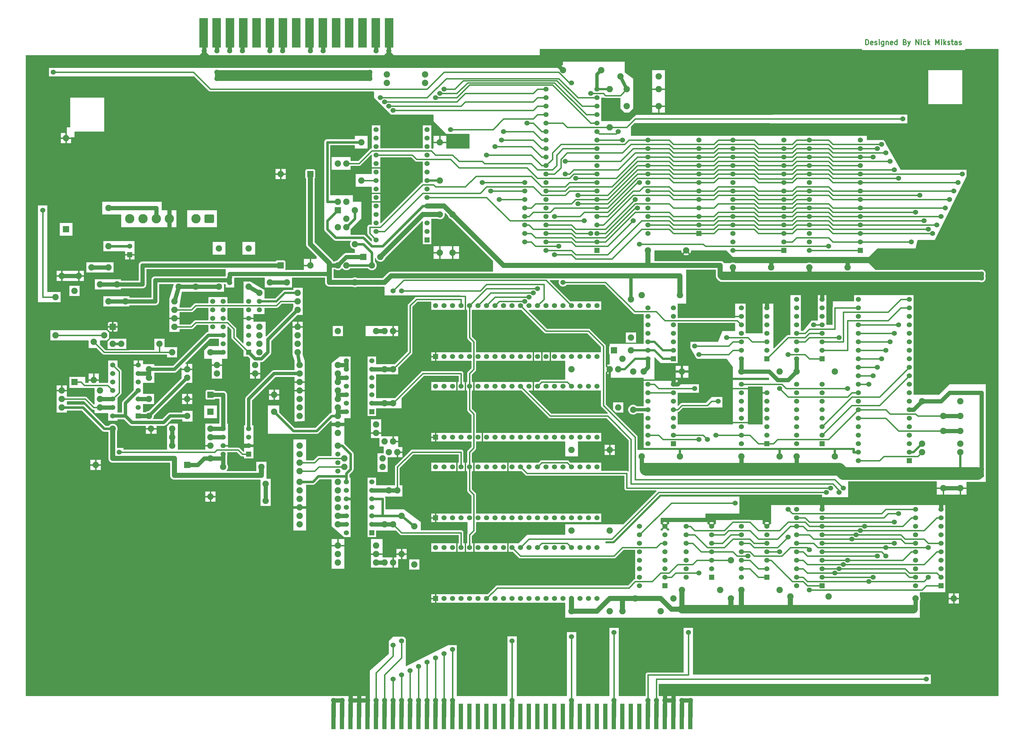
<source format=gbr>
%TF.GenerationSoftware,KiCad,Pcbnew,(6.0.1)*%
%TF.CreationDate,2022-04-20T20:45:43-06:00*%
%TF.ProjectId,star_wars_arcade_sound_pcb,73746172-5f77-4617-9273-5f6172636164,rev?*%
%TF.SameCoordinates,Original*%
%TF.FileFunction,Copper,L1,Top*%
%TF.FilePolarity,Positive*%
%FSLAX46Y46*%
G04 Gerber Fmt 4.6, Leading zero omitted, Abs format (unit mm)*
G04 Created by KiCad (PCBNEW (6.0.1)) date 2022-04-20 20:45:43*
%MOMM*%
%LPD*%
G01*
G04 APERTURE LIST*
G04 Aperture macros list*
%AMRoundRect*
0 Rectangle with rounded corners*
0 $1 Rounding radius*
0 $2 $3 $4 $5 $6 $7 $8 $9 X,Y pos of 4 corners*
0 Add a 4 corners polygon primitive as box body*
4,1,4,$2,$3,$4,$5,$6,$7,$8,$9,$2,$3,0*
0 Add four circle primitives for the rounded corners*
1,1,$1+$1,$2,$3*
1,1,$1+$1,$4,$5*
1,1,$1+$1,$6,$7*
1,1,$1+$1,$8,$9*
0 Add four rect primitives between the rounded corners*
20,1,$1+$1,$2,$3,$4,$5,0*
20,1,$1+$1,$4,$5,$6,$7,0*
20,1,$1+$1,$6,$7,$8,$9,0*
20,1,$1+$1,$8,$9,$2,$3,0*%
%AMOutline4P*
0 Free polygon, 4 corners , with rotation*
0 The origin of the aperture is its center*
0 number of corners: always 4*
0 $1 to $8 corner X, Y*
0 $9 Rotation angle, in degrees counterclockwise*
0 create outline with 4 corners*
4,1,4,$1,$2,$3,$4,$5,$6,$7,$8,$1,$2,$9*%
G04 Aperture macros list end*
%ADD10C,0.300000*%
%TA.AperFunction,NonConductor*%
%ADD11C,0.300000*%
%TD*%
%TA.AperFunction,ComponentPad*%
%ADD12C,1.905000*%
%TD*%
%TA.AperFunction,ComponentPad*%
%ADD13R,1.524000X1.524000*%
%TD*%
%TA.AperFunction,ComponentPad*%
%ADD14C,1.524000*%
%TD*%
%TA.AperFunction,SMDPad,CuDef*%
%ADD15R,2.540000X8.890000*%
%TD*%
%TA.AperFunction,ComponentPad*%
%ADD16R,1.905000X1.905000*%
%TD*%
%TA.AperFunction,ComponentPad*%
%ADD17RoundRect,0.250000X1.150000X-0.980000X1.150000X0.980000X-1.150000X0.980000X-1.150000X-0.980000X0*%
%TD*%
%TA.AperFunction,ComponentPad*%
%ADD18C,2.794000*%
%TD*%
%TA.AperFunction,ConnectorPad*%
%ADD19Outline4P,-0.635000X-3.810000X0.635000X-3.810000X0.635000X3.810000X-0.635000X3.810000X0.000000*%
%TD*%
%TA.AperFunction,ViaPad*%
%ADD20C,1.524000*%
%TD*%
%TA.AperFunction,Conductor*%
%ADD21C,0.381000*%
%TD*%
%TA.AperFunction,Conductor*%
%ADD22C,1.270000*%
%TD*%
%TA.AperFunction,Conductor*%
%ADD23C,0.635000*%
%TD*%
%TA.AperFunction,Conductor*%
%ADD24C,0.762000*%
%TD*%
%TA.AperFunction,Conductor*%
%ADD25C,1.016000*%
%TD*%
%TA.AperFunction,Conductor*%
%ADD26C,1.524000*%
%TD*%
%TA.AperFunction,Conductor*%
%ADD27C,3.810000*%
%TD*%
%TA.AperFunction,Conductor*%
%ADD28C,2.540000*%
%TD*%
G04 APERTURE END LIST*
D10*
D11*
X283565000Y-54018571D02*
X283565000Y-52518571D01*
X283922142Y-52518571D01*
X284136428Y-52590000D01*
X284279285Y-52732857D01*
X284350714Y-52875714D01*
X284422142Y-53161428D01*
X284422142Y-53375714D01*
X284350714Y-53661428D01*
X284279285Y-53804285D01*
X284136428Y-53947142D01*
X283922142Y-54018571D01*
X283565000Y-54018571D01*
X285636428Y-53947142D02*
X285493571Y-54018571D01*
X285207857Y-54018571D01*
X285065000Y-53947142D01*
X284993571Y-53804285D01*
X284993571Y-53232857D01*
X285065000Y-53090000D01*
X285207857Y-53018571D01*
X285493571Y-53018571D01*
X285636428Y-53090000D01*
X285707857Y-53232857D01*
X285707857Y-53375714D01*
X284993571Y-53518571D01*
X286279285Y-53947142D02*
X286422142Y-54018571D01*
X286707857Y-54018571D01*
X286850714Y-53947142D01*
X286922142Y-53804285D01*
X286922142Y-53732857D01*
X286850714Y-53590000D01*
X286707857Y-53518571D01*
X286493571Y-53518571D01*
X286350714Y-53447142D01*
X286279285Y-53304285D01*
X286279285Y-53232857D01*
X286350714Y-53090000D01*
X286493571Y-53018571D01*
X286707857Y-53018571D01*
X286850714Y-53090000D01*
X287565000Y-54018571D02*
X287565000Y-53018571D01*
X287565000Y-52518571D02*
X287493571Y-52590000D01*
X287565000Y-52661428D01*
X287636428Y-52590000D01*
X287565000Y-52518571D01*
X287565000Y-52661428D01*
X288922142Y-53018571D02*
X288922142Y-54232857D01*
X288850714Y-54375714D01*
X288779285Y-54447142D01*
X288636428Y-54518571D01*
X288422142Y-54518571D01*
X288279285Y-54447142D01*
X288922142Y-53947142D02*
X288779285Y-54018571D01*
X288493571Y-54018571D01*
X288350714Y-53947142D01*
X288279285Y-53875714D01*
X288207857Y-53732857D01*
X288207857Y-53304285D01*
X288279285Y-53161428D01*
X288350714Y-53090000D01*
X288493571Y-53018571D01*
X288779285Y-53018571D01*
X288922142Y-53090000D01*
X289636428Y-53018571D02*
X289636428Y-54018571D01*
X289636428Y-53161428D02*
X289707857Y-53090000D01*
X289850714Y-53018571D01*
X290065000Y-53018571D01*
X290207857Y-53090000D01*
X290279285Y-53232857D01*
X290279285Y-54018571D01*
X291565000Y-53947142D02*
X291422142Y-54018571D01*
X291136428Y-54018571D01*
X290993571Y-53947142D01*
X290922142Y-53804285D01*
X290922142Y-53232857D01*
X290993571Y-53090000D01*
X291136428Y-53018571D01*
X291422142Y-53018571D01*
X291565000Y-53090000D01*
X291636428Y-53232857D01*
X291636428Y-53375714D01*
X290922142Y-53518571D01*
X292922142Y-54018571D02*
X292922142Y-52518571D01*
X292922142Y-53947142D02*
X292779285Y-54018571D01*
X292493571Y-54018571D01*
X292350714Y-53947142D01*
X292279285Y-53875714D01*
X292207857Y-53732857D01*
X292207857Y-53304285D01*
X292279285Y-53161428D01*
X292350714Y-53090000D01*
X292493571Y-53018571D01*
X292779285Y-53018571D01*
X292922142Y-53090000D01*
X295279285Y-53232857D02*
X295493571Y-53304285D01*
X295565000Y-53375714D01*
X295636428Y-53518571D01*
X295636428Y-53732857D01*
X295565000Y-53875714D01*
X295493571Y-53947142D01*
X295350714Y-54018571D01*
X294779285Y-54018571D01*
X294779285Y-52518571D01*
X295279285Y-52518571D01*
X295422142Y-52590000D01*
X295493571Y-52661428D01*
X295565000Y-52804285D01*
X295565000Y-52947142D01*
X295493571Y-53090000D01*
X295422142Y-53161428D01*
X295279285Y-53232857D01*
X294779285Y-53232857D01*
X296136428Y-53018571D02*
X296493571Y-54018571D01*
X296850714Y-53018571D02*
X296493571Y-54018571D01*
X296350714Y-54375714D01*
X296279285Y-54447142D01*
X296136428Y-54518571D01*
X298565000Y-54018571D02*
X298565000Y-52518571D01*
X299422142Y-54018571D01*
X299422142Y-52518571D01*
X300136428Y-54018571D02*
X300136428Y-53018571D01*
X300136428Y-52518571D02*
X300065000Y-52590000D01*
X300136428Y-52661428D01*
X300207857Y-52590000D01*
X300136428Y-52518571D01*
X300136428Y-52661428D01*
X301493571Y-53947142D02*
X301350714Y-54018571D01*
X301065000Y-54018571D01*
X300922142Y-53947142D01*
X300850714Y-53875714D01*
X300779285Y-53732857D01*
X300779285Y-53304285D01*
X300850714Y-53161428D01*
X300922142Y-53090000D01*
X301065000Y-53018571D01*
X301350714Y-53018571D01*
X301493571Y-53090000D01*
X302136428Y-54018571D02*
X302136428Y-52518571D01*
X302279285Y-53447142D02*
X302707857Y-54018571D01*
X302707857Y-53018571D02*
X302136428Y-53590000D01*
X304493571Y-54018571D02*
X304493571Y-52518571D01*
X304993571Y-53590000D01*
X305493571Y-52518571D01*
X305493571Y-54018571D01*
X306207857Y-54018571D02*
X306207857Y-53018571D01*
X306207857Y-52518571D02*
X306136428Y-52590000D01*
X306207857Y-52661428D01*
X306279285Y-52590000D01*
X306207857Y-52518571D01*
X306207857Y-52661428D01*
X306922142Y-54018571D02*
X306922142Y-52518571D01*
X307065000Y-53447142D02*
X307493571Y-54018571D01*
X307493571Y-53018571D02*
X306922142Y-53590000D01*
X308065000Y-53947142D02*
X308207857Y-54018571D01*
X308493571Y-54018571D01*
X308636428Y-53947142D01*
X308707857Y-53804285D01*
X308707857Y-53732857D01*
X308636428Y-53590000D01*
X308493571Y-53518571D01*
X308279285Y-53518571D01*
X308136428Y-53447142D01*
X308065000Y-53304285D01*
X308065000Y-53232857D01*
X308136428Y-53090000D01*
X308279285Y-53018571D01*
X308493571Y-53018571D01*
X308636428Y-53090000D01*
X309136428Y-53018571D02*
X309707857Y-53018571D01*
X309350714Y-52518571D02*
X309350714Y-53804285D01*
X309422142Y-53947142D01*
X309565000Y-54018571D01*
X309707857Y-54018571D01*
X310850714Y-54018571D02*
X310850714Y-53232857D01*
X310779285Y-53090000D01*
X310636428Y-53018571D01*
X310350714Y-53018571D01*
X310207857Y-53090000D01*
X310850714Y-53947142D02*
X310707857Y-54018571D01*
X310350714Y-54018571D01*
X310207857Y-53947142D01*
X310136428Y-53804285D01*
X310136428Y-53661428D01*
X310207857Y-53518571D01*
X310350714Y-53447142D01*
X310707857Y-53447142D01*
X310850714Y-53375714D01*
X311493571Y-53947142D02*
X311636428Y-54018571D01*
X311922142Y-54018571D01*
X312065000Y-53947142D01*
X312136428Y-53804285D01*
X312136428Y-53732857D01*
X312065000Y-53590000D01*
X311922142Y-53518571D01*
X311707857Y-53518571D01*
X311565000Y-53447142D01*
X311493571Y-53304285D01*
X311493571Y-53232857D01*
X311565000Y-53090000D01*
X311707857Y-53018571D01*
X311922142Y-53018571D01*
X312065000Y-53090000D01*
D12*
%TO.P,R10,1*%
%TO.N,Net-(F_3-Pad12)*%
X213995000Y-163195000D03*
%TO.P,R10,2*%
%TO.N,Net-(Q1-Pad2)*%
X213995000Y-151765000D03*
%TD*%
D13*
%TO.P,H_5,1,~{R}*%
%TO.N,~{SRES}*%
X254000000Y-213360000D03*
D14*
%TO.P,H_5,2,D*%
%TO.N,GND*%
X254000000Y-210820000D03*
%TO.P,H_5,3,C*%
%TO.N,~{SOUNDREAD}*%
X254000000Y-208280000D03*
%TO.P,H_5,4,~{S}*%
%TO.N,~{MAINWR}*%
X254000000Y-205740000D03*
%TO.P,H_5,5,Q*%
%TO.N,MAINFLAG*%
X254000000Y-203200000D03*
%TO.P,H_5,6,~{Q}*%
%TO.N,unconnected-(H_5-Pad6)*%
X254000000Y-200660000D03*
%TO.P,H_5,7,GND*%
%TO.N,GND*%
X254000000Y-198120000D03*
%TO.P,H_5,8,~{Q}*%
%TO.N,unconnected-(H_5-Pad8)*%
X246380000Y-198120000D03*
%TO.P,H_5,9,Q*%
%TO.N,SOUNDFLAG*%
X246380000Y-200660000D03*
%TO.P,H_5,10,~{S}*%
%TO.N,~{SOUNDWR}*%
X246380000Y-203200000D03*
%TO.P,H_5,11,C*%
%TO.N,~{MAINREAD}*%
X246380000Y-205740000D03*
%TO.P,H_5,12,D*%
%TO.N,GND*%
X246380000Y-208280000D03*
%TO.P,H_5,13,~{R}*%
%TO.N,~{SRES}*%
X246380000Y-210820000D03*
%TO.P,H_5,14,VCC*%
%TO.N,+5V*%
X246380000Y-213360000D03*
%TD*%
D12*
%TO.P,C16,1*%
%TO.N,+5V*%
X195580000Y-223520000D03*
%TO.P,C16,2*%
%TO.N,GND*%
X207010000Y-223520000D03*
%TD*%
D13*
%TO.P,F/H_5,1*%
%TO.N,GND*%
X237490000Y-213360000D03*
D14*
%TO.P,F/H_5,2*%
%TO.N,1.5MHZ*%
X237490000Y-210820000D03*
%TO.P,F/H_5,3*%
%TO.N,PHI_E*%
X237490000Y-208280000D03*
%TO.P,F/H_5,4*%
%TO.N,~{FLAGREAD}*%
X237490000Y-205740000D03*
%TO.P,F/H_5,5*%
%TO.N,SOUNDFLAG*%
X237490000Y-203200000D03*
%TO.P,F/H_5,6*%
%TO.N,PD6*%
X237490000Y-200660000D03*
%TO.P,F/H_5,7,GND*%
%TO.N,GND*%
X237490000Y-198120000D03*
%TO.P,F/H_5,8*%
%TO.N,PD7*%
X229870000Y-198120000D03*
%TO.P,F/H_5,9*%
%TO.N,MAINFLAG*%
X229870000Y-200660000D03*
%TO.P,F/H_5,10*%
%TO.N,~{FLAGREAD}*%
X229870000Y-203200000D03*
%TO.P,F/H_5,11*%
%TO.N,unconnected-(F/H_5-Pad11)*%
X229870000Y-205740000D03*
%TO.P,F/H_5,12*%
%TO.N,GND*%
X229870000Y-208280000D03*
%TO.P,F/H_5,13*%
X229870000Y-210820000D03*
%TO.P,F/H_5,14,VCC*%
%TO.N,+5V*%
X229870000Y-213360000D03*
%TD*%
D12*
%TO.P,R14,1*%
%TO.N,Net-(Q2-Pad2)*%
X125730000Y-89535000D03*
%TO.P,R14,2*%
%TO.N,+5V*%
X125730000Y-100965000D03*
%TD*%
%TO.P,R31,1*%
%TO.N,Net-(A_3-Pad1)*%
X69215000Y-165100000D03*
%TO.P,R31,2*%
%TO.N,+12V*%
X80645000Y-165100000D03*
%TD*%
%TO.P,R51,1*%
%TO.N,Net-(B_2-Pad7)*%
X99060000Y-126365000D03*
%TO.P,R51,2*%
%TO.N,LEFT_AUDIO*%
X99060000Y-114935000D03*
%TD*%
%TO.P,R2,1*%
%TO.N,+5V*%
X311785000Y-173355000D03*
%TO.P,R2,2*%
%TO.N,Net-(K_3-Pad2)*%
X300355000Y-173355000D03*
%TD*%
%TO.P,R50,1*%
%TO.N,Net-(B_2-Pad6)*%
X113665000Y-128270000D03*
%TO.P,R50,2*%
%TO.N,Net-(B_2-Pad7)*%
X102235000Y-128270000D03*
%TD*%
D15*
%TO.P,P3,1,GND*%
%TO.N,GND*%
X85547200Y-50419000D03*
%TO.P,P3,2,5V0*%
%TO.N,+5V*%
X89509600Y-50419000D03*
%TO.P,P3,3,12V0*%
%TO.N,+12V*%
X93472000Y-50419000D03*
%TO.P,P3,4,-5V0*%
%TO.N,-5V*%
X97434400Y-50419000D03*
%TO.P,P3,5,NC*%
%TO.N,unconnected-(P3-Pad5)*%
X101396800Y-50419000D03*
%TO.P,P3,6,R_AUDIO*%
%TO.N,RIGHT_AUDIO*%
X105359200Y-50419000D03*
%TO.P,P3,7,L_AUDIO*%
%TO.N,LEFT_AUDIO*%
X109321600Y-50419000D03*
%TO.P,P3,8,NC*%
%TO.N,unconnected-(P3-Pad8)*%
X113284000Y-50419000D03*
%TO.P,P3,9,DXMT*%
%TO.N,DXMT*%
X117246400Y-50419000D03*
%TO.P,P3,10,DRCV*%
%TO.N,DRCV*%
X121208800Y-50419000D03*
%TO.P,P3,11,NC*%
%TO.N,unconnected-(P3-Pad11)*%
X125171200Y-50419000D03*
%TO.P,P3,12,NC*%
%TO.N,unconnected-(P3-Pad12)*%
X129133600Y-50419000D03*
%TO.P,P3,13,NC*%
%TO.N,unconnected-(P3-Pad13)*%
X133096000Y-50419000D03*
%TO.P,P3,14,5V0*%
%TO.N,+5V*%
X137058400Y-50419000D03*
%TO.P,P3,15,GND*%
%TO.N,GND*%
X141020800Y-50419000D03*
%TD*%
D12*
%TO.P,R48,1*%
%TO.N,AUD*%
X113665000Y-130810000D03*
D14*
%TO.P,R48,2*%
%TO.N,Net-(B_2-Pad6)*%
X102235000Y-130810000D03*
%TD*%
D12*
%TO.P,R3,1*%
%TO.N,+5V*%
X311785000Y-175895000D03*
%TO.P,R3,2*%
%TO.N,Net-(K_3-Pad40)*%
X300355000Y-175895000D03*
%TD*%
%TO.P,R33,1*%
%TO.N,Net-(A_3-Pad13)*%
X54610000Y-162560000D03*
%TO.P,R33,2*%
%TO.N,+12V*%
X43180000Y-162560000D03*
%TD*%
%TO.P,R53,1*%
%TO.N,Net-(B_2-Pad1)*%
X76835000Y-138430000D03*
D14*
%TO.P,R53,2*%
%TO.N,Net-(B_2-Pad10)*%
X88265000Y-138430000D03*
%TD*%
D12*
%TO.P,R27,1*%
%TO.N,Net-(C_3-Pad7)*%
X137160000Y-139700000D03*
%TO.P,R27,2*%
%TO.N,Net-(C40-Pad1)*%
X125730000Y-139700000D03*
%TD*%
%TO.P,C56,1*%
%TO.N,Net-(C56-Pad1)*%
X113665000Y-146050000D03*
%TO.P,C56,2*%
%TO.N,Net-(B_2-Pad1)*%
X102235000Y-146050000D03*
%TD*%
%TO.P,C46,1*%
%TO.N,GND*%
X43180000Y-157480000D03*
%TO.P,C46,2*%
%TO.N,Net-(A_3-Pad12)*%
X54610000Y-157480000D03*
%TD*%
%TO.P,R49,1*%
%TO.N,Net-(B_2-Pad1)*%
X113665000Y-133350000D03*
D14*
%TO.P,R49,2*%
%TO.N,Net-(B_2-Pad6)*%
X102235000Y-133350000D03*
%TD*%
D12*
%TO.P,C26,1*%
%TO.N,Net-(C/D_1-Pad4)*%
X156210000Y-104775000D03*
%TO.P,C26,2*%
%TO.N,GND*%
X156210000Y-116205000D03*
%TD*%
%TO.P,R9,1*%
%TO.N,Net-(D_2-Pad28)*%
X151765000Y-65405000D03*
%TO.P,R9,2*%
%TO.N,DXMT*%
X140335000Y-65405000D03*
%TD*%
%TO.P,C6,1*%
%TO.N,+5V*%
X214630000Y-219710000D03*
%TO.P,C6,2*%
%TO.N,GND*%
X226060000Y-219710000D03*
%TD*%
%TO.P,TP7,1*%
%TO.N,PA4*%
X212090000Y-72390000D03*
%TO.P,TP7,2*%
X212090000Y-67310000D03*
%TD*%
%TO.P,R29,1*%
%TO.N,Net-(C_4-Pad13)*%
X125730000Y-197485000D03*
%TO.P,R29,2*%
%TO.N,Net-(C42-Pad1)*%
X114300000Y-197485000D03*
%TD*%
%TO.P,R1,1*%
%TO.N,+5V*%
X243205000Y-219710000D03*
%TO.P,R1,2*%
%TO.N,PHI_E*%
X243205000Y-208280000D03*
%TD*%
%TO.P,R12,1*%
%TO.N,-5V*%
X213360000Y-130175000D03*
%TO.P,R12,2*%
%TO.N,Net-(F_2-Pad1)*%
X213360000Y-141605000D03*
%TD*%
%TO.P,TP5,1*%
%TO.N,+12V*%
X54610000Y-125730000D03*
%TO.P,TP5,2*%
X59690000Y-125730000D03*
%TD*%
D13*
%TO.P,C_3,1*%
%TO.N,Net-(C_3-Pad1)*%
X135890000Y-163830000D03*
D14*
%TO.P,C_3,2,-*%
%TO.N,CO2*%
X135890000Y-161290000D03*
%TO.P,C_3,3,+*%
%TO.N,+5VA*%
X135890000Y-158750000D03*
%TO.P,C_3,4,V+*%
%TO.N,+12V*%
X135890000Y-156210000D03*
%TO.P,C_3,5,+*%
%TO.N,+5VA*%
X135890000Y-153670000D03*
%TO.P,C_3,6,-*%
%TO.N,CO3*%
X135890000Y-151130000D03*
%TO.P,C_3,7*%
%TO.N,Net-(C_3-Pad7)*%
X135890000Y-148590000D03*
%TO.P,C_3,8*%
%TO.N,Net-(C_3-Pad8)*%
X128270000Y-148590000D03*
%TO.P,C_3,9,-*%
X128270000Y-151130000D03*
%TO.P,C_3,10,+*%
%TO.N,Net-(C55-Pad2)*%
X128270000Y-153670000D03*
%TO.P,C_3,11,V-*%
%TO.N,-5V*%
X128270000Y-156210000D03*
%TO.P,C_3,12,+*%
%TO.N,Net-(C50-Pad2)*%
X128270000Y-158750000D03*
%TO.P,C_3,13,-*%
%TO.N,AUD*%
X128270000Y-161290000D03*
%TO.P,C_3,14*%
X128270000Y-163830000D03*
%TD*%
D16*
%TO.P,C52,1*%
%TO.N,Net-(B_3-Pad5)*%
X87630000Y-158750000D03*
D12*
%TO.P,C52,2*%
%TO.N,GND*%
X106680000Y-158750000D03*
%TD*%
D13*
%TO.P,H_3,1*%
%TO.N,PHI_E*%
X254000000Y-173355000D03*
D14*
%TO.P,H_3,2*%
%TO.N,Net-(H_2-Pad2)*%
X254000000Y-170815000D03*
%TO.P,H_3,3*%
%TO.N,~{SOUNDWR}*%
X254000000Y-168275000D03*
%TO.P,H_3,4*%
%TO.N,unconnected-(H_3-Pad4)*%
X254000000Y-165735000D03*
%TO.P,H_3,5*%
%TO.N,unconnected-(H_3-Pad5)*%
X254000000Y-163195000D03*
%TO.P,H_3,6*%
%TO.N,unconnected-(H_3-Pad6)*%
X254000000Y-160655000D03*
%TO.P,H_3,7,GND*%
%TO.N,GND*%
X254000000Y-158115000D03*
%TO.P,H_3,8*%
%TO.N,unconnected-(H_3-Pad8)*%
X246380000Y-158115000D03*
%TO.P,H_3,9*%
%TO.N,unconnected-(H_3-Pad9)*%
X246380000Y-160655000D03*
%TO.P,H_3,10*%
%TO.N,unconnected-(H_3-Pad10)*%
X246380000Y-163195000D03*
%TO.P,H_3,11*%
%TO.N,Net-(F/H_1-Pad21)*%
X246380000Y-165735000D03*
%TO.P,H_3,12*%
%TO.N,Net-(F/H_1-Pad20)*%
X246380000Y-168275000D03*
%TO.P,H_3,13*%
%TO.N,PHI_E*%
X246380000Y-170815000D03*
%TO.P,H_3,14,VCC*%
%TO.N,+5V*%
X246380000Y-173355000D03*
%TD*%
D12*
%TO.P,C37,1*%
%TO.N,-5V*%
X125730000Y-170180000D03*
%TO.P,C37,2*%
%TO.N,GND*%
X137160000Y-170180000D03*
%TD*%
%TO.P,C50,1*%
%TO.N,GND*%
X114300000Y-157480000D03*
%TO.P,C50,2*%
%TO.N,Net-(C50-Pad2)*%
X125730000Y-157480000D03*
%TD*%
%TO.P,R11,1*%
%TO.N,Net-(Q1-Pad2)*%
X209550000Y-162560000D03*
%TO.P,R11,2*%
%TO.N,+5V*%
X209550000Y-151130000D03*
%TD*%
%TO.P,C17,1*%
%TO.N,+5V*%
X195580000Y-199390000D03*
%TO.P,C17,2*%
%TO.N,GND*%
X207010000Y-199390000D03*
%TD*%
%TO.P,TP8,1*%
%TO.N,AUD*%
X104140000Y-190500000D03*
%TO.P,TP8,2*%
X104140000Y-185420000D03*
%TD*%
%TO.P,R17,1*%
%TO.N,Net-(C/D_1-Pad21)*%
X132715000Y-94615000D03*
%TO.P,R17,2*%
%TO.N,+5V*%
X132715000Y-83185000D03*
%TD*%
%TO.P,C8,1*%
%TO.N,+5V*%
X260985000Y-219075000D03*
%TO.P,C8,2*%
%TO.N,GND*%
X272415000Y-219075000D03*
%TD*%
D13*
%TO.P,E_1,1,VSS*%
%TO.N,GND*%
X203200000Y-115570000D03*
D14*
%TO.P,E_1,2,A5*%
%TO.N,SA5*%
X203200000Y-113030000D03*
%TO.P,E_1,3,A4*%
%TO.N,SA4*%
X203200000Y-110490000D03*
%TO.P,E_1,4,A3*%
%TO.N,SA3*%
X203200000Y-107950000D03*
%TO.P,E_1,5,A2*%
%TO.N,SA2*%
X203200000Y-105410000D03*
%TO.P,E_1,6,A1*%
%TO.N,SA1*%
X203200000Y-102870000D03*
%TO.P,E_1,7,A0*%
%TO.N,SA0*%
X203200000Y-100330000D03*
%TO.P,E_1,8,PA0*%
%TO.N,PA0*%
X203200000Y-97790000D03*
%TO.P,E_1,9,PA1*%
%TO.N,PA1*%
X203200000Y-95250000D03*
%TO.P,E_1,10,PA2*%
%TO.N,PA2*%
X203200000Y-92710000D03*
%TO.P,E_1,11,PA3*%
%TO.N,PA3*%
X203200000Y-90170000D03*
%TO.P,E_1,12,PA4*%
%TO.N,PA4*%
X203200000Y-87630000D03*
%TO.P,E_1,13,PA5*%
%TO.N,PA5*%
X203200000Y-85090000D03*
%TO.P,E_1,14,PA6*%
%TO.N,SOUNDFLAG*%
X203200000Y-82550000D03*
%TO.P,E_1,15,PA7*%
%TO.N,MAINFLAG*%
X203200000Y-80010000D03*
%TO.P,E_1,16,PB7*%
%TO.N,PB7*%
X203200000Y-77470000D03*
%TO.P,E_1,17,PB6*%
%TO.N,PB6*%
X203200000Y-74930000D03*
%TO.P,E_1,18,PB5*%
%TO.N,PB5*%
X203200000Y-72390000D03*
%TO.P,E_1,19,PB4*%
%TO.N,PB4*%
X203200000Y-69850000D03*
%TO.P,E_1,20,VCC*%
%TO.N,+5V*%
X203200000Y-67310000D03*
%TO.P,E_1,21,PB3*%
%TO.N,PB3*%
X187960000Y-67310000D03*
%TO.P,E_1,22,PB2*%
%TO.N,PB2*%
X187960000Y-69850000D03*
%TO.P,E_1,23,PB1*%
%TO.N,PB1*%
X187960000Y-72390000D03*
%TO.P,E_1,24,PB0*%
%TO.N,PB0*%
X187960000Y-74930000D03*
%TO.P,E_1,25,~{IRQ}*%
%TO.N,~{SIRQ}*%
X187960000Y-77470000D03*
%TO.P,E_1,26,D7*%
%TO.N,SD7*%
X187960000Y-80010000D03*
%TO.P,E_1,27,D6*%
%TO.N,SD6*%
X187960000Y-82550000D03*
%TO.P,E_1,28,D5*%
%TO.N,SD5*%
X187960000Y-85090000D03*
%TO.P,E_1,29,D4*%
%TO.N,SD4*%
X187960000Y-87630000D03*
%TO.P,E_1,30,D3*%
%TO.N,SD3*%
X187960000Y-90170000D03*
%TO.P,E_1,31,D2*%
%TO.N,SD2*%
X187960000Y-92710000D03*
%TO.P,E_1,32,D1*%
%TO.N,SD1*%
X187960000Y-95250000D03*
%TO.P,E_1,33,D0*%
%TO.N,SD0*%
X187960000Y-97790000D03*
%TO.P,E_1,34,~{RES}*%
%TO.N,~{SRES}*%
X187960000Y-100330000D03*
%TO.P,E_1,35,R~{W}*%
%TO.N,SR~{W}*%
X187960000Y-102870000D03*
%TO.P,E_1,36,~{RS}*%
%TO.N,SA7*%
X187960000Y-105410000D03*
%TO.P,E_1,37,~{CS0}*%
%TO.N,~{PIA}*%
X187960000Y-107950000D03*
%TO.P,E_1,38,CS1*%
%TO.N,P*%
X187960000Y-110490000D03*
%TO.P,E_1,39,PHI2*%
%TO.N,PHI_E*%
X187960000Y-113030000D03*
%TO.P,E_1,40,A6*%
%TO.N,SA6*%
X187960000Y-115570000D03*
%TD*%
D16*
%TO.P,C51,1*%
%TO.N,Net-(B_3-Pad6)*%
X87630000Y-163830000D03*
D12*
%TO.P,C51,2*%
%TO.N,AUD*%
X106680000Y-163830000D03*
%TD*%
%TO.P,R56,1*%
%TO.N,Net-(B_2-Pad8)*%
X90170000Y-126365000D03*
%TO.P,R56,2*%
%TO.N,RIGHT_AUDIO*%
X90170000Y-114935000D03*
%TD*%
%TO.P,R43,1*%
%TO.N,Net-(R41-Pad1)*%
X76200000Y-168910000D03*
%TO.P,R43,2*%
%TO.N,Net-(B_3-Pad5)*%
X87630000Y-168910000D03*
%TD*%
D13*
%TO.P,B_3,1,CLK*%
%TO.N,RCK*%
X99060000Y-176530000D03*
D14*
%TO.P,B_3,2,VSS*%
%TO.N,GND*%
X99060000Y-173990000D03*
%TO.P,B_3,3,NC*%
%TO.N,unconnected-(B_3-Pad3)*%
X99060000Y-171450000D03*
%TO.P,B_3,4,OUT*%
%TO.N,Net-(B_3-Pad4)*%
X99060000Y-168910000D03*
%TO.P,B_3,5,VBB*%
%TO.N,Net-(B_3-Pad5)*%
X91440000Y-168910000D03*
%TO.P,B_3,6,IN*%
%TO.N,Net-(B_3-Pad6)*%
X91440000Y-171450000D03*
%TO.P,B_3,7,SYNC*%
%TO.N,GND*%
X91440000Y-173990000D03*
%TO.P,B_3,8,VDD*%
%TO.N,Net-(B_3-Pad8)*%
X91440000Y-176530000D03*
%TD*%
D13*
%TO.P,J_3,1,E*%
%TO.N,~{CIO}*%
X270510000Y-173355000D03*
D14*
%TO.P,J_3,2,A0*%
%TO.N,SA3*%
X270510000Y-170815000D03*
%TO.P,J_3,3,A1*%
%TO.N,SA4*%
X270510000Y-168275000D03*
%TO.P,J_3,4,O0*%
%TO.N,~{CIO}0*%
X270510000Y-165735000D03*
%TO.P,J_3,5,O1*%
%TO.N,~{CIO}1*%
X270510000Y-163195000D03*
%TO.P,J_3,6,O2*%
%TO.N,~{CIO}2*%
X270510000Y-160655000D03*
%TO.P,J_3,7,O3*%
%TO.N,~{CIO}3*%
X270510000Y-158115000D03*
%TO.P,J_3,8,GND*%
%TO.N,GND*%
X270510000Y-155575000D03*
%TO.P,J_3,9,O3*%
%TO.N,~{FLAGREAD}*%
X262890000Y-155575000D03*
%TO.P,J_3,10,O2*%
%TO.N,~{MAINREAD}*%
X262890000Y-158115000D03*
%TO.P,J_3,11,O1*%
%TO.N,unconnected-(J_3-Pad11)*%
X262890000Y-160655000D03*
%TO.P,J_3,12,O0*%
%TO.N,~{MAINWR}*%
X262890000Y-163195000D03*
%TO.P,J_3,13,A1*%
%TO.N,R~{W}B*%
X262890000Y-165735000D03*
%TO.P,J_3,14,A0*%
%TO.N,AB0*%
X262890000Y-168275000D03*
%TO.P,J_3,15,E*%
%TO.N,~{SOUND}*%
X262890000Y-170815000D03*
%TO.P,J_3,16,VCC*%
%TO.N,+5V*%
X262890000Y-173355000D03*
%TD*%
D12*
%TO.P,R55,1*%
%TO.N,Net-(B_2-Pad8)*%
X76835000Y-130810000D03*
D14*
%TO.P,R55,2*%
%TO.N,Net-(B_2-Pad9)*%
X88265000Y-130810000D03*
%TD*%
D12*
%TO.P,C39,1*%
%TO.N,GND*%
X142240000Y-139700000D03*
%TO.P,C39,2*%
%TO.N,CO3*%
X142240000Y-151130000D03*
%TD*%
%TO.P,R6,1*%
%TO.N,+5V*%
X221615000Y-63500000D03*
%TO.P,R6,2*%
%TO.N,PA4*%
X210185000Y-63500000D03*
%TD*%
%TO.P,R8,1*%
%TO.N,Net-(D_2-Pad24)*%
X151765000Y-62865000D03*
%TO.P,R8,2*%
%TO.N,DRCV*%
X140335000Y-62865000D03*
%TD*%
D16*
%TO.P,C47,1*%
%TO.N,Net-(A_3-Pad11)*%
X46990000Y-154940000D03*
D12*
%TO.P,C47,2*%
%TO.N,Net-(C47-Pad2)*%
X46990000Y-127635000D03*
%TD*%
%TO.P,C44,1*%
%TO.N,GND*%
X80645000Y-160020000D03*
%TO.P,C44,2*%
%TO.N,Net-(A_3-Pad3)*%
X69215000Y-160020000D03*
%TD*%
%TO.P,C34,1*%
%TO.N,Net-(C34-Pad1)*%
X114300000Y-181610000D03*
D14*
%TO.P,C34,2*%
%TO.N,Net-(C32-Pad2)*%
X125730000Y-181610000D03*
%TD*%
D12*
%TO.P,R54,1*%
%TO.N,GND*%
X76835000Y-135890000D03*
D14*
%TO.P,R54,2*%
%TO.N,Net-(B_2-Pad10)*%
X88265000Y-135890000D03*
%TD*%
D12*
%TO.P,R23,1*%
%TO.N,Net-(C_4-Pad7)*%
X139065000Y-180340000D03*
%TO.P,R23,2*%
%TO.N,Net-(C34-Pad1)*%
X127635000Y-180340000D03*
%TD*%
%TO.P,C30,1*%
%TO.N,+12V*%
X137160000Y-203835000D03*
%TO.P,C30,2*%
%TO.N,GND*%
X125730000Y-203835000D03*
%TD*%
%TO.P,C59,1*%
%TO.N,+12V*%
X100965000Y-149860000D03*
%TO.P,C59,2*%
%TO.N,GND*%
X89535000Y-149860000D03*
%TD*%
%TO.P,C61,1*%
%TO.N,GND*%
X240030000Y-217170000D03*
%TO.P,C61,2*%
%TO.N,+5V*%
X228600000Y-217170000D03*
%TD*%
D13*
%TO.P,D_2,1,GND*%
%TO.N,GND*%
X154940000Y-147320000D03*
D14*
%TO.P,D_2,2,D3*%
%TO.N,SD3*%
X157480000Y-147320000D03*
%TO.P,D_2,3,D4*%
%TO.N,SD4*%
X160020000Y-147320000D03*
%TO.P,D_2,4,D5*%
%TO.N,SD5*%
X162560000Y-147320000D03*
%TO.P,D_2,5,D6*%
%TO.N,SD6*%
X165100000Y-147320000D03*
%TO.P,D_2,6,D7*%
%TO.N,SD7*%
X167640000Y-147320000D03*
%TO.P,D_2,7,PHI2*%
%TO.N,PHI_E*%
X170180000Y-147320000D03*
%TO.P,D_2,8,P6*%
%TO.N,unconnected-(D_2-Pad8)*%
X172720000Y-147320000D03*
%TO.P,D_2,9,P7*%
%TO.N,unconnected-(D_2-Pad9)*%
X175260000Y-147320000D03*
%TO.P,D_2,10,P4*%
%TO.N,unconnected-(D_2-Pad10)*%
X177800000Y-147320000D03*
%TO.P,D_2,11,P5*%
%TO.N,unconnected-(D_2-Pad11)*%
X180340000Y-147320000D03*
%TO.P,D_2,12,P2*%
%TO.N,unconnected-(D_2-Pad12)*%
X182880000Y-147320000D03*
%TO.P,D_2,13,P3*%
%TO.N,unconnected-(D_2-Pad13)*%
X185420000Y-147320000D03*
%TO.P,D_2,14,P0*%
%TO.N,unconnected-(D_2-Pad14)*%
X187960000Y-147320000D03*
%TO.P,D_2,15,P1*%
%TO.N,unconnected-(D_2-Pad15)*%
X190500000Y-147320000D03*
%TO.P,D_2,16,~{KR2}*%
%TO.N,unconnected-(D_2-Pad16)*%
X193040000Y-147320000D03*
%TO.P,D_2,17,VCC*%
%TO.N,+5V*%
X195580000Y-147320000D03*
%TO.P,D_2,18,~{K5}*%
%TO.N,unconnected-(D_2-Pad18)*%
X198120000Y-147320000D03*
%TO.P,D_2,19,~{K4}*%
%TO.N,unconnected-(D_2-Pad19)*%
X200660000Y-147320000D03*
%TO.P,D_2,20,~{K3}*%
%TO.N,unconnected-(D_2-Pad20)*%
X203200000Y-147320000D03*
%TO.P,D_2,21,~{K2}*%
%TO.N,unconnected-(D_2-Pad21)*%
X203200000Y-132080000D03*
%TO.P,D_2,22,~{K1}*%
%TO.N,unconnected-(D_2-Pad22)*%
X200660000Y-132080000D03*
%TO.P,D_2,23,~{K0}*%
%TO.N,unconnected-(D_2-Pad23)*%
X198120000Y-132080000D03*
%TO.P,D_2,24,SID*%
%TO.N,Net-(D_2-Pad24)*%
X195580000Y-132080000D03*
%TO.P,D_2,25,~{KR1}*%
%TO.N,unconnected-(D_2-Pad25)*%
X193040000Y-132080000D03*
%TO.P,D_2,26,BCLK*%
%TO.N,unconnected-(D_2-Pad26)*%
X190500000Y-132080000D03*
%TO.P,D_2,27,OCLK*%
%TO.N,unconnected-(D_2-Pad27)*%
X187960000Y-132080000D03*
%TO.P,D_2,28,SOD*%
%TO.N,Net-(D_2-Pad28)*%
X185420000Y-132080000D03*
%TO.P,D_2,29,~{IRQ}*%
%TO.N,unconnected-(D_2-Pad29)*%
X182880000Y-132080000D03*
%TO.P,D_2,30,~{CS0}*%
%TO.N,~{CIO}3*%
X180340000Y-132080000D03*
%TO.P,D_2,31,CS1*%
%TO.N,P*%
X177800000Y-132080000D03*
%TO.P,D_2,32,R~{W}*%
%TO.N,SR~{W}*%
X175260000Y-132080000D03*
%TO.P,D_2,33,A3*%
%TO.N,SA5*%
X172720000Y-132080000D03*
%TO.P,D_2,34,A2*%
%TO.N,SA2*%
X170180000Y-132080000D03*
%TO.P,D_2,35,A1*%
%TO.N,SA1*%
X167640000Y-132080000D03*
%TO.P,D_2,36,A0*%
%TO.N,SA0*%
X165100000Y-132080000D03*
%TO.P,D_2,37,OUT*%
%TO.N,CO3*%
X162560000Y-132080000D03*
%TO.P,D_2,38,D0*%
%TO.N,SD0*%
X160020000Y-132080000D03*
%TO.P,D_2,39,D1*%
%TO.N,SD1*%
X157480000Y-132080000D03*
%TO.P,D_2,40,D2*%
%TO.N,SD2*%
X154940000Y-132080000D03*
%TD*%
D12*
%TO.P,C25,1*%
%TO.N,+5V*%
X160020000Y-104775000D03*
%TO.P,C25,2*%
%TO.N,GND*%
X160020000Y-116205000D03*
%TD*%
%TO.P,R41,1*%
%TO.N,Net-(R41-Pad1)*%
X76200000Y-171450000D03*
%TO.P,R41,2*%
%TO.N,Net-(B_3-Pad6)*%
X87630000Y-171450000D03*
%TD*%
%TO.P,R46,1*%
%TO.N,Net-(C_3-Pad8)*%
X125730000Y-149860000D03*
%TO.P,R46,2*%
%TO.N,Net-(C56-Pad1)*%
X114300000Y-149860000D03*
%TD*%
D13*
%TO.P,H_2,1*%
%TO.N,Net-(H_2-Pad1)*%
X254000000Y-147955000D03*
D14*
%TO.P,H_2,2*%
%TO.N,Net-(H_2-Pad2)*%
X254000000Y-145415000D03*
%TO.P,H_2,3*%
%TO.N,SR~{W}*%
X254000000Y-142875000D03*
%TO.P,H_2,4*%
%TO.N,Net-(F/H_1-Pad20)*%
X254000000Y-140335000D03*
%TO.P,H_2,5*%
%TO.N,GND*%
X254000000Y-137795000D03*
%TO.P,H_2,6*%
%TO.N,unconnected-(H_2-Pad6)*%
X254000000Y-135255000D03*
%TO.P,H_2,7,GND*%
%TO.N,GND*%
X254000000Y-132715000D03*
%TO.P,H_2,8*%
%TO.N,unconnected-(H_2-Pad8)*%
X246380000Y-132715000D03*
%TO.P,H_2,9*%
%TO.N,GND*%
X246380000Y-135255000D03*
%TO.P,H_2,10*%
%TO.N,~{SRES}*%
X246380000Y-137795000D03*
%TO.P,H_2,11*%
%TO.N,Net-(F_5-Pad10)*%
X246380000Y-140335000D03*
%TO.P,H_2,12*%
%TO.N,Net-(F_3-Pad9)*%
X246380000Y-142875000D03*
%TO.P,H_2,13*%
%TO.N,Net-(F_3-Pad15)*%
X246380000Y-145415000D03*
%TO.P,H_2,14,VCC*%
%TO.N,+5V*%
X246380000Y-147955000D03*
%TD*%
D12*
%TO.P,TP2,1*%
%TO.N,CLKQ*%
X306705000Y-169545000D03*
%TO.P,TP2,2*%
X311785000Y-169545000D03*
%TD*%
%TO.P,C58,1*%
%TO.N,GND*%
X113665000Y-138430000D03*
%TO.P,C58,2*%
%TO.N,Net-(B_2-Pad3)*%
X102235000Y-138430000D03*
%TD*%
%TO.P,C23,1*%
%TO.N,+5V*%
X217170000Y-151765000D03*
%TO.P,C23,2*%
%TO.N,GND*%
X228600000Y-151765000D03*
%TD*%
D13*
%TO.P,J_2,1,E*%
%TO.N,Net-(J_2-Pad1)*%
X270510000Y-147955000D03*
D14*
%TO.P,J_2,2,A0*%
%TO.N,SA11*%
X270510000Y-145415000D03*
%TO.P,J_2,3,A1*%
%TO.N,SA12*%
X270510000Y-142875000D03*
%TO.P,J_2,4,O0*%
%TO.N,Net-(H_2-Pad1)*%
X270510000Y-140335000D03*
%TO.P,J_2,5,O1*%
%TO.N,~{SOUNDREAD}*%
X270510000Y-137795000D03*
%TO.P,J_2,6,O2*%
%TO.N,~{PIA}*%
X270510000Y-135255000D03*
%TO.P,J_2,7,O3*%
%TO.N,~{CIO}*%
X270510000Y-132715000D03*
%TO.P,J_2,8,GND*%
%TO.N,GND*%
X270510000Y-130175000D03*
%TO.P,J_2,9,O3*%
%TO.N,~{SROM1}*%
X262890000Y-130175000D03*
%TO.P,J_2,10,O2*%
%TO.N,~{SROM0}*%
X262890000Y-132715000D03*
%TO.P,J_2,11,O1*%
%TO.N,~{SRAM}*%
X262890000Y-135255000D03*
%TO.P,J_2,12,O0*%
%TO.N,Net-(J_2-Pad1)*%
X262890000Y-137795000D03*
%TO.P,J_2,13,A1*%
%TO.N,SA14*%
X262890000Y-140335000D03*
%TO.P,J_2,14,A0*%
%TO.N,SA13*%
X262890000Y-142875000D03*
%TO.P,J_2,15,E*%
%TO.N,GND*%
X262890000Y-145415000D03*
%TO.P,J_2,16,VCC*%
%TO.N,+5V*%
X262890000Y-147955000D03*
%TD*%
D13*
%TO.P,D_4,1,GND*%
%TO.N,GND*%
X154940000Y-195580000D03*
D14*
%TO.P,D_4,2,D3*%
%TO.N,SD3*%
X157480000Y-195580000D03*
%TO.P,D_4,3,D4*%
%TO.N,SD4*%
X160020000Y-195580000D03*
%TO.P,D_4,4,D5*%
%TO.N,SD5*%
X162560000Y-195580000D03*
%TO.P,D_4,5,D6*%
%TO.N,SD6*%
X165100000Y-195580000D03*
%TO.P,D_4,6,D7*%
%TO.N,SD7*%
X167640000Y-195580000D03*
%TO.P,D_4,7,PHI2*%
%TO.N,PHI_E*%
X170180000Y-195580000D03*
%TO.P,D_4,8,P6*%
%TO.N,unconnected-(D_4-Pad8)*%
X172720000Y-195580000D03*
%TO.P,D_4,9,P7*%
%TO.N,unconnected-(D_4-Pad9)*%
X175260000Y-195580000D03*
%TO.P,D_4,10,P4*%
%TO.N,unconnected-(D_4-Pad10)*%
X177800000Y-195580000D03*
%TO.P,D_4,11,P5*%
%TO.N,unconnected-(D_4-Pad11)*%
X180340000Y-195580000D03*
%TO.P,D_4,12,P2*%
%TO.N,unconnected-(D_4-Pad12)*%
X182880000Y-195580000D03*
%TO.P,D_4,13,P3*%
%TO.N,unconnected-(D_4-Pad13)*%
X185420000Y-195580000D03*
%TO.P,D_4,14,P0*%
%TO.N,unconnected-(D_4-Pad14)*%
X187960000Y-195580000D03*
%TO.P,D_4,15,P1*%
%TO.N,unconnected-(D_4-Pad15)*%
X190500000Y-195580000D03*
%TO.P,D_4,16,~{KR2}*%
%TO.N,unconnected-(D_4-Pad16)*%
X193040000Y-195580000D03*
%TO.P,D_4,17,VCC*%
%TO.N,+5V*%
X195580000Y-195580000D03*
%TO.P,D_4,18,~{K5}*%
%TO.N,unconnected-(D_4-Pad18)*%
X198120000Y-195580000D03*
%TO.P,D_4,19,~{K4}*%
%TO.N,unconnected-(D_4-Pad19)*%
X200660000Y-195580000D03*
%TO.P,D_4,20,~{K3}*%
%TO.N,unconnected-(D_4-Pad20)*%
X203200000Y-195580000D03*
%TO.P,D_4,21,~{K2}*%
%TO.N,unconnected-(D_4-Pad21)*%
X203200000Y-180340000D03*
%TO.P,D_4,22,~{K1}*%
%TO.N,unconnected-(D_4-Pad22)*%
X200660000Y-180340000D03*
%TO.P,D_4,23,~{K0}*%
%TO.N,unconnected-(D_4-Pad23)*%
X198120000Y-180340000D03*
%TO.P,D_4,24,SID*%
%TO.N,Net-(D_4-Pad24)*%
X195580000Y-180340000D03*
%TO.P,D_4,25,~{KR1}*%
%TO.N,unconnected-(D_4-Pad25)*%
X193040000Y-180340000D03*
%TO.P,D_4,26,BCLK*%
%TO.N,unconnected-(D_4-Pad26)*%
X190500000Y-180340000D03*
%TO.P,D_4,27,OCLK*%
%TO.N,unconnected-(D_4-Pad27)*%
X187960000Y-180340000D03*
%TO.P,D_4,28,SOD*%
%TO.N,Net-(D_4-Pad24)*%
X185420000Y-180340000D03*
%TO.P,D_4,29,~{IRQ}*%
%TO.N,unconnected-(D_4-Pad29)*%
X182880000Y-180340000D03*
%TO.P,D_4,30,~{CS0}*%
%TO.N,~{CIO}1*%
X180340000Y-180340000D03*
%TO.P,D_4,31,CS1*%
%TO.N,P*%
X177800000Y-180340000D03*
%TO.P,D_4,32,R~{W}*%
%TO.N,SR~{W}*%
X175260000Y-180340000D03*
%TO.P,D_4,33,A3*%
%TO.N,SA5*%
X172720000Y-180340000D03*
%TO.P,D_4,34,A2*%
%TO.N,SA2*%
X170180000Y-180340000D03*
%TO.P,D_4,35,A1*%
%TO.N,SA1*%
X167640000Y-180340000D03*
%TO.P,D_4,36,A0*%
%TO.N,SA0*%
X165100000Y-180340000D03*
%TO.P,D_4,37,OUT*%
%TO.N,CO1*%
X162560000Y-180340000D03*
%TO.P,D_4,38,D0*%
%TO.N,SD0*%
X160020000Y-180340000D03*
%TO.P,D_4,39,D1*%
%TO.N,SD1*%
X157480000Y-180340000D03*
%TO.P,D_4,40,D2*%
%TO.N,SD2*%
X154940000Y-180340000D03*
%TD*%
D13*
%TO.P,J/K_1,1,VPP*%
%TO.N,+5V*%
X281940000Y-115570000D03*
D14*
%TO.P,J/K_1,2,A12*%
%TO.N,SA12*%
X281940000Y-113030000D03*
%TO.P,J/K_1,3,A7*%
%TO.N,SA7*%
X281940000Y-110490000D03*
%TO.P,J/K_1,4,A6*%
%TO.N,SA6*%
X281940000Y-107950000D03*
%TO.P,J/K_1,5,A5*%
%TO.N,SA5*%
X281940000Y-105410000D03*
%TO.P,J/K_1,6,A4*%
%TO.N,SA4*%
X281940000Y-102870000D03*
%TO.P,J/K_1,7,A3*%
%TO.N,SA3*%
X281940000Y-100330000D03*
%TO.P,J/K_1,8,A2*%
%TO.N,SA2*%
X281940000Y-97790000D03*
%TO.P,J/K_1,9,A1*%
%TO.N,SA1*%
X281940000Y-95250000D03*
%TO.P,J/K_1,10,A0*%
%TO.N,SA0*%
X281940000Y-92710000D03*
%TO.P,J/K_1,11,D0*%
%TO.N,SD0*%
X281940000Y-90170000D03*
%TO.P,J/K_1,12,D1*%
%TO.N,SD1*%
X281940000Y-87630000D03*
%TO.P,J/K_1,13,D2*%
%TO.N,SD2*%
X281940000Y-85090000D03*
%TO.P,J/K_1,14,GND*%
%TO.N,GND*%
X281940000Y-82550000D03*
%TO.P,J/K_1,15,D3*%
%TO.N,SD3*%
X266700000Y-82550000D03*
%TO.P,J/K_1,16,D4*%
%TO.N,SD4*%
X266700000Y-85090000D03*
%TO.P,J/K_1,17,D5*%
%TO.N,SD5*%
X266700000Y-87630000D03*
%TO.P,J/K_1,18,D6*%
%TO.N,SD6*%
X266700000Y-90170000D03*
%TO.P,J/K_1,19,D7*%
%TO.N,SD7*%
X266700000Y-92710000D03*
%TO.P,J/K_1,20,~{CE}*%
%TO.N,~{SROM0}*%
X266700000Y-95250000D03*
%TO.P,J/K_1,21,A10*%
%TO.N,SA10*%
X266700000Y-97790000D03*
%TO.P,J/K_1,22,~{OE}*%
%TO.N,GND*%
X266700000Y-100330000D03*
%TO.P,J/K_1,23,A11*%
%TO.N,SA11*%
X266700000Y-102870000D03*
%TO.P,J/K_1,24,A9*%
%TO.N,SA9*%
X266700000Y-105410000D03*
%TO.P,J/K_1,25,A8*%
%TO.N,SA8*%
X266700000Y-107950000D03*
%TO.P,J/K_1,26,NC*%
%TO.N,+5V*%
X266700000Y-110490000D03*
%TO.P,J/K_1,27,~{PGM}*%
X266700000Y-113030000D03*
%TO.P,J/K_1,28,VCC*%
X266700000Y-115570000D03*
%TD*%
D12*
%TO.P,C38,1*%
%TO.N,Net-(C38-Pad1)*%
X114300000Y-179070000D03*
D14*
%TO.P,C38,2*%
%TO.N,Net-(C32-Pad2)*%
X125730000Y-179070000D03*
%TD*%
D12*
%TO.P,C43,1*%
%TO.N,GND*%
X80645000Y-151130000D03*
%TO.P,C43,2*%
%TO.N,Net-(A_3-Pad2)*%
X69215000Y-151130000D03*
%TD*%
D16*
%TO.P,Q2,1,E*%
%TO.N,+5V*%
X125730000Y-103505000D03*
D12*
%TO.P,Q2,2,B*%
%TO.N,Net-(Q2-Pad2)*%
X128270000Y-106045000D03*
%TO.P,Q2,3,C*%
%TO.N,Net-(Q2-Pad3)*%
X130810000Y-103505000D03*
%TD*%
%TO.P,R39,1*%
%TO.N,SUM*%
X125730000Y-173990000D03*
%TO.P,R39,2*%
%TO.N,Net-(C48-Pad1)*%
X114300000Y-173990000D03*
%TD*%
%TO.P,R15,1*%
%TO.N,Net-(Q2-Pad3)*%
X128270000Y-108585000D03*
%TO.P,R15,2*%
%TO.N,Net-(Q3-Pad2)*%
X128270000Y-120015000D03*
%TD*%
%TO.P,C40,1*%
%TO.N,Net-(C40-Pad1)*%
X114300000Y-176530000D03*
D14*
%TO.P,C40,2*%
%TO.N,Net-(C32-Pad2)*%
X125730000Y-176530000D03*
%TD*%
D17*
%TO.P,P2,1,L_AUDIO*%
%TO.N,LEFT_AUDIO*%
X87264240Y-106045000D03*
D18*
%TO.P,P2,2,R_AUDIO*%
%TO.N,RIGHT_AUDIO*%
X83304240Y-106045000D03*
%TO.P,P2,4,GND*%
%TO.N,GND*%
X75384240Y-106045000D03*
%TO.P,P2,5,5V0*%
%TO.N,+5V*%
X71424240Y-106045000D03*
%TO.P,P2,6,-5V0*%
%TO.N,-5V*%
X67462400Y-106045000D03*
%TO.P,P2,7,12V0*%
%TO.N,+12V*%
X63500000Y-106045000D03*
%TD*%
D12*
%TO.P,TP1,1*%
%TO.N,PHI_E*%
X306705000Y-165100000D03*
%TO.P,TP1,2*%
X311785000Y-165100000D03*
%TD*%
D16*
%TO.P,C53,1*%
%TO.N,Net-(B_3-Pad8)*%
X80645000Y-179705000D03*
D12*
%TO.P,C53,2*%
%TO.N,GND*%
X53340000Y-179705000D03*
%TD*%
%TO.P,C4,1*%
%TO.N,+5V*%
X218440000Y-115570000D03*
%TO.P,C4,2*%
%TO.N,GND*%
X229870000Y-115570000D03*
%TD*%
%TO.P,C33,1*%
%TO.N,GND*%
X143510000Y-175895000D03*
%TO.P,C33,2*%
%TO.N,CO1*%
X143510000Y-187325000D03*
%TD*%
%TO.P,C29,1*%
%TO.N,GND*%
X142240000Y-208915000D03*
%TO.P,C29,2*%
%TO.N,CO0*%
X142240000Y-197485000D03*
%TD*%
D13*
%TO.P,C_4,1*%
%TO.N,Net-(C_4-Pad1)*%
X135890000Y-200025000D03*
D14*
%TO.P,C_4,2,-*%
%TO.N,CO0*%
X135890000Y-197485000D03*
%TO.P,C_4,3,+*%
%TO.N,+5VA*%
X135890000Y-194945000D03*
%TO.P,C_4,4,V+*%
%TO.N,+12V*%
X135890000Y-192405000D03*
%TO.P,C_4,5,+*%
%TO.N,+5VA*%
X135890000Y-189865000D03*
%TO.P,C_4,6,-*%
%TO.N,CO1*%
X135890000Y-187325000D03*
%TO.P,C_4,7*%
%TO.N,Net-(C_4-Pad7)*%
X135890000Y-184785000D03*
%TO.P,C_4,8*%
%TO.N,SUM*%
X128270000Y-184785000D03*
%TO.P,C_4,9,-*%
%TO.N,Net-(C32-Pad2)*%
X128270000Y-187325000D03*
%TO.P,C_4,10,+*%
%TO.N,GND*%
X128270000Y-189865000D03*
%TO.P,C_4,11,V-*%
%TO.N,-5V*%
X128270000Y-192405000D03*
%TO.P,C_4,12,+*%
%TO.N,Net-(C41-Pad1)*%
X128270000Y-194945000D03*
%TO.P,C_4,13,-*%
%TO.N,Net-(C_4-Pad13)*%
X128270000Y-197485000D03*
%TO.P,C_4,14*%
X128270000Y-200025000D03*
%TD*%
D16*
%TO.P,Q4,1,E*%
%TO.N,GND*%
X58420000Y-138430000D03*
D12*
%TO.P,Q4,2,B*%
%TO.N,Net-(Q4-Pad2)*%
X55880000Y-140970000D03*
%TO.P,Q4,3,C*%
%TO.N,Net-(Q4-Pad3)*%
X58420000Y-143510000D03*
%TD*%
%TO.P,C27,1*%
%TO.N,-5V*%
X125730000Y-120015000D03*
%TO.P,C27,2*%
%TO.N,GND*%
X125730000Y-108585000D03*
%TD*%
%TO.P,C24,1*%
%TO.N,-5V*%
X227965000Y-128905000D03*
%TO.P,C24,2*%
%TO.N,GND*%
X216535000Y-128905000D03*
%TD*%
%TO.P,C10,1*%
%TO.N,+5V*%
X246380000Y-151765000D03*
%TO.P,C10,2*%
%TO.N,GND*%
X257810000Y-151765000D03*
%TD*%
%TO.P,C60,1*%
%TO.N,-5V*%
X89535000Y-152400000D03*
%TO.P,C60,2*%
%TO.N,GND*%
X100965000Y-152400000D03*
%TD*%
%TO.P,C1,1*%
%TO.N,+5V*%
X300355000Y-160655000D03*
%TO.P,C1,2*%
%TO.N,GND*%
X311785000Y-160655000D03*
%TD*%
D13*
%TO.P,B_2,1*%
%TO.N,Net-(B_2-Pad1)*%
X99060000Y-146050000D03*
D14*
%TO.P,B_2,2,-*%
X99060000Y-143510000D03*
%TO.P,B_2,3,+*%
%TO.N,Net-(B_2-Pad3)*%
X99060000Y-140970000D03*
%TO.P,B_2,4,V+*%
%TO.N,+12V*%
X99060000Y-138430000D03*
%TO.P,B_2,5,+*%
%TO.N,GND*%
X99060000Y-135890000D03*
%TO.P,B_2,6,-*%
%TO.N,Net-(B_2-Pad6)*%
X99060000Y-133350000D03*
%TO.P,B_2,7*%
%TO.N,Net-(B_2-Pad7)*%
X99060000Y-130810000D03*
%TO.P,B_2,8*%
%TO.N,Net-(B_2-Pad8)*%
X91440000Y-130810000D03*
%TO.P,B_2,9,-*%
%TO.N,Net-(B_2-Pad9)*%
X91440000Y-133350000D03*
%TO.P,B_2,10,+*%
%TO.N,Net-(B_2-Pad10)*%
X91440000Y-135890000D03*
%TO.P,B_2,11,V-*%
%TO.N,-5V*%
X91440000Y-138430000D03*
%TO.P,B_2,12,+*%
%TO.N,Net-(A_3-Pad2)*%
X91440000Y-140970000D03*
%TO.P,B_2,13,-*%
%TO.N,Net-(B_2-Pad13)*%
X91440000Y-143510000D03*
%TO.P,B_2,14*%
X91440000Y-146050000D03*
%TD*%
D12*
%TO.P,R45,1*%
%TO.N,GND*%
X114300000Y-154940000D03*
%TO.P,R45,2*%
%TO.N,Net-(C55-Pad2)*%
X125730000Y-154940000D03*
%TD*%
%TO.P,TP4,1*%
%TO.N,-5V*%
X57150000Y-130810000D03*
%TO.P,TP4,2*%
X62230000Y-130810000D03*
%TD*%
%TO.P,R52,1*%
%TO.N,AUD*%
X76835000Y-133350000D03*
D14*
%TO.P,R52,2*%
%TO.N,Net-(B_2-Pad9)*%
X88265000Y-133350000D03*
%TD*%
D12*
%TO.P,C19,1*%
%TO.N,+5V*%
X195580000Y-151130000D03*
%TO.P,C19,2*%
%TO.N,GND*%
X207010000Y-151130000D03*
%TD*%
%TO.P,R44,1*%
%TO.N,Net-(B_3-Pad8)*%
X91440000Y-180340000D03*
%TO.P,R44,2*%
%TO.N,+12V*%
X102870000Y-180340000D03*
%TD*%
D13*
%TO.P,C/D_1,1,D7*%
%TO.N,PB0*%
X152400000Y-112395000D03*
D14*
%TO.P,C/D_1,2,ADD1*%
%TO.N,unconnected-(C/D_1-Pad2)*%
X152400000Y-109855000D03*
%TO.P,C/D_1,3,ROMCLK*%
%TO.N,unconnected-(C/D_1-Pad3)*%
X152400000Y-107315000D03*
%TO.P,C/D_1,4,VDD*%
%TO.N,Net-(C/D_1-Pad4)*%
X152400000Y-104775000D03*
%TO.P,C/D_1,5,VSS*%
%TO.N,+5V*%
X152400000Y-102235000D03*
%TO.P,C/D_1,6,CLK*%
%TO.N,Net-(C/D_1-Pad6)*%
X152400000Y-99695000D03*
%TO.P,C/D_1,7,T11*%
%TO.N,unconnected-(C/D_1-Pad7)*%
X152400000Y-97155000D03*
%TO.P,C/D_1,8,OUT*%
%TO.N,SPEECH*%
X152400000Y-94615000D03*
%TO.P,C/D_1,9,I/O*%
%TO.N,unconnected-(C/D_1-Pad9)*%
X152400000Y-92075000D03*
%TO.P,C/D_1,10,PROM_OUT*%
%TO.N,unconnected-(C/D_1-Pad10)*%
X152400000Y-89535000D03*
%TO.P,C/D_1,11,VREF*%
%TO.N,GND*%
X152400000Y-86995000D03*
%TO.P,C/D_1,12,D2*%
%TO.N,PB5*%
X152400000Y-84455000D03*
%TO.P,C/D_1,13,D1*%
%TO.N,PB6*%
X152400000Y-81915000D03*
%TO.P,C/D_1,14,D0*%
%TO.N,PB7*%
X152400000Y-79375000D03*
%TO.P,C/D_1,15,M0*%
%TO.N,unconnected-(C/D_1-Pad15)*%
X137160000Y-79375000D03*
%TO.P,C/D_1,16,M1*%
%TO.N,unconnected-(C/D_1-Pad16)*%
X137160000Y-81915000D03*
%TO.P,C/D_1,17,~{INT}*%
%TO.N,unconnected-(C/D_1-Pad17)*%
X137160000Y-84455000D03*
%TO.P,C/D_1,18,~{RDY}*%
%TO.N,PA2*%
X137160000Y-86995000D03*
%TO.P,C/D_1,19,D3*%
%TO.N,PB4*%
X137160000Y-89535000D03*
%TO.P,C/D_1,20,TEST*%
%TO.N,unconnected-(C/D_1-Pad20)*%
X137160000Y-92075000D03*
%TO.P,C/D_1,21,ADD8*%
%TO.N,Net-(C/D_1-Pad21)*%
X137160000Y-94615000D03*
%TO.P,C/D_1,22,D4*%
%TO.N,PB3*%
X137160000Y-97155000D03*
%TO.P,C/D_1,23,ADD4*%
%TO.N,unconnected-(C/D_1-Pad23)*%
X137160000Y-99695000D03*
%TO.P,C/D_1,24,D5*%
%TO.N,PB2*%
X137160000Y-102235000D03*
%TO.P,C/D_1,25,ADD2*%
%TO.N,unconnected-(C/D_1-Pad25)*%
X137160000Y-104775000D03*
%TO.P,C/D_1,26,D6*%
%TO.N,PB1*%
X137160000Y-107315000D03*
%TO.P,C/D_1,27,~{WS}*%
%TO.N,PA0*%
X137160000Y-109855000D03*
%TO.P,C/D_1,28,~{RS}*%
%TO.N,PA1*%
X137160000Y-112395000D03*
%TD*%
D12*
%TO.P,R13,1*%
%TO.N,PA5*%
X128270000Y-89535000D03*
%TO.P,R13,2*%
%TO.N,Net-(Q2-Pad2)*%
X128270000Y-100965000D03*
%TD*%
%TO.P,R32,1*%
%TO.N,Net-(A_3-Pad2)*%
X69215000Y-153670000D03*
%TO.P,R32,2*%
%TO.N,Net-(A_3-Pad1)*%
X80645000Y-153670000D03*
%TD*%
%TO.P,R37,1*%
%TO.N,PA3*%
X41275000Y-129540000D03*
%TO.P,R37,2*%
%TO.N,Net-(Q4-Pad2)*%
X41275000Y-140970000D03*
%TD*%
D16*
%TO.P,C15,1*%
%TO.N,+5V*%
X44450000Y-109220000D03*
D12*
%TO.P,C15,2*%
%TO.N,GND*%
X44450000Y-81915000D03*
%TD*%
D13*
%TO.P,K_5,1,OE*%
%TO.N,~{MAINREAD}*%
X306070000Y-215900000D03*
D14*
%TO.P,K_5,2,O0*%
%TO.N,PD1*%
X306070000Y-213360000D03*
%TO.P,K_5,3,D0*%
%TO.N,SD1*%
X306070000Y-210820000D03*
%TO.P,K_5,4,D1*%
%TO.N,SD2*%
X306070000Y-208280000D03*
%TO.P,K_5,5,O1*%
%TO.N,PD2*%
X306070000Y-205740000D03*
%TO.P,K_5,6,O2*%
%TO.N,PD5*%
X306070000Y-203200000D03*
%TO.P,K_5,7,D2*%
%TO.N,SD5*%
X306070000Y-200660000D03*
%TO.P,K_5,8,D3*%
%TO.N,SD6*%
X306070000Y-198120000D03*
%TO.P,K_5,9,O3*%
%TO.N,PD6*%
X306070000Y-195580000D03*
%TO.P,K_5,10,GND*%
%TO.N,GND*%
X306070000Y-193040000D03*
%TO.P,K_5,11,Cp*%
%TO.N,~{SOUNDWR}*%
X298450000Y-193040000D03*
%TO.P,K_5,12,O4*%
%TO.N,PD7*%
X298450000Y-195580000D03*
%TO.P,K_5,13,D4*%
%TO.N,SD7*%
X298450000Y-198120000D03*
%TO.P,K_5,14,D5*%
%TO.N,SD4*%
X298450000Y-200660000D03*
%TO.P,K_5,15,O5*%
%TO.N,PD4*%
X298450000Y-203200000D03*
%TO.P,K_5,16,O6*%
%TO.N,PD3*%
X298450000Y-205740000D03*
%TO.P,K_5,17,D6*%
%TO.N,SD3*%
X298450000Y-208280000D03*
%TO.P,K_5,18,D7*%
%TO.N,SD0*%
X298450000Y-210820000D03*
%TO.P,K_5,19,O7*%
%TO.N,PD0*%
X298450000Y-213360000D03*
%TO.P,K_5,20,VCC*%
%TO.N,+5V*%
X298450000Y-215900000D03*
%TD*%
D13*
%TO.P,F_3,1,~{MR}*%
%TO.N,P*%
X226060000Y-173355000D03*
D14*
%TO.P,F_3,2,CP*%
%TO.N,6MHZ*%
X226060000Y-170815000D03*
%TO.P,F_3,3,D0*%
%TO.N,P*%
X226060000Y-168275000D03*
%TO.P,F_3,4,D1*%
X226060000Y-165735000D03*
%TO.P,F_3,5,D2*%
X226060000Y-163195000D03*
%TO.P,F_3,6,D3*%
%TO.N,GND*%
X226060000Y-160655000D03*
%TO.P,F_3,7,CEP*%
%TO.N,P*%
X226060000Y-158115000D03*
%TO.P,F_3,8,GND*%
%TO.N,GND*%
X226060000Y-155575000D03*
%TO.P,F_3,9,~{PE}*%
%TO.N,Net-(F_3-Pad9)*%
X218440000Y-155575000D03*
%TO.P,F_3,10,CET*%
%TO.N,P*%
X218440000Y-158115000D03*
%TO.P,F_3,11,Q3*%
%TO.N,unconnected-(F_3-Pad11)*%
X218440000Y-160655000D03*
%TO.P,F_3,12,Q2*%
%TO.N,Net-(F_3-Pad12)*%
X218440000Y-163195000D03*
%TO.P,F_3,13,Q1*%
%TO.N,unconnected-(F_3-Pad13)*%
X218440000Y-165735000D03*
%TO.P,F_3,14,Q0*%
%TO.N,unconnected-(F_3-Pad14)*%
X218440000Y-168275000D03*
%TO.P,F_3,15,TC*%
%TO.N,Net-(F_3-Pad15)*%
X218440000Y-170815000D03*
%TO.P,F_3,16,VCC*%
%TO.N,+5V*%
X218440000Y-173355000D03*
%TD*%
D12*
%TO.P,R18,1*%
%TO.N,GND*%
X156210000Y-83185000D03*
%TO.P,R18,2*%
%TO.N,SPEECH*%
X156210000Y-94615000D03*
%TD*%
%TO.P,TP11,1*%
%TO.N,GND*%
X221615000Y-72390000D03*
%TO.P,TP11,2*%
X221615000Y-67310000D03*
%TD*%
%TO.P,C14,1*%
%TO.N,GND*%
X117475000Y-120015000D03*
D16*
%TO.P,C14,2*%
%TO.N,-5V*%
X117475000Y-92710000D03*
%TD*%
D12*
%TO.P,C20,1*%
%TO.N,+5V*%
X262890000Y-177165000D03*
%TO.P,C20,2*%
%TO.N,GND*%
X274320000Y-177165000D03*
%TD*%
D13*
%TO.P,F_2,1*%
%TO.N,Net-(F_2-Pad1)*%
X226060000Y-147955000D03*
D14*
%TO.P,F_2,2*%
%TO.N,Net-(C/D_1-Pad6)*%
X226060000Y-145415000D03*
%TO.P,F_2,3*%
%TO.N,GND*%
X226060000Y-142875000D03*
%TO.P,F_2,4*%
%TO.N,unconnected-(F_2-Pad4)*%
X226060000Y-140335000D03*
%TO.P,F_2,5*%
%TO.N,GND*%
X226060000Y-137795000D03*
%TO.P,F_2,6*%
%TO.N,unconnected-(F_2-Pad6)*%
X226060000Y-135255000D03*
%TO.P,F_2,7,GND*%
%TO.N,-5V*%
X226060000Y-132715000D03*
%TO.P,F_2,8*%
%TO.N,unconnected-(F_2-Pad8)*%
X218440000Y-132715000D03*
%TO.P,F_2,9*%
%TO.N,GND*%
X218440000Y-135255000D03*
%TO.P,F_2,10*%
%TO.N,unconnected-(F_2-Pad10)*%
X218440000Y-137795000D03*
%TO.P,F_2,11*%
%TO.N,GND*%
X218440000Y-140335000D03*
%TO.P,F_2,12*%
%TO.N,Net-(C/D_1-Pad6)*%
X218440000Y-142875000D03*
%TO.P,F_2,13*%
%TO.N,Net-(F_2-Pad1)*%
X218440000Y-145415000D03*
%TO.P,F_2,14,VCC*%
%TO.N,+5V*%
X218440000Y-147955000D03*
%TD*%
D12*
%TO.P,R26,1*%
%TO.N,CO3*%
X139700000Y-151130000D03*
%TO.P,R26,2*%
%TO.N,Net-(C_3-Pad7)*%
X139700000Y-139700000D03*
%TD*%
%TO.P,C41,1*%
%TO.N,Net-(C41-Pad1)*%
X125730000Y-194945000D03*
%TO.P,C41,2*%
%TO.N,SPEECH*%
X114300000Y-194945000D03*
%TD*%
%TO.P,TP6,1*%
%TO.N,+5V*%
X52070000Y-120650000D03*
%TO.P,TP6,2*%
X57150000Y-120650000D03*
%TD*%
D13*
%TO.P,J_5,1,OE*%
%TO.N,~{SOUNDREAD}*%
X270510000Y-215900000D03*
D14*
%TO.P,J_5,2,O0*%
%TO.N,SD1*%
X270510000Y-213360000D03*
%TO.P,J_5,3,D0*%
%TO.N,PD1*%
X270510000Y-210820000D03*
%TO.P,J_5,4,D1*%
%TO.N,PD3*%
X270510000Y-208280000D03*
%TO.P,J_5,5,O1*%
%TO.N,SD3*%
X270510000Y-205740000D03*
%TO.P,J_5,6,O2*%
%TO.N,SD5*%
X270510000Y-203200000D03*
%TO.P,J_5,7,D2*%
%TO.N,PD5*%
X270510000Y-200660000D03*
%TO.P,J_5,8,D3*%
%TO.N,PD7*%
X270510000Y-198120000D03*
%TO.P,J_5,9,O3*%
%TO.N,SD7*%
X270510000Y-195580000D03*
%TO.P,J_5,10,GND*%
%TO.N,GND*%
X270510000Y-193040000D03*
%TO.P,J_5,11,Cp*%
%TO.N,~{MAINWR}*%
X262890000Y-193040000D03*
%TO.P,J_5,12,O4*%
%TO.N,SD6*%
X262890000Y-195580000D03*
%TO.P,J_5,13,D4*%
%TO.N,PD6*%
X262890000Y-198120000D03*
%TO.P,J_5,14,D5*%
%TO.N,PD4*%
X262890000Y-200660000D03*
%TO.P,J_5,15,O5*%
%TO.N,SD4*%
X262890000Y-203200000D03*
%TO.P,J_5,16,O6*%
%TO.N,SD2*%
X262890000Y-205740000D03*
%TO.P,J_5,17,D6*%
%TO.N,PD2*%
X262890000Y-208280000D03*
%TO.P,J_5,18,D7*%
%TO.N,PD0*%
X262890000Y-210820000D03*
%TO.P,J_5,19,O7*%
%TO.N,SD0*%
X262890000Y-213360000D03*
%TO.P,J_5,20,VCC*%
%TO.N,+5V*%
X262890000Y-215900000D03*
%TD*%
D12*
%TO.P,C11,1*%
%TO.N,+5V*%
X246380000Y-177165000D03*
%TO.P,C11,2*%
%TO.N,GND*%
X257810000Y-177165000D03*
%TD*%
%TO.P,TP12,1*%
%TO.N,GND*%
X306705000Y-186690000D03*
%TO.P,TP12,2*%
X311785000Y-186690000D03*
%TD*%
%TO.P,C22,1*%
%TO.N,+5V*%
X216535000Y-177165000D03*
%TO.P,C22,2*%
%TO.N,GND*%
X227965000Y-177165000D03*
%TD*%
%TO.P,R28,1*%
%TO.N,GND*%
X114300000Y-192405000D03*
%TO.P,R28,2*%
%TO.N,Net-(C41-Pad1)*%
X125730000Y-192405000D03*
%TD*%
%TO.P,C49,1*%
%TO.N,Net-(C48-Pad1)*%
X114300000Y-162560000D03*
%TO.P,C49,2*%
%TO.N,AUD*%
X125730000Y-162560000D03*
%TD*%
%TO.P,R42,1*%
%TO.N,GND*%
X87630000Y-173990000D03*
%TO.P,R42,2*%
%TO.N,Net-(R41-Pad1)*%
X76200000Y-173990000D03*
%TD*%
D13*
%TO.P,D_5,1,GND*%
%TO.N,GND*%
X154940000Y-219710000D03*
D14*
%TO.P,D_5,2,D3*%
%TO.N,SD3*%
X157480000Y-219710000D03*
%TO.P,D_5,3,D4*%
%TO.N,SD4*%
X160020000Y-219710000D03*
%TO.P,D_5,4,D5*%
%TO.N,SD5*%
X162560000Y-219710000D03*
%TO.P,D_5,5,D6*%
%TO.N,SD6*%
X165100000Y-219710000D03*
%TO.P,D_5,6,D7*%
%TO.N,SD7*%
X167640000Y-219710000D03*
%TO.P,D_5,7,PHI2*%
%TO.N,PHI_E*%
X170180000Y-219710000D03*
%TO.P,D_5,8,P6*%
%TO.N,unconnected-(D_5-Pad8)*%
X172720000Y-219710000D03*
%TO.P,D_5,9,P7*%
%TO.N,unconnected-(D_5-Pad9)*%
X175260000Y-219710000D03*
%TO.P,D_5,10,P4*%
%TO.N,unconnected-(D_5-Pad10)*%
X177800000Y-219710000D03*
%TO.P,D_5,11,P5*%
%TO.N,unconnected-(D_5-Pad11)*%
X180340000Y-219710000D03*
%TO.P,D_5,12,P2*%
%TO.N,unconnected-(D_5-Pad12)*%
X182880000Y-219710000D03*
%TO.P,D_5,13,P3*%
%TO.N,unconnected-(D_5-Pad13)*%
X185420000Y-219710000D03*
%TO.P,D_5,14,P0*%
%TO.N,unconnected-(D_5-Pad14)*%
X187960000Y-219710000D03*
%TO.P,D_5,15,P1*%
%TO.N,unconnected-(D_5-Pad15)*%
X190500000Y-219710000D03*
%TO.P,D_5,16,~{KR2}*%
%TO.N,unconnected-(D_5-Pad16)*%
X193040000Y-219710000D03*
%TO.P,D_5,17,VCC*%
%TO.N,+5V*%
X195580000Y-219710000D03*
%TO.P,D_5,18,~{K5}*%
%TO.N,unconnected-(D_5-Pad18)*%
X198120000Y-219710000D03*
%TO.P,D_5,19,~{K4}*%
%TO.N,unconnected-(D_5-Pad19)*%
X200660000Y-219710000D03*
%TO.P,D_5,20,~{K3}*%
%TO.N,unconnected-(D_5-Pad20)*%
X203200000Y-219710000D03*
%TO.P,D_5,21,~{K2}*%
%TO.N,unconnected-(D_5-Pad21)*%
X203200000Y-204470000D03*
%TO.P,D_5,22,~{K1}*%
%TO.N,unconnected-(D_5-Pad22)*%
X200660000Y-204470000D03*
%TO.P,D_5,23,~{K0}*%
%TO.N,unconnected-(D_5-Pad23)*%
X198120000Y-204470000D03*
%TO.P,D_5,24,SID*%
%TO.N,Net-(D_5-Pad24)*%
X195580000Y-204470000D03*
%TO.P,D_5,25,~{KR1}*%
%TO.N,unconnected-(D_5-Pad25)*%
X193040000Y-204470000D03*
%TO.P,D_5,26,BCLK*%
%TO.N,unconnected-(D_5-Pad26)*%
X190500000Y-204470000D03*
%TO.P,D_5,27,OCLK*%
%TO.N,unconnected-(D_5-Pad27)*%
X187960000Y-204470000D03*
%TO.P,D_5,28,SOD*%
%TO.N,Net-(D_5-Pad24)*%
X185420000Y-204470000D03*
%TO.P,D_5,29,~{IRQ}*%
%TO.N,unconnected-(D_5-Pad29)*%
X182880000Y-204470000D03*
%TO.P,D_5,30,~{CS0}*%
%TO.N,~{CIO}0*%
X180340000Y-204470000D03*
%TO.P,D_5,31,CS1*%
%TO.N,P*%
X177800000Y-204470000D03*
%TO.P,D_5,32,R~{W}*%
%TO.N,SR~{W}*%
X175260000Y-204470000D03*
%TO.P,D_5,33,A3*%
%TO.N,SA5*%
X172720000Y-204470000D03*
%TO.P,D_5,34,A2*%
%TO.N,SA2*%
X170180000Y-204470000D03*
%TO.P,D_5,35,A1*%
%TO.N,SA1*%
X167640000Y-204470000D03*
%TO.P,D_5,36,A0*%
%TO.N,SA0*%
X165100000Y-204470000D03*
%TO.P,D_5,37,OUT*%
%TO.N,CO0*%
X162560000Y-204470000D03*
%TO.P,D_5,38,D0*%
%TO.N,SD0*%
X160020000Y-204470000D03*
%TO.P,D_5,39,D1*%
%TO.N,SD1*%
X157480000Y-204470000D03*
%TO.P,D_5,40,D2*%
%TO.N,SD2*%
X154940000Y-204470000D03*
%TD*%
D12*
%TO.P,R21,1*%
%TO.N,Net-(C_4-Pad1)*%
X137160000Y-208915000D03*
%TO.P,R21,2*%
%TO.N,Net-(C32-Pad1)*%
X125730000Y-208915000D03*
%TD*%
D19*
%TO.P,P1,2,5V0*%
%TO.N,+5V*%
X124460000Y-255016000D03*
%TO.P,P1,4,5V0*%
X127000000Y-255016000D03*
%TO.P,P1,6,GND*%
%TO.N,GND*%
X129540000Y-255016000D03*
%TO.P,P1,8,GND*%
X132080000Y-255016000D03*
%TO.P,P1,10,GND*%
X134620000Y-255016000D03*
%TO.P,P1,12,~{SOUND}*%
%TO.N,~{SOUND}*%
X137160000Y-255016000D03*
%TO.P,P1,14,~{SOUNDRST}*%
%TO.N,~{SOUNDRST}*%
X139700000Y-255016000D03*
%TO.P,P1,16,PD7*%
%TO.N,PD7*%
X142240000Y-255016000D03*
%TO.P,P1,18,PD6*%
%TO.N,PD6*%
X144780000Y-255016000D03*
%TO.P,P1,20,PD5*%
%TO.N,PD5*%
X147320000Y-255016000D03*
%TO.P,P1,22,PD4*%
%TO.N,PD4*%
X149860000Y-255016000D03*
%TO.P,P1,24,PD3*%
%TO.N,PD3*%
X152400000Y-255016000D03*
%TO.P,P1,26,PD2*%
%TO.N,PD2*%
X154940000Y-255016000D03*
%TO.P,P1,28,PD1*%
%TO.N,PD1*%
X157480000Y-255016000D03*
%TO.P,P1,30,PD0*%
%TO.N,PD0*%
X160020000Y-255016000D03*
%TO.P,P1,32,AB3*%
%TO.N,unconnected-(P1-Pad32)*%
X162560000Y-255016000D03*
%TO.P,P1,34,AB2*%
%TO.N,unconnected-(P1-Pad34)*%
X165100000Y-255016000D03*
%TO.P,P1,36,AB1*%
%TO.N,unconnected-(P1-Pad36)*%
X167640000Y-255016000D03*
%TO.P,P1,38,AB5*%
%TO.N,unconnected-(P1-Pad38)*%
X170180000Y-255016000D03*
%TO.P,P1,40,AB7*%
%TO.N,unconnected-(P1-Pad40)*%
X172720000Y-255016000D03*
%TO.P,P1,42,AB6*%
%TO.N,unconnected-(P1-Pad42)*%
X175260000Y-255016000D03*
%TO.P,P1,44,AB0*%
%TO.N,AB0*%
X177800000Y-255016000D03*
%TO.P,P1,46,AB4*%
%TO.N,unconnected-(P1-Pad46)*%
X180340000Y-255016000D03*
%TO.P,P1,48,AB8*%
%TO.N,unconnected-(P1-Pad48)*%
X182880000Y-255016000D03*
%TO.P,P1,50,AB9*%
%TO.N,unconnected-(P1-Pad50)*%
X185420000Y-255016000D03*
%TO.P,P1,52,AB10*%
%TO.N,unconnected-(P1-Pad52)*%
X187960000Y-255016000D03*
%TO.P,P1,54,AB11*%
%TO.N,unconnected-(P1-Pad54)*%
X190500000Y-255016000D03*
%TO.P,P1,56,AB13*%
%TO.N,unconnected-(P1-Pad56)*%
X193040000Y-255016000D03*
%TO.P,P1,58,R/~{WB}*%
%TO.N,R~{W}B*%
X195580000Y-255016000D03*
%TO.P,P1,60,AB12*%
%TO.N,unconnected-(P1-Pad60)*%
X198120000Y-255016000D03*
%TO.P,P1,62,VGHALT*%
%TO.N,unconnected-(P1-Pad62)*%
X200660000Y-255016000D03*
%TO.P,P1,64,~{EVGRST}*%
%TO.N,unconnected-(P1-Pad64)*%
X203200000Y-255016000D03*
%TO.P,P1,66,~{EVMEM}*%
%TO.N,unconnected-(P1-Pad66)*%
X205740000Y-255016000D03*
%TO.P,P1,68,6MHZ*%
%TO.N,6MHZ*%
X208280000Y-255016000D03*
%TO.P,P1,70,3MHZ*%
%TO.N,unconnected-(P1-Pad70)*%
X210820000Y-255016000D03*
%TO.P,P1,72,~{EVGGO}*%
%TO.N,unconnected-(P1-Pad72)*%
X213360000Y-255016000D03*
%TO.P,P1,74,12MHZ*%
%TO.N,unconnected-(P1-Pad74)*%
X215900000Y-255016000D03*
%TO.P,P1,76,1.5MHZ*%
%TO.N,1.5MHZ*%
X218440000Y-255016000D03*
%TO.P,P1,78,ECLKQ*%
%TO.N,CLKQ*%
X220980000Y-255016000D03*
%TO.P,P1,80,GND*%
%TO.N,GND*%
X223520000Y-255016000D03*
%TO.P,P1,82,GND*%
X226060000Y-255016000D03*
%TO.P,P1,84,5V0*%
%TO.N,+5V*%
X228600000Y-255016000D03*
%TO.P,P1,86,5V0*%
X231140000Y-255016000D03*
%TD*%
D12*
%TO.P,R38,1*%
%TO.N,GND*%
X52705000Y-154305000D03*
%TO.P,R38,2*%
%TO.N,Net-(C47-Pad2)*%
X52705000Y-142875000D03*
%TD*%
%TO.P,C2,1*%
%TO.N,+5V*%
X266700000Y-120650000D03*
%TO.P,C2,2*%
%TO.N,GND*%
X278130000Y-120650000D03*
%TD*%
%TO.P,R4,1*%
%TO.N,+5V*%
X210820000Y-223520000D03*
%TO.P,R4,2*%
%TO.N,P*%
X222250000Y-223520000D03*
%TD*%
%TO.P,R20,1*%
%TO.N,CO0*%
X139700000Y-197485000D03*
%TO.P,R20,2*%
%TO.N,Net-(C_4-Pad1)*%
X139700000Y-208915000D03*
%TD*%
%TO.P,C18,1*%
%TO.N,+5V*%
X195580000Y-175260000D03*
%TO.P,C18,2*%
%TO.N,GND*%
X207010000Y-175260000D03*
%TD*%
D13*
%TO.P,F_5,1,~{MR}*%
%TO.N,P*%
X223520000Y-215900000D03*
D14*
%TO.P,F_5,2,CP*%
%TO.N,6MHZ*%
X223520000Y-213360000D03*
%TO.P,F_5,3,D0*%
%TO.N,GND*%
X223520000Y-210820000D03*
%TO.P,F_5,4,D1*%
X223520000Y-208280000D03*
%TO.P,F_5,5,D2*%
X223520000Y-205740000D03*
%TO.P,F_5,6,D3*%
%TO.N,P*%
X223520000Y-203200000D03*
%TO.P,F_5,7,CEP*%
X223520000Y-200660000D03*
%TO.P,F_5,8,GND*%
%TO.N,GND*%
X223520000Y-198120000D03*
%TO.P,F_5,9,~{PE}*%
%TO.N,~{SOUNDRST}*%
X215900000Y-198120000D03*
%TO.P,F_5,10,CET*%
%TO.N,Net-(F_5-Pad10)*%
X215900000Y-200660000D03*
%TO.P,F_5,11,Q3*%
X215900000Y-203200000D03*
%TO.P,F_5,12,Q2*%
%TO.N,unconnected-(F_5-Pad12)*%
X215900000Y-205740000D03*
%TO.P,F_5,13,Q1*%
%TO.N,unconnected-(F_5-Pad13)*%
X215900000Y-208280000D03*
%TO.P,F_5,14,Q0*%
%TO.N,unconnected-(F_5-Pad14)*%
X215900000Y-210820000D03*
%TO.P,F_5,15,TC*%
%TO.N,unconnected-(F_5-Pad15)*%
X215900000Y-213360000D03*
%TO.P,F_5,16,VCC*%
%TO.N,+5V*%
X215900000Y-215900000D03*
%TD*%
D12*
%TO.P,C31,1*%
%TO.N,-5V*%
X125730000Y-206375000D03*
%TO.P,C31,2*%
%TO.N,GND*%
X137160000Y-206375000D03*
%TD*%
%TO.P,C55,1*%
%TO.N,Net-(B_3-Pad4)*%
X114300000Y-152400000D03*
%TO.P,C55,2*%
%TO.N,Net-(C55-Pad2)*%
X125730000Y-152400000D03*
%TD*%
%TO.P,TP3,1*%
%TO.N,GND*%
X43180000Y-123190000D03*
%TO.P,TP3,2*%
X48260000Y-123190000D03*
%TD*%
%TO.P,C3,1*%
%TO.N,+5V*%
X243840000Y-120650000D03*
%TO.P,C3,2*%
%TO.N,GND*%
X255270000Y-120650000D03*
%TD*%
%TO.P,C45,1*%
%TO.N,+12V*%
X58420000Y-168910000D03*
%TO.P,C45,2*%
%TO.N,GND*%
X69850000Y-168910000D03*
%TD*%
%TO.P,C35,1*%
%TO.N,GND*%
X142240000Y-172720000D03*
%TO.P,C35,2*%
%TO.N,CO2*%
X142240000Y-161290000D03*
%TD*%
D13*
%TO.P,K_3,1,VSS*%
%TO.N,GND*%
X296545000Y-178435000D03*
D14*
%TO.P,K_3,2,~{NMI}*%
%TO.N,Net-(K_3-Pad2)*%
X296545000Y-175895000D03*
%TO.P,K_3,3,~{IRQ}*%
%TO.N,~{SIRQ}*%
X296545000Y-173355000D03*
%TO.P,K_3,4,~{FIRQ}*%
%TO.N,Net-(K_3-Pad2)*%
X296545000Y-170815000D03*
%TO.P,K_3,5,BS*%
%TO.N,unconnected-(K_3-Pad5)*%
X296545000Y-168275000D03*
%TO.P,K_3,6,BA*%
%TO.N,unconnected-(K_3-Pad6)*%
X296545000Y-165735000D03*
%TO.P,K_3,7,VCC*%
%TO.N,+5V*%
X296545000Y-163195000D03*
%TO.P,K_3,8,A0*%
%TO.N,SA0*%
X296545000Y-160655000D03*
%TO.P,K_3,9,A1*%
%TO.N,SA1*%
X296545000Y-158115000D03*
%TO.P,K_3,10,A2*%
%TO.N,SA2*%
X296545000Y-155575000D03*
%TO.P,K_3,11,A3*%
%TO.N,SA3*%
X296545000Y-153035000D03*
%TO.P,K_3,12,A4*%
%TO.N,SA4*%
X296545000Y-150495000D03*
%TO.P,K_3,13,A5*%
%TO.N,SA5*%
X296545000Y-147955000D03*
%TO.P,K_3,14,A6*%
%TO.N,SA6*%
X296545000Y-145415000D03*
%TO.P,K_3,15,A7*%
%TO.N,SA7*%
X296545000Y-142875000D03*
%TO.P,K_3,16,A8*%
%TO.N,SA8*%
X296545000Y-140335000D03*
%TO.P,K_3,17,A9*%
%TO.N,SA9*%
X296545000Y-137795000D03*
%TO.P,K_3,18,A10*%
%TO.N,SA10*%
X296545000Y-135255000D03*
%TO.P,K_3,19,A11*%
%TO.N,SA11*%
X296545000Y-132715000D03*
%TO.P,K_3,20,A12*%
%TO.N,SA12*%
X296545000Y-130175000D03*
%TO.P,K_3,21,A13*%
%TO.N,SA13*%
X281305000Y-130175000D03*
%TO.P,K_3,22,A14*%
%TO.N,SA14*%
X281305000Y-132715000D03*
%TO.P,K_3,23,A15*%
%TO.N,unconnected-(K_3-Pad23)*%
X281305000Y-135255000D03*
%TO.P,K_3,24,D7*%
%TO.N,SD7*%
X281305000Y-137795000D03*
%TO.P,K_3,25,D6*%
%TO.N,SD6*%
X281305000Y-140335000D03*
%TO.P,K_3,26,D5*%
%TO.N,SD5*%
X281305000Y-142875000D03*
%TO.P,K_3,27,D4*%
%TO.N,SD4*%
X281305000Y-145415000D03*
%TO.P,K_3,28,D3*%
%TO.N,SD3*%
X281305000Y-147955000D03*
%TO.P,K_3,29,D2*%
%TO.N,SD2*%
X281305000Y-150495000D03*
%TO.P,K_3,30,D1*%
%TO.N,SD1*%
X281305000Y-153035000D03*
%TO.P,K_3,31,D0*%
%TO.N,SD0*%
X281305000Y-155575000D03*
%TO.P,K_3,32,R/~{W}*%
%TO.N,SR~{W}*%
X281305000Y-158115000D03*
%TO.P,K_3,33,BUSY*%
%TO.N,unconnected-(K_3-Pad33)*%
X281305000Y-160655000D03*
%TO.P,K_3,34,E*%
%TO.N,PHI_E*%
X281305000Y-163195000D03*
%TO.P,K_3,35,Q*%
%TO.N,CLKQ*%
X281305000Y-165735000D03*
%TO.P,K_3,36,AVMA*%
%TO.N,unconnected-(K_3-Pad36)*%
X281305000Y-168275000D03*
%TO.P,K_3,37,~{RESET}*%
%TO.N,~{SRES}*%
X281305000Y-170815000D03*
%TO.P,K_3,38,LIC*%
%TO.N,unconnected-(K_3-Pad38)*%
X281305000Y-173355000D03*
%TO.P,K_3,39,TSC*%
%TO.N,GND*%
X281305000Y-175895000D03*
%TO.P,K_3,40,~{HALT}*%
%TO.N,Net-(K_3-Pad40)*%
X281305000Y-178435000D03*
%TD*%
D12*
%TO.P,C54,1*%
%TO.N,Net-(B_3-Pad8)*%
X87630000Y-177800000D03*
%TO.P,C54,2*%
%TO.N,GND*%
X87630000Y-189230000D03*
%TD*%
D16*
%TO.P,Q1,1,E*%
%TO.N,+5V*%
X208280000Y-145415000D03*
D12*
%TO.P,Q1,2,B*%
%TO.N,Net-(Q1-Pad2)*%
X210820000Y-147955000D03*
%TO.P,Q1,3,C*%
%TO.N,Net-(F_2-Pad1)*%
X213360000Y-145415000D03*
%TD*%
D13*
%TO.P,F/H_1,1,A7*%
%TO.N,SA7*%
X233680000Y-110490000D03*
D14*
%TO.P,F/H_1,2,A6*%
%TO.N,SA6*%
X233680000Y-107950000D03*
%TO.P,F/H_1,3,A5*%
%TO.N,SA5*%
X233680000Y-105410000D03*
%TO.P,F/H_1,4,A4*%
%TO.N,SA4*%
X233680000Y-102870000D03*
%TO.P,F/H_1,5,A3*%
%TO.N,SA3*%
X233680000Y-100330000D03*
%TO.P,F/H_1,6,A2*%
%TO.N,SA2*%
X233680000Y-97790000D03*
%TO.P,F/H_1,7,A1*%
%TO.N,SA1*%
X233680000Y-95250000D03*
%TO.P,F/H_1,8,A0*%
%TO.N,SA0*%
X233680000Y-92710000D03*
%TO.P,F/H_1,9,D0*%
%TO.N,SD0*%
X233680000Y-90170000D03*
%TO.P,F/H_1,10,D1*%
%TO.N,SD1*%
X233680000Y-87630000D03*
%TO.P,F/H_1,11,D2*%
%TO.N,SD2*%
X233680000Y-85090000D03*
%TO.P,F/H_1,12,GND*%
%TO.N,GND*%
X233680000Y-82550000D03*
%TO.P,F/H_1,13,D3*%
%TO.N,SD3*%
X218440000Y-82550000D03*
%TO.P,F/H_1,14,D4*%
%TO.N,SD4*%
X218440000Y-85090000D03*
%TO.P,F/H_1,15,D5*%
%TO.N,SD5*%
X218440000Y-87630000D03*
%TO.P,F/H_1,16,D6*%
%TO.N,SD6*%
X218440000Y-90170000D03*
%TO.P,F/H_1,17,D7*%
%TO.N,SD7*%
X218440000Y-92710000D03*
%TO.P,F/H_1,18,~{CE}*%
%TO.N,~{SRAM}*%
X218440000Y-95250000D03*
%TO.P,F/H_1,19,A10*%
%TO.N,SA10*%
X218440000Y-97790000D03*
%TO.P,F/H_1,20,~{OE}*%
%TO.N,Net-(F/H_1-Pad20)*%
X218440000Y-100330000D03*
%TO.P,F/H_1,21,~{WE}*%
%TO.N,Net-(F/H_1-Pad21)*%
X218440000Y-102870000D03*
%TO.P,F/H_1,22,A9*%
%TO.N,SA9*%
X218440000Y-105410000D03*
%TO.P,F/H_1,23,A8*%
%TO.N,SA8*%
X218440000Y-107950000D03*
%TO.P,F/H_1,24,VCC*%
%TO.N,+5V*%
X218440000Y-110490000D03*
%TD*%
D13*
%TO.P,DS1,1,K*%
%TO.N,GND*%
X63500000Y-116840000D03*
D14*
%TO.P,DS1,2,A*%
%TO.N,Net-(DS1-Pad2)*%
X63500000Y-114300000D03*
%TD*%
D13*
%TO.P,A_3,1,DIS*%
%TO.N,Net-(A_3-Pad1)*%
X66040000Y-165100000D03*
D14*
%TO.P,A_3,2,THR*%
%TO.N,Net-(A_3-Pad2)*%
X66040000Y-162560000D03*
%TO.P,A_3,3,CV*%
%TO.N,Net-(A_3-Pad3)*%
X66040000Y-160020000D03*
%TO.P,A_3,4,R*%
%TO.N,+12V*%
X66040000Y-157480000D03*
%TO.P,A_3,5,Q*%
%TO.N,unconnected-(A_3-Pad5)*%
X66040000Y-154940000D03*
%TO.P,A_3,6,TR*%
%TO.N,Net-(A_3-Pad2)*%
X66040000Y-152400000D03*
%TO.P,A_3,7,GND*%
%TO.N,GND*%
X66040000Y-149860000D03*
%TO.P,A_3,8,TR*%
%TO.N,Net-(A_3-Pad12)*%
X58420000Y-149860000D03*
%TO.P,A_3,9,Q*%
%TO.N,RCK*%
X58420000Y-152400000D03*
%TO.P,A_3,10,R*%
%TO.N,+12V*%
X58420000Y-154940000D03*
%TO.P,A_3,11,CV*%
%TO.N,Net-(A_3-Pad11)*%
X58420000Y-157480000D03*
%TO.P,A_3,12,THR*%
%TO.N,Net-(A_3-Pad12)*%
X58420000Y-160020000D03*
%TO.P,A_3,13,DIS*%
%TO.N,Net-(A_3-Pad13)*%
X58420000Y-162560000D03*
%TO.P,A_3,14,VCC*%
%TO.N,+12V*%
X58420000Y-165100000D03*
%TD*%
D12*
%TO.P,R35,1*%
%TO.N,Net-(B_2-Pad13)*%
X87630000Y-146050000D03*
%TO.P,R35,2*%
%TO.N,Net-(C47-Pad2)*%
X76200000Y-146050000D03*
%TD*%
%TO.P,R36,1*%
%TO.N,Net-(Q4-Pad3)*%
X60960000Y-143510000D03*
%TO.P,R36,2*%
%TO.N,Net-(C47-Pad2)*%
X72390000Y-143510000D03*
%TD*%
%TO.P,C12,1*%
%TO.N,+5V*%
X298450000Y-219710000D03*
%TO.P,C12,2*%
%TO.N,GND*%
X309880000Y-219710000D03*
%TD*%
%TO.P,C7,1*%
%TO.N,+5V*%
X262890000Y-151765000D03*
%TO.P,C7,2*%
%TO.N,GND*%
X274320000Y-151765000D03*
%TD*%
%TO.P,TP9,1*%
%TO.N,Net-(B_2-Pad7)*%
X105410000Y-125095000D03*
%TO.P,TP9,2*%
X110490000Y-125095000D03*
%TD*%
%TO.P,C32,1*%
%TO.N,Net-(C32-Pad1)*%
X114300000Y-187325000D03*
%TO.P,C32,2*%
%TO.N,Net-(C32-Pad2)*%
X125730000Y-187325000D03*
%TD*%
%TO.P,R22,1*%
%TO.N,CO1*%
X140970000Y-187325000D03*
%TO.P,R22,2*%
%TO.N,Net-(C_4-Pad7)*%
X140970000Y-175895000D03*
%TD*%
%TO.P,C57,1*%
%TO.N,Net-(C56-Pad1)*%
X113665000Y-143510000D03*
%TO.P,C57,2*%
%TO.N,Net-(B_2-Pad1)*%
X102235000Y-143510000D03*
%TD*%
%TO.P,C9,1*%
%TO.N,+5V*%
X246380000Y-217170000D03*
%TO.P,C9,2*%
%TO.N,GND*%
X257810000Y-217170000D03*
%TD*%
%TO.P,R5,1*%
%TO.N,+5V*%
X207010000Y-67310000D03*
%TO.P,R5,2*%
%TO.N,~{SIRQ}*%
X207010000Y-78740000D03*
%TD*%
%TO.P,R30,1*%
%TO.N,Net-(C32-Pad2)*%
X125730000Y-184785000D03*
%TO.P,R30,2*%
%TO.N,SUM*%
X114300000Y-184785000D03*
%TD*%
%TO.P,R40,1*%
%TO.N,Net-(C48-Pad1)*%
X114300000Y-160020000D03*
%TO.P,R40,2*%
%TO.N,Net-(C50-Pad2)*%
X125730000Y-160020000D03*
%TD*%
%TO.P,R34,1*%
%TO.N,Net-(A_3-Pad12)*%
X54610000Y-160020000D03*
%TO.P,R34,2*%
%TO.N,Net-(A_3-Pad13)*%
X43180000Y-160020000D03*
%TD*%
D13*
%TO.P,D_3,1,GND*%
%TO.N,GND*%
X154940000Y-171450000D03*
D14*
%TO.P,D_3,2,D3*%
%TO.N,SD3*%
X157480000Y-171450000D03*
%TO.P,D_3,3,D4*%
%TO.N,SD4*%
X160020000Y-171450000D03*
%TO.P,D_3,4,D5*%
%TO.N,SD5*%
X162560000Y-171450000D03*
%TO.P,D_3,5,D6*%
%TO.N,SD6*%
X165100000Y-171450000D03*
%TO.P,D_3,6,D7*%
%TO.N,SD7*%
X167640000Y-171450000D03*
%TO.P,D_3,7,PHI2*%
%TO.N,PHI_E*%
X170180000Y-171450000D03*
%TO.P,D_3,8,P6*%
%TO.N,unconnected-(D_3-Pad8)*%
X172720000Y-171450000D03*
%TO.P,D_3,9,P7*%
%TO.N,unconnected-(D_3-Pad9)*%
X175260000Y-171450000D03*
%TO.P,D_3,10,P4*%
%TO.N,unconnected-(D_3-Pad10)*%
X177800000Y-171450000D03*
%TO.P,D_3,11,P5*%
%TO.N,unconnected-(D_3-Pad11)*%
X180340000Y-171450000D03*
%TO.P,D_3,12,P2*%
%TO.N,unconnected-(D_3-Pad12)*%
X182880000Y-171450000D03*
%TO.P,D_3,13,P3*%
%TO.N,unconnected-(D_3-Pad13)*%
X185420000Y-171450000D03*
%TO.P,D_3,14,P0*%
%TO.N,unconnected-(D_3-Pad14)*%
X187960000Y-171450000D03*
%TO.P,D_3,15,P1*%
%TO.N,unconnected-(D_3-Pad15)*%
X190500000Y-171450000D03*
%TO.P,D_3,16,~{KR2}*%
%TO.N,unconnected-(D_3-Pad16)*%
X193040000Y-171450000D03*
%TO.P,D_3,17,VCC*%
%TO.N,+5V*%
X195580000Y-171450000D03*
%TO.P,D_3,18,~{K5}*%
%TO.N,unconnected-(D_3-Pad18)*%
X198120000Y-171450000D03*
%TO.P,D_3,19,~{K4}*%
%TO.N,unconnected-(D_3-Pad19)*%
X200660000Y-171450000D03*
%TO.P,D_3,20,~{K3}*%
%TO.N,unconnected-(D_3-Pad20)*%
X203200000Y-171450000D03*
%TO.P,D_3,21,~{K2}*%
%TO.N,unconnected-(D_3-Pad21)*%
X203200000Y-156210000D03*
%TO.P,D_3,22,~{K1}*%
%TO.N,unconnected-(D_3-Pad22)*%
X200660000Y-156210000D03*
%TO.P,D_3,23,~{K0}*%
%TO.N,unconnected-(D_3-Pad23)*%
X198120000Y-156210000D03*
%TO.P,D_3,24,SID*%
%TO.N,Net-(D_3-Pad24)*%
X195580000Y-156210000D03*
%TO.P,D_3,25,~{KR1}*%
%TO.N,unconnected-(D_3-Pad25)*%
X193040000Y-156210000D03*
%TO.P,D_3,26,BCLK*%
%TO.N,unconnected-(D_3-Pad26)*%
X190500000Y-156210000D03*
%TO.P,D_3,27,OCLK*%
%TO.N,unconnected-(D_3-Pad27)*%
X187960000Y-156210000D03*
%TO.P,D_3,28,SOD*%
%TO.N,Net-(D_3-Pad24)*%
X185420000Y-156210000D03*
%TO.P,D_3,29,~{IRQ}*%
%TO.N,unconnected-(D_3-Pad29)*%
X182880000Y-156210000D03*
%TO.P,D_3,30,~{CS0}*%
%TO.N,~{CIO}2*%
X180340000Y-156210000D03*
%TO.P,D_3,31,CS1*%
%TO.N,P*%
X177800000Y-156210000D03*
%TO.P,D_3,32,R~{W}*%
%TO.N,SR~{W}*%
X175260000Y-156210000D03*
%TO.P,D_3,33,A3*%
%TO.N,SA5*%
X172720000Y-156210000D03*
%TO.P,D_3,34,A2*%
%TO.N,SA2*%
X170180000Y-156210000D03*
%TO.P,D_3,35,A1*%
%TO.N,SA1*%
X167640000Y-156210000D03*
%TO.P,D_3,36,A0*%
%TO.N,SA0*%
X165100000Y-156210000D03*
%TO.P,D_3,37,OUT*%
%TO.N,CO2*%
X162560000Y-156210000D03*
%TO.P,D_3,38,D0*%
%TO.N,SD0*%
X160020000Y-156210000D03*
%TO.P,D_3,39,D1*%
%TO.N,SD1*%
X157480000Y-156210000D03*
%TO.P,D_3,40,D2*%
%TO.N,SD2*%
X154940000Y-156210000D03*
%TD*%
D12*
%TO.P,C42,1*%
%TO.N,Net-(C42-Pad1)*%
X114300000Y-189865000D03*
%TO.P,C42,2*%
%TO.N,Net-(C32-Pad2)*%
X125730000Y-189865000D03*
%TD*%
%TO.P,C5,1*%
%TO.N,+5V*%
X204470000Y-61595000D03*
%TO.P,C5,2*%
%TO.N,GND*%
X193040000Y-61595000D03*
%TD*%
%TO.P,C28,1*%
%TO.N,GND*%
X144780000Y-206375000D03*
%TO.P,C28,2*%
%TO.N,+5VA*%
X144780000Y-194945000D03*
%TD*%
D13*
%TO.P,H_1,1,VPP*%
%TO.N,+5V*%
X259080000Y-115570000D03*
D14*
%TO.P,H_1,2,A12*%
%TO.N,SA12*%
X259080000Y-113030000D03*
%TO.P,H_1,3,A7*%
%TO.N,SA7*%
X259080000Y-110490000D03*
%TO.P,H_1,4,A6*%
%TO.N,SA6*%
X259080000Y-107950000D03*
%TO.P,H_1,5,A5*%
%TO.N,SA5*%
X259080000Y-105410000D03*
%TO.P,H_1,6,A4*%
%TO.N,SA4*%
X259080000Y-102870000D03*
%TO.P,H_1,7,A3*%
%TO.N,SA3*%
X259080000Y-100330000D03*
%TO.P,H_1,8,A2*%
%TO.N,SA2*%
X259080000Y-97790000D03*
%TO.P,H_1,9,A1*%
%TO.N,SA1*%
X259080000Y-95250000D03*
%TO.P,H_1,10,A0*%
%TO.N,SA0*%
X259080000Y-92710000D03*
%TO.P,H_1,11,D0*%
%TO.N,SD0*%
X259080000Y-90170000D03*
%TO.P,H_1,12,D1*%
%TO.N,SD1*%
X259080000Y-87630000D03*
%TO.P,H_1,13,D2*%
%TO.N,SD2*%
X259080000Y-85090000D03*
%TO.P,H_1,14,GND*%
%TO.N,GND*%
X259080000Y-82550000D03*
%TO.P,H_1,15,D3*%
%TO.N,SD3*%
X243840000Y-82550000D03*
%TO.P,H_1,16,D4*%
%TO.N,SD4*%
X243840000Y-85090000D03*
%TO.P,H_1,17,D5*%
%TO.N,SD5*%
X243840000Y-87630000D03*
%TO.P,H_1,18,D6*%
%TO.N,SD6*%
X243840000Y-90170000D03*
%TO.P,H_1,19,D7*%
%TO.N,SD7*%
X243840000Y-92710000D03*
%TO.P,H_1,20,~{CE}*%
%TO.N,~{SROM1}*%
X243840000Y-95250000D03*
%TO.P,H_1,21,A10*%
%TO.N,SA10*%
X243840000Y-97790000D03*
%TO.P,H_1,22,~{OE}*%
%TO.N,GND*%
X243840000Y-100330000D03*
%TO.P,H_1,23,A11*%
%TO.N,SA11*%
X243840000Y-102870000D03*
%TO.P,H_1,24,A9*%
%TO.N,SA9*%
X243840000Y-105410000D03*
%TO.P,H_1,25,A8*%
%TO.N,SA8*%
X243840000Y-107950000D03*
%TO.P,H_1,26,NC*%
%TO.N,+5V*%
X243840000Y-110490000D03*
%TO.P,H_1,27,~{PGM}*%
X243840000Y-113030000D03*
%TO.P,H_1,28,VCC*%
X243840000Y-115570000D03*
%TD*%
D16*
%TO.P,Q3,1,E*%
%TO.N,-5V*%
X133350000Y-117475000D03*
D12*
%TO.P,Q3,2,B*%
%TO.N,Net-(Q3-Pad2)*%
X135890000Y-120015000D03*
%TO.P,Q3,3,C*%
%TO.N,Net-(C/D_1-Pad4)*%
X138430000Y-117475000D03*
%TD*%
%TO.P,C36,1*%
%TO.N,+12V*%
X137160000Y-167640000D03*
%TO.P,C36,2*%
%TO.N,GND*%
X125730000Y-167640000D03*
%TD*%
%TO.P,TP10,1*%
%TO.N,Net-(B_2-Pad8)*%
X78105000Y-126365000D03*
%TO.P,TP10,2*%
X83185000Y-126365000D03*
%TD*%
%TO.P,R25,1*%
%TO.N,Net-(C_3-Pad1)*%
X139065000Y-177800000D03*
%TO.P,R25,2*%
%TO.N,Net-(C38-Pad1)*%
X127635000Y-177800000D03*
%TD*%
D16*
%TO.P,C13,1*%
%TO.N,+12V*%
X108585000Y-120015000D03*
D12*
%TO.P,C13,2*%
%TO.N,GND*%
X108585000Y-92710000D03*
%TD*%
%TO.P,R19,1*%
%TO.N,+5VA*%
X148590000Y-198120000D03*
%TO.P,R19,2*%
%TO.N,+5V*%
X148590000Y-209550000D03*
%TD*%
%TO.P,C48,1*%
%TO.N,Net-(C48-Pad1)*%
X114300000Y-165100000D03*
%TO.P,C48,2*%
%TO.N,AUD*%
X125730000Y-165100000D03*
%TD*%
%TO.P,R24,1*%
%TO.N,CO2*%
X139700000Y-161290000D03*
%TO.P,R24,2*%
%TO.N,Net-(C_3-Pad1)*%
X139700000Y-172720000D03*
%TD*%
%TO.P,R47,1*%
%TO.N,Net-(C56-Pad1)*%
X113665000Y-140970000D03*
%TO.P,R47,2*%
%TO.N,Net-(B_2-Pad3)*%
X102235000Y-140970000D03*
%TD*%
%TO.P,R7,1*%
%TO.N,+5V*%
X57150000Y-102870000D03*
%TO.P,R7,2*%
%TO.N,Net-(DS1-Pad2)*%
X57150000Y-114300000D03*
%TD*%
%TO.P,R16,1*%
%TO.N,Net-(Q3-Pad2)*%
X130810000Y-113665000D03*
%TO.P,R16,2*%
%TO.N,-5V*%
X130810000Y-125095000D03*
%TD*%
D20*
%TO.N,RCK*%
X60325000Y-175895000D03*
%TO.N,GND*%
X226060000Y-250190000D03*
X134620000Y-250190000D03*
X223520000Y-250190000D03*
X129540000Y-250190000D03*
X132080000Y-250190000D03*
X140970000Y-55880000D03*
X85725000Y-55880000D03*
%TO.N,SD3*%
X170180000Y-86995000D03*
X288290000Y-147955000D03*
X288290000Y-83820000D03*
X289560000Y-207010000D03*
%TO.N,SD4*%
X289560000Y-145415000D03*
X302260000Y-204470000D03*
X172720000Y-84455000D03*
X193675000Y-88900000D03*
X289560000Y-86360000D03*
X289560000Y-204470000D03*
%TO.N,SD5*%
X292100000Y-203200000D03*
X290830000Y-88900000D03*
X196850000Y-93980000D03*
X290830000Y-142875000D03*
X174625000Y-82550000D03*
%TO.N,SD6*%
X292100000Y-91440000D03*
X292100000Y-140335000D03*
X292100000Y-196850000D03*
X197485000Y-99060000D03*
X175260000Y-80010000D03*
%TO.N,SD7*%
X293370000Y-194310000D03*
X197485000Y-101600000D03*
X293370000Y-137795000D03*
X293370000Y-93980000D03*
X182245000Y-77470000D03*
%TO.N,PHI_E*%
X238760000Y-170815000D03*
X213995000Y-106680000D03*
%TO.N,+5V*%
X137160000Y-55880000D03*
X318135000Y-123825000D03*
X89535000Y-62230000D03*
X231140000Y-250190000D03*
X89535000Y-55880000D03*
X124460000Y-250190000D03*
X228600000Y-250190000D03*
X135255000Y-62230000D03*
X318135000Y-182880000D03*
X135255000Y-64135000D03*
X127000000Y-250190000D03*
X89535000Y-64135000D03*
X318135000Y-122555000D03*
X318135000Y-180975000D03*
%TO.N,Net-(D_2-Pad24)*%
X142240000Y-127635000D03*
%TO.N,Net-(D_2-Pad28)*%
X144780000Y-127635000D03*
%TO.N,~{CIO}3*%
X276860000Y-186690000D03*
%TO.N,P*%
X239395000Y-160655000D03*
X215265000Y-102870000D03*
%TO.N,SR~{W}*%
X257810000Y-156845000D03*
X181610000Y-113030000D03*
X191770000Y-114300000D03*
X241935000Y-141605000D03*
X215900000Y-95250000D03*
X190500000Y-105410000D03*
%TO.N,SA5*%
X181610000Y-110490000D03*
X181610000Y-130810000D03*
X306070000Y-105410000D03*
%TO.N,SA2*%
X309880000Y-97790000D03*
X182880000Y-129540000D03*
X201295000Y-110490000D03*
X181610000Y-107950000D03*
%TO.N,SA1*%
X181610000Y-105410000D03*
X184150000Y-128270000D03*
X311150000Y-95250000D03*
%TO.N,SA0*%
X185420000Y-127000000D03*
X312420000Y-92710000D03*
X181610000Y-102870000D03*
%TO.N,SD0*%
X284480000Y-214630000D03*
X173990000Y-100330000D03*
X181610000Y-100330000D03*
X302260000Y-213360000D03*
X284480000Y-155575000D03*
%TO.N,SD1*%
X171450000Y-97790000D03*
X181610000Y-97790000D03*
X285750000Y-87630000D03*
X285750000Y-213360000D03*
X193675000Y-92710000D03*
X285750000Y-153035000D03*
%TO.N,SD2*%
X287020000Y-150495000D03*
X168910000Y-95250000D03*
X181610000Y-95250000D03*
X287020000Y-85090000D03*
X287020000Y-207010000D03*
%TO.N,~{CIO}2*%
X275590000Y-187960000D03*
%TO.N,~{CIO}1*%
X273050000Y-186690000D03*
%TO.N,~{CIO}0*%
X271780000Y-187960000D03*
%TO.N,SA4*%
X307340000Y-102870000D03*
%TO.N,SA3*%
X308610000Y-100330000D03*
%TO.N,PA3*%
X40640000Y-62230000D03*
X37465000Y-103505000D03*
X195580000Y-65405000D03*
%TO.N,PA4*%
X201295000Y-68580000D03*
%TO.N,SOUNDFLAG*%
X210820000Y-82550000D03*
%TO.N,MAINFLAG*%
X209550000Y-80010000D03*
%TO.N,PB7*%
X154940000Y-69850000D03*
%TO.N,PB6*%
X156210000Y-68580000D03*
%TO.N,PB5*%
X157480000Y-67310000D03*
%TO.N,PB4*%
X138430000Y-69850000D03*
%TO.N,PB3*%
X139700000Y-71120000D03*
%TO.N,PB2*%
X140970000Y-72390000D03*
%TO.N,PB1*%
X142240000Y-73660000D03*
%TO.N,PB0*%
X159385000Y-79375000D03*
%TO.N,~{SIRQ}*%
X294640000Y-76200000D03*
%TO.N,~{SRES}*%
X246380000Y-155575000D03*
X193040000Y-125095000D03*
X278130000Y-156845000D03*
%TO.N,SA7*%
X303530000Y-110490000D03*
X190500000Y-116840000D03*
%TO.N,~{PIA}*%
X214630000Y-100330000D03*
X215900000Y-113665000D03*
X272415000Y-114300000D03*
%TO.N,SA6*%
X304800000Y-107950000D03*
%TO.N,SA12*%
X297180000Y-113030000D03*
%TO.N,SA10*%
X299720000Y-99060000D03*
%TO.N,SA11*%
X298450000Y-104140000D03*
%TO.N,SA9*%
X300990000Y-106680000D03*
%TO.N,SA8*%
X302260000Y-109220000D03*
%TO.N,Net-(J_2-Pad1)*%
X260350000Y-146685000D03*
%TO.N,~{SOUNDREAD}*%
X267970000Y-137795000D03*
%TO.N,SA13*%
X275590000Y-141605000D03*
%TO.N,~{FLAGREAD}*%
X248285000Y-207010000D03*
%TO.N,~{MAINREAD}*%
X266700000Y-217170000D03*
X266700000Y-205105000D03*
%TO.N,~{MAINWR}*%
X257810000Y-205740000D03*
%TO.N,R~{W}B*%
X195580000Y-231140000D03*
X195580000Y-250190000D03*
%TO.N,AB0*%
X177800000Y-250190000D03*
X177800000Y-232410000D03*
%TO.N,~{SOUND}*%
X137160000Y-250190000D03*
X142240000Y-233680000D03*
%TO.N,PD1*%
X157480000Y-250190000D03*
X275590000Y-210820000D03*
X157480000Y-236220000D03*
%TO.N,PD3*%
X278130000Y-208280000D03*
X152400000Y-238760000D03*
X152400000Y-250190000D03*
%TO.N,PD5*%
X280670000Y-200660000D03*
X147320000Y-250190000D03*
X147320000Y-241300000D03*
%TO.N,PD7*%
X283210000Y-198120000D03*
X142240000Y-250190000D03*
X142240000Y-243840000D03*
%TO.N,PD6*%
X144780000Y-242570000D03*
X281940000Y-199390000D03*
X144780000Y-250190000D03*
%TO.N,PD4*%
X149860000Y-250190000D03*
X149860000Y-240030000D03*
X279400000Y-201930000D03*
%TO.N,PD2*%
X276860000Y-209550000D03*
X154940000Y-250190000D03*
X154940000Y-237490000D03*
%TO.N,PD0*%
X160020000Y-234950000D03*
X160020000Y-250190000D03*
X274320000Y-212090000D03*
%TO.N,CLKQ*%
X220980000Y-250190000D03*
X301625000Y-243840000D03*
%TO.N,~{SOUNDWR}*%
X260350000Y-193040000D03*
X260350000Y-201295000D03*
%TO.N,~{SOUNDRST}*%
X139700000Y-250190000D03*
X144780000Y-232410000D03*
%TO.N,6MHZ*%
X208280000Y-229870000D03*
X233680000Y-212090000D03*
X208280000Y-250190000D03*
X236220000Y-172085000D03*
%TO.N,1.5MHZ*%
X218440000Y-250190000D03*
X230505000Y-229870000D03*
%TO.N,LEFT_AUDIO*%
X109220000Y-55880000D03*
%TO.N,RIGHT_AUDIO*%
X105410000Y-55880000D03*
%TO.N,-5V*%
X93345000Y-125222000D03*
X97155000Y-55880000D03*
X93345000Y-123698000D03*
%TO.N,+12V*%
X93345000Y-55880000D03*
%TO.N,DXMT*%
X117475000Y-55880000D03*
%TO.N,DRCV*%
X121285000Y-55880000D03*
%TO.N,Net-(F_5-Pad10)*%
X244475000Y-191135000D03*
%TO.N,Net-(F_3-Pad9)*%
X232410000Y-144145000D03*
X232410000Y-156845000D03*
%TO.N,Net-(F_3-Pad15)*%
X233680000Y-172085000D03*
X233680000Y-146685000D03*
%TO.N,Net-(C/D_1-Pad6)*%
X199390000Y-106680000D03*
%TD*%
D21*
%TO.N,RCK*%
X95885000Y-175260000D02*
X89535000Y-175260000D01*
X97155000Y-176530000D02*
X95885000Y-175260000D01*
X88900000Y-175895000D02*
X60325000Y-175895000D01*
X89535000Y-175260000D02*
X88900000Y-175895000D01*
X99060000Y-176530000D02*
X97155000Y-176530000D01*
%TO.N,GND*%
X154940000Y-197485000D02*
X163830000Y-197485000D01*
X153035000Y-202565000D02*
X153035000Y-206375000D01*
X91440000Y-173990000D02*
X93218000Y-173990000D01*
D22*
X85725000Y-55880000D02*
X85725000Y-56515000D01*
D21*
X144780000Y-206375000D02*
X146431000Y-206375000D01*
X186690000Y-145415000D02*
X189230000Y-145415000D01*
X135255000Y-98425000D02*
X135255000Y-100965000D01*
X160020000Y-116205000D02*
X160020000Y-118745000D01*
X207010000Y-175260000D02*
X208686400Y-175260000D01*
X246380000Y-135255000D02*
X243840000Y-135255000D01*
X135255000Y-100965000D02*
X139065000Y-100965000D01*
X113665000Y-138430000D02*
X113665000Y-136525000D01*
X309880000Y-219710000D02*
X308152800Y-219710000D01*
X76835000Y-135890000D02*
X75057000Y-135890000D01*
X163786976Y-149225000D02*
X154940000Y-149225000D01*
D22*
X255270000Y-120650000D02*
X255270000Y-118745000D01*
X132080000Y-250190000D02*
X132080000Y-247650000D01*
D23*
X228600000Y-151765000D02*
X228600000Y-154025600D01*
D21*
X163830000Y-129286000D02*
X142240000Y-129286000D01*
X44450000Y-81915000D02*
X44450000Y-83693000D01*
D23*
X228600000Y-151765000D02*
X228600000Y-149860000D01*
D21*
X100965000Y-152400000D02*
X100965000Y-154178000D01*
X87630000Y-189230000D02*
X85852000Y-189230000D01*
X243205000Y-156845000D02*
X243205000Y-167005000D01*
D24*
X281305000Y-175895000D02*
X279908000Y-175895000D01*
D23*
X207010000Y-151130000D02*
X207010000Y-153670000D01*
D22*
X75384240Y-106045000D02*
X75384240Y-109039240D01*
D21*
X139065000Y-90805000D02*
X130810000Y-90805000D01*
X166370000Y-162560000D02*
X168910000Y-165100000D01*
X142240000Y-139700000D02*
X143891000Y-139700000D01*
X53340000Y-179705000D02*
X53340000Y-178054000D01*
X154940000Y-195580000D02*
X153035000Y-195580000D01*
X80645000Y-160020000D02*
X82423000Y-160020000D01*
X63500000Y-116840000D02*
X61849000Y-116840000D01*
X142240000Y-129286000D02*
X142240000Y-139700000D01*
X163808488Y-154305000D02*
X163808488Y-149246512D01*
X114300000Y-154940000D02*
X112395000Y-154940000D01*
X248920000Y-208280000D02*
X251460000Y-210820000D01*
X144780000Y-206375000D02*
X143002000Y-206375000D01*
D22*
X140970000Y-56515000D02*
X142240000Y-57785000D01*
D21*
X43180000Y-157480000D02*
X43180000Y-155702000D01*
X108585000Y-92710000D02*
X106807000Y-92710000D01*
X306705000Y-186690000D02*
X304165000Y-186690000D01*
D22*
X227330000Y-155575000D02*
X227965000Y-154940000D01*
X270510000Y-193040000D02*
X270510000Y-191770000D01*
D21*
X166370000Y-206375000D02*
X166370000Y-202565000D01*
X80645000Y-151130000D02*
X80645000Y-149352000D01*
X221615000Y-72390000D02*
X224790000Y-72390000D01*
D24*
X114300000Y-192405000D02*
X116840000Y-192405000D01*
D23*
X257810000Y-175260000D02*
X257810000Y-177165000D01*
D21*
X154940000Y-147320000D02*
X154940000Y-145415000D01*
X106680000Y-158750000D02*
X106680000Y-156972000D01*
D22*
X129540000Y-250190000D02*
X129540000Y-255016000D01*
D21*
X63119000Y-138430000D02*
X63119000Y-145161000D01*
D22*
X132080000Y-250190000D02*
X129540000Y-250190000D01*
D21*
X228600000Y-149860000D02*
X231140000Y-149860000D01*
X66040000Y-149860000D02*
X64389000Y-149860000D01*
D22*
X278130000Y-120650000D02*
X278130000Y-118745000D01*
X140970000Y-56515000D02*
X139700000Y-57785000D01*
D21*
X161290000Y-202565000D02*
X153035000Y-202565000D01*
X53340000Y-179705000D02*
X53340000Y-181356000D01*
X154940000Y-219710000D02*
X154940000Y-217805000D01*
D22*
X223520000Y-250190000D02*
X223520000Y-255016000D01*
D21*
X53340000Y-179705000D02*
X51562000Y-179705000D01*
D22*
X99060000Y-173990000D02*
X97155000Y-173990000D01*
D21*
X311785000Y-186690000D02*
X311785000Y-189230000D01*
X184150000Y-149225000D02*
X184150000Y-145415000D01*
X89535000Y-149860000D02*
X87757000Y-149860000D01*
X43180000Y-123190000D02*
X43180000Y-121412000D01*
X154940000Y-147320000D02*
X154940000Y-149225000D01*
X55880000Y-144653000D02*
X55880000Y-143510000D01*
X226034600Y-154305000D02*
X226060000Y-154330400D01*
X125730000Y-203835000D02*
X125730000Y-201295000D01*
D22*
X129540000Y-250190000D02*
X129540000Y-247650000D01*
D21*
X163830000Y-133604000D02*
X163830000Y-129286000D01*
X80645000Y-151130000D02*
X78740000Y-151130000D01*
X243205000Y-167005000D02*
X248920000Y-167005000D01*
X43180000Y-123190000D02*
X41402000Y-123190000D01*
X106680000Y-158750000D02*
X108458000Y-158750000D01*
X48260000Y-123190000D02*
X50038000Y-123190000D01*
D24*
X279908000Y-175895000D02*
X279908000Y-175006000D01*
D21*
X246380000Y-208280000D02*
X248920000Y-208280000D01*
X309880000Y-219710000D02*
X311607200Y-219710000D01*
X184150000Y-158115000D02*
X184150000Y-154305000D01*
X154940000Y-219710000D02*
X154940000Y-221615000D01*
X228600000Y-149860000D02*
X226060000Y-149860000D01*
X156210000Y-83185000D02*
X154305000Y-83185000D01*
X44450000Y-81915000D02*
X44450000Y-80137000D01*
X69850000Y-168910000D02*
X67945000Y-168910000D01*
X66040000Y-149860000D02*
X66040000Y-148209000D01*
D22*
X189230000Y-57785000D02*
X193040000Y-61595000D01*
D21*
X108585000Y-92710000D02*
X108585000Y-90932000D01*
X135255000Y-98425000D02*
X139065000Y-98425000D01*
X160020000Y-116205000D02*
X162560000Y-116205000D01*
X266700000Y-100330000D02*
X262890000Y-100330000D01*
X87630000Y-189230000D02*
X87630000Y-187452000D01*
X154940000Y-147320000D02*
X153035000Y-147320000D01*
X163830000Y-182245000D02*
X163830000Y-173355000D01*
X137160000Y-170180000D02*
X135382000Y-170180000D01*
X176530000Y-206375000D02*
X176530000Y-202565000D01*
X114300000Y-157480000D02*
X112395000Y-157480000D01*
X163808488Y-154305000D02*
X163830001Y-158115000D01*
X207010000Y-154305000D02*
X226034600Y-154305000D01*
X156210000Y-116205000D02*
X153670000Y-116205000D01*
D23*
X227965000Y-175260000D02*
X227965000Y-177165000D01*
D21*
X161290000Y-158115000D02*
X161290000Y-154305000D01*
X166370000Y-182245000D02*
X166370000Y-178435000D01*
X221615000Y-72390000D02*
X218440000Y-72390000D01*
X142240000Y-208915000D02*
X142240000Y-207137000D01*
X43180000Y-123190000D02*
X43180000Y-124968000D01*
X100965000Y-152400000D02*
X99187000Y-152400000D01*
D22*
X254000000Y-132715000D02*
X254000000Y-130810000D01*
X134620000Y-250190000D02*
X134620000Y-247650000D01*
D21*
X80645000Y-151130000D02*
X82423000Y-151130000D01*
X166370000Y-154305000D02*
X166370000Y-162560000D01*
X154940000Y-195580000D02*
X154940000Y-193675000D01*
D22*
X223520000Y-250190000D02*
X223520000Y-247015000D01*
D21*
X161290000Y-178435000D02*
X153035000Y-178435000D01*
D22*
X134620000Y-250190000D02*
X134620000Y-255016000D01*
X85725000Y-56515000D02*
X86995000Y-57785000D01*
D21*
X309880000Y-219710000D02*
X309880000Y-218033600D01*
X243205000Y-156845000D02*
X248920000Y-156845000D01*
D22*
X85725000Y-50596800D02*
X85547200Y-50419000D01*
D25*
X125730000Y-167640000D02*
X123825000Y-167640000D01*
D21*
X153035000Y-206375000D02*
X161290000Y-206375000D01*
X189230000Y-149225000D02*
X189230000Y-145415000D01*
D22*
X226060000Y-250190000D02*
X226060000Y-247015000D01*
X132080000Y-250190000D02*
X132080000Y-255016000D01*
D21*
X87630000Y-189230000D02*
X89408000Y-189230000D01*
X52705000Y-154305000D02*
X50800000Y-154305000D01*
X137160000Y-170180000D02*
X138938000Y-170180000D01*
X69850000Y-168910000D02*
X73533000Y-168910000D01*
X154940000Y-219710000D02*
X153035000Y-219710000D01*
X80645000Y-160020000D02*
X80645000Y-161798000D01*
X87630000Y-189230000D02*
X87630000Y-191008000D01*
D24*
X128270000Y-189865000D02*
X130175000Y-189865000D01*
D22*
X134620000Y-250190000D02*
X132080000Y-250190000D01*
D21*
X221615000Y-67310000D02*
X218440000Y-67310000D01*
X163830000Y-182245000D02*
X161290000Y-182245000D01*
X137160000Y-206375000D02*
X139700000Y-206375000D01*
X163830000Y-173355000D02*
X154940000Y-173355000D01*
X161290000Y-182245000D02*
X161290000Y-178435000D01*
X254000000Y-158115000D02*
X252095000Y-158115000D01*
X309880000Y-219710000D02*
X309880000Y-221335600D01*
X48260000Y-123190000D02*
X48260000Y-124968000D01*
X99060000Y-135890000D02*
X97155000Y-135890000D01*
X251460000Y-101600000D02*
X250190000Y-100330000D01*
X160020000Y-116205000D02*
X160020000Y-113665000D01*
D22*
X306070000Y-193040000D02*
X306070000Y-191770000D01*
X142240000Y-57785000D02*
X189230000Y-57785000D01*
D21*
X58420000Y-140970000D02*
X55880000Y-138430000D01*
X87630000Y-173990000D02*
X85725000Y-173990000D01*
D22*
X75384240Y-106045000D02*
X75384240Y-103050760D01*
X85725000Y-55880000D02*
X85725000Y-50596800D01*
D21*
X153035000Y-158115000D02*
X161290000Y-158115000D01*
X63119000Y-145161000D02*
X56388000Y-145161000D01*
D23*
X274320000Y-175260000D02*
X274320000Y-177165000D01*
D21*
X113665000Y-138430000D02*
X115570000Y-138430000D01*
X221615000Y-72390000D02*
X221615000Y-74625200D01*
X80645000Y-160020000D02*
X78867000Y-160020000D01*
X221615000Y-67310000D02*
X224790000Y-67310000D01*
X154940000Y-171450000D02*
X153035000Y-171450000D01*
D22*
X306705000Y-186690000D02*
X311785000Y-186690000D01*
D21*
X125730000Y-203835000D02*
X128270000Y-203835000D01*
X156210000Y-83185000D02*
X156210000Y-80645000D01*
X44450000Y-81915000D02*
X42545000Y-81915000D01*
X117475000Y-120015000D02*
X114935000Y-120015000D01*
D23*
X228600000Y-151765000D02*
X231140000Y-151765000D01*
D22*
X226060000Y-155575000D02*
X226060000Y-154330400D01*
D21*
X108585000Y-92710000D02*
X108585000Y-94488000D01*
X80645000Y-160020000D02*
X80645000Y-158115000D01*
X144780000Y-206375000D02*
X144780000Y-204724000D01*
X56388000Y-145161000D02*
X55880000Y-144653000D01*
X48260000Y-123190000D02*
X48260000Y-121412000D01*
D22*
X43180000Y-123190000D02*
X48260000Y-123190000D01*
D21*
X108585000Y-92710000D02*
X110363000Y-92710000D01*
X207010000Y-175260000D02*
X207010000Y-176936400D01*
X161290000Y-206375000D02*
X161290000Y-202565000D01*
X55880000Y-143510000D02*
X58420000Y-140970000D01*
X69850000Y-168910000D02*
X69850000Y-170561000D01*
X163830000Y-197485000D02*
X163830000Y-206375000D01*
X262890000Y-100330000D02*
X261620000Y-101600000D01*
X161290000Y-154305000D02*
X153035000Y-154305000D01*
X117475000Y-120015000D02*
X117475000Y-117475000D01*
X153035000Y-178435000D02*
X153035000Y-182245000D01*
X125730000Y-203835000D02*
X123190000Y-203835000D01*
X142240000Y-172720000D02*
X142240000Y-170942000D01*
X100965000Y-152400000D02*
X102743000Y-152400000D01*
X106680000Y-158750000D02*
X106680000Y-160528000D01*
X207010000Y-175260000D02*
X205333600Y-175260000D01*
D24*
X99060000Y-173990000D02*
X100965000Y-173990000D01*
D21*
X114300000Y-157480000D02*
X116205000Y-157480000D01*
X58420000Y-138430000D02*
X55880000Y-138430000D01*
X306705000Y-186690000D02*
X306705000Y-189230000D01*
X250190000Y-100330000D02*
X243840000Y-100330000D01*
X154940000Y-195580000D02*
X154940000Y-197485000D01*
X154940000Y-171450000D02*
X154940000Y-169545000D01*
X113665000Y-138430000D02*
X111760000Y-138430000D01*
X186690000Y-149225000D02*
X186690000Y-145415000D01*
X58420000Y-138430000D02*
X63119000Y-138430000D01*
X176530000Y-182245000D02*
X176530000Y-178435000D01*
D22*
X140970000Y-50469800D02*
X141020800Y-50419000D01*
D21*
X226060000Y-149860000D02*
X226060000Y-151765000D01*
X99060000Y-135890000D02*
X100965000Y-135890000D01*
X142240000Y-172720000D02*
X144018000Y-172720000D01*
X261620000Y-101600000D02*
X251460000Y-101600000D01*
X76835000Y-135890000D02*
X78486000Y-135890000D01*
X106680000Y-158750000D02*
X104902000Y-158750000D01*
D25*
X125730000Y-167640000D02*
X127635000Y-167640000D01*
D22*
X226060000Y-155575000D02*
X227330000Y-155575000D01*
D21*
X176530000Y-202565000D02*
X166370000Y-202565000D01*
D24*
X114300000Y-192405000D02*
X111760000Y-192405000D01*
D22*
X85725000Y-56515000D02*
X84455000Y-57785000D01*
D23*
X228600000Y-151765000D02*
X226060000Y-151765000D01*
D21*
X137160000Y-206375000D02*
X135255000Y-206375000D01*
D22*
X270510000Y-130175000D02*
X270510000Y-128270000D01*
D21*
X168910000Y-165100000D02*
X168910000Y-173355000D01*
D22*
X226060000Y-250190000D02*
X223520000Y-250190000D01*
D21*
X143510000Y-175895000D02*
X145288000Y-175895000D01*
X52705000Y-154305000D02*
X52705000Y-151765000D01*
X176530000Y-178435000D02*
X166370000Y-178435000D01*
X207010000Y-175260000D02*
X207010000Y-173532800D01*
X251460000Y-210820000D02*
X254000000Y-210820000D01*
D22*
X226060000Y-250190000D02*
X226060000Y-255016000D01*
D21*
X142240000Y-139700000D02*
X142240000Y-141351000D01*
X114300000Y-154940000D02*
X116205000Y-154940000D01*
X130810000Y-90805000D02*
X130810000Y-98425000D01*
X184150000Y-145415000D02*
X186690000Y-145415000D01*
X142240000Y-208915000D02*
X142240000Y-210693000D01*
D22*
X140970000Y-55880000D02*
X140970000Y-50469800D01*
D21*
X156210000Y-116205000D02*
X156210000Y-113665000D01*
X156210000Y-116205000D02*
X156210000Y-118745000D01*
X153035000Y-154305000D02*
X153035000Y-158115000D01*
X53340000Y-179705000D02*
X54991000Y-179705000D01*
X156210000Y-83185000D02*
X158750000Y-83185000D01*
X63500000Y-116840000D02*
X63500000Y-118491000D01*
X154940000Y-173355000D02*
X154940000Y-171450000D01*
X44450000Y-81915000D02*
X46355000Y-81915000D01*
X184150000Y-154305000D02*
X166370000Y-154305000D01*
X52705000Y-154305000D02*
X54610000Y-154305000D01*
X163808488Y-149246512D02*
X163786976Y-149225000D01*
X63500000Y-116840000D02*
X65151000Y-116840000D01*
X89535000Y-149860000D02*
X91313000Y-149860000D01*
X73533000Y-168910000D02*
X75692000Y-166751000D01*
X43180000Y-157480000D02*
X41402000Y-157480000D01*
X311785000Y-186690000D02*
X314325000Y-186690000D01*
X144780000Y-206375000D02*
X144780000Y-208026000D01*
X143510000Y-175895000D02*
X143510000Y-177800000D01*
X130810000Y-98425000D02*
X135255000Y-98425000D01*
D22*
X140970000Y-55880000D02*
X140970000Y-56515000D01*
D21*
X43180000Y-157480000D02*
X44958000Y-157480000D01*
X153035000Y-182245000D02*
X161290000Y-182245000D01*
X207010000Y-153670000D02*
X207010000Y-154305000D01*
D25*
%TO.N,Net-(B_3-Pad4)*%
X106680000Y-152400000D02*
X114300000Y-152400000D01*
X99060000Y-160020000D02*
X106680000Y-152400000D01*
X99060000Y-168910000D02*
X99060000Y-160020000D01*
D22*
%TO.N,Net-(B_3-Pad5)*%
X87630000Y-168910000D02*
X91440000Y-168910000D01*
X91440000Y-158750000D02*
X87630000Y-158750000D01*
X91440000Y-168910000D02*
X91440000Y-158750000D01*
%TO.N,Net-(B_3-Pad6)*%
X87630000Y-171450000D02*
X91440000Y-171450000D01*
%TO.N,Net-(B_3-Pad8)*%
X85725000Y-177800000D02*
X83820000Y-179705000D01*
X91440000Y-180340000D02*
X91440000Y-177800000D01*
X83820000Y-179705000D02*
X80645000Y-179705000D01*
X91440000Y-177800000D02*
X91440000Y-176530000D01*
X87630000Y-177800000D02*
X91440000Y-177800000D01*
X87630000Y-177800000D02*
X85725000Y-177800000D01*
D21*
%TO.N,SD3*%
X288290000Y-83820000D02*
X273685000Y-83820000D01*
X212725000Y-82550000D02*
X211455000Y-83820000D01*
X183515000Y-86995000D02*
X186690000Y-90170000D01*
X189865000Y-86360000D02*
X189865000Y-88265000D01*
X226060000Y-83820000D02*
X224790000Y-82550000D01*
X262890000Y-82550000D02*
X261620000Y-83820000D01*
X281305000Y-147955000D02*
X288290000Y-147955000D01*
X250190000Y-82550000D02*
X243840000Y-82550000D01*
X211455000Y-83820000D02*
X192405000Y-83820000D01*
X224790000Y-82550000D02*
X218440000Y-82550000D01*
X186690000Y-90170000D02*
X187960000Y-90170000D01*
X243840000Y-82550000D02*
X239395000Y-82550000D01*
X189865000Y-88265000D02*
X187960000Y-90170000D01*
X251460000Y-83820000D02*
X250190000Y-82550000D01*
X289560000Y-207010000D02*
X288290000Y-205740000D01*
X288290000Y-205740000D02*
X270510000Y-205740000D01*
X170180000Y-86995000D02*
X183515000Y-86995000D01*
X238125000Y-83820000D02*
X226060000Y-83820000D01*
X239395000Y-82550000D02*
X238125000Y-83820000D01*
X261620000Y-83820000D02*
X251460000Y-83820000D01*
X273685000Y-83820000D02*
X272415000Y-82550000D01*
X272415000Y-82550000D02*
X266700000Y-82550000D01*
X266700000Y-82550000D02*
X262890000Y-82550000D01*
X218440000Y-82550000D02*
X212725000Y-82550000D01*
X192405000Y-83820000D02*
X189865000Y-86360000D01*
%TO.N,SD4*%
X238125000Y-86360000D02*
X226060000Y-86360000D01*
X261620000Y-86360000D02*
X251460000Y-86360000D01*
X289560000Y-204470000D02*
X302260000Y-204470000D01*
X224790000Y-85090000D02*
X218440000Y-85090000D01*
X266700000Y-85090000D02*
X262890000Y-85090000D01*
X267970000Y-203200000D02*
X262890000Y-203200000D01*
X269240000Y-204470000D02*
X267970000Y-203200000D01*
X239395000Y-85090000D02*
X238125000Y-86360000D01*
X272415000Y-85090000D02*
X266700000Y-85090000D01*
X289560000Y-204470000D02*
X269240000Y-204470000D01*
X226060000Y-86360000D02*
X224790000Y-85090000D01*
X250190000Y-85090000D02*
X243840000Y-85090000D01*
X273685000Y-86360000D02*
X272415000Y-85090000D01*
X281305000Y-145415000D02*
X289560000Y-145415000D01*
X210185000Y-88900000D02*
X213995000Y-85090000D01*
X262890000Y-85090000D02*
X261620000Y-86360000D01*
X183515000Y-84455000D02*
X172720000Y-84455000D01*
X243840000Y-85090000D02*
X239395000Y-85090000D01*
X193675000Y-88900000D02*
X210185000Y-88900000D01*
X213995000Y-85090000D02*
X218440000Y-85090000D01*
X187960000Y-87630000D02*
X186690000Y-87630000D01*
X186690000Y-87630000D02*
X183515000Y-84455000D01*
X289560000Y-86360000D02*
X273685000Y-86360000D01*
X251460000Y-86360000D02*
X250190000Y-85090000D01*
%TO.N,SD5*%
X251460000Y-88900000D02*
X250190000Y-87630000D01*
X239395000Y-87630000D02*
X238125000Y-88900000D01*
X266700000Y-87630000D02*
X262890000Y-87630000D01*
X250190000Y-87630000D02*
X243840000Y-87630000D01*
X270510000Y-203200000D02*
X292100000Y-203200000D01*
X243840000Y-87630000D02*
X239395000Y-87630000D01*
X238125000Y-88900000D02*
X226060000Y-88900000D01*
X208915000Y-93980000D02*
X196850000Y-93980000D01*
X261620000Y-88900000D02*
X251460000Y-88900000D01*
X218440000Y-87630000D02*
X215265000Y-87630000D01*
X187960000Y-85090000D02*
X186690000Y-85090000D01*
X290830000Y-88900000D02*
X273685000Y-88900000D01*
X262890000Y-87630000D02*
X261620000Y-88900000D01*
X272415000Y-87630000D02*
X266700000Y-87630000D01*
X184150000Y-82550000D02*
X174625000Y-82550000D01*
X226060000Y-88900000D02*
X224790000Y-87630000D01*
X273685000Y-88900000D02*
X272415000Y-87630000D01*
X281305000Y-142875000D02*
X290830000Y-142875000D01*
X186690000Y-85090000D02*
X184150000Y-82550000D01*
X224790000Y-87630000D02*
X218440000Y-87630000D01*
X215265000Y-87630000D02*
X208915000Y-93980000D01*
%TO.N,SD6*%
X265430000Y-195580000D02*
X262890000Y-195580000D01*
X261620000Y-91440000D02*
X251460000Y-91440000D01*
X272415000Y-90170000D02*
X266700000Y-90170000D01*
X184150000Y-80010000D02*
X175260000Y-80010000D01*
X262890000Y-90170000D02*
X261620000Y-91440000D01*
X186690000Y-82550000D02*
X184150000Y-80010000D01*
X197485000Y-99060000D02*
X206375000Y-99060000D01*
X187960000Y-82550000D02*
X186690000Y-82550000D01*
X281305000Y-140335000D02*
X292100000Y-140335000D01*
X206375000Y-99060000D02*
X215265000Y-90170000D01*
X292100000Y-196850000D02*
X266700000Y-196850000D01*
X292100000Y-91440000D02*
X273685000Y-91440000D01*
X243840000Y-90170000D02*
X239395000Y-90170000D01*
X251460000Y-91440000D02*
X250190000Y-90170000D01*
X273685000Y-91440000D02*
X272415000Y-90170000D01*
X266700000Y-90170000D02*
X262890000Y-90170000D01*
X224790000Y-90170000D02*
X218440000Y-90170000D01*
X250190000Y-90170000D02*
X243840000Y-90170000D01*
X215265000Y-90170000D02*
X218440000Y-90170000D01*
X226060000Y-91440000D02*
X224790000Y-90170000D01*
X266700000Y-196850000D02*
X265430000Y-195580000D01*
X238125000Y-91440000D02*
X226060000Y-91440000D01*
X239395000Y-90170000D02*
X238125000Y-91440000D01*
%TO.N,SD7*%
X243840000Y-92710000D02*
X239395000Y-92710000D01*
X293370000Y-93980000D02*
X273685000Y-93980000D01*
X262890000Y-92710000D02*
X261502011Y-94097989D01*
X266700000Y-92710000D02*
X262890000Y-92710000D01*
X288925000Y-195580000D02*
X270510000Y-195580000D01*
X250190000Y-92710000D02*
X243840000Y-92710000D01*
X239395000Y-92710000D02*
X238125000Y-93980000D01*
X206375000Y-101600000D02*
X215265000Y-92710000D01*
X238125000Y-93980000D02*
X226060000Y-93980000D01*
X197485000Y-101600000D02*
X206375000Y-101600000D01*
X187960000Y-80010000D02*
X186690000Y-80010000D01*
X273685000Y-93980000D02*
X272415000Y-92710000D01*
X272415000Y-92710000D02*
X266700000Y-92710000D01*
X184150000Y-77470000D02*
X182245000Y-77470000D01*
X186690000Y-80010000D02*
X184150000Y-77470000D01*
X224790000Y-92710000D02*
X218440000Y-92710000D01*
X290195000Y-194310000D02*
X288925000Y-195580000D01*
X251577989Y-94097989D02*
X250190000Y-92710000D01*
X261502011Y-94097989D02*
X251577989Y-94097989D01*
X215265000Y-92710000D02*
X218440000Y-92710000D01*
X281305000Y-137795000D02*
X293370000Y-137795000D01*
X293370000Y-194310000D02*
X290195000Y-194310000D01*
X226060000Y-93980000D02*
X224790000Y-92710000D01*
%TO.N,PHI_E*%
X237490000Y-208280000D02*
X243205000Y-208280000D01*
X206375000Y-114300000D02*
X196850000Y-114300000D01*
X219710000Y-214630000D02*
X214630000Y-214630000D01*
X257175000Y-172085000D02*
X255905000Y-173355000D01*
X281305000Y-163195000D02*
X272415000Y-172085000D01*
X246380000Y-170815000D02*
X238760000Y-170815000D01*
X173355000Y-216535000D02*
X170180000Y-219710000D01*
X196850000Y-114300000D02*
X195580000Y-113030000D01*
X255905000Y-173355000D02*
X254000000Y-173355000D01*
X289560000Y-163195000D02*
X290830000Y-164465000D01*
X299085000Y-165100000D02*
X306705000Y-165100000D01*
X237490000Y-208280000D02*
X233045000Y-208280000D01*
X222250000Y-212090000D02*
X219710000Y-214630000D01*
X251460000Y-173355000D02*
X254000000Y-173355000D01*
X227330000Y-209550000D02*
X224790000Y-212090000D01*
D22*
X306705000Y-165100000D02*
X311785000Y-165100000D01*
D21*
X214630000Y-214630000D02*
X212725000Y-216535000D01*
X212725000Y-216535000D02*
X173355000Y-216535000D01*
X298450000Y-164465000D02*
X299085000Y-165100000D01*
X281305000Y-163195000D02*
X289560000Y-163195000D01*
X272415000Y-172085000D02*
X257175000Y-172085000D01*
X246380000Y-170815000D02*
X248920000Y-170815000D01*
X233045000Y-208280000D02*
X231775000Y-209550000D01*
X290830000Y-164465000D02*
X298450000Y-164465000D01*
X195580000Y-113030000D02*
X187960000Y-113030000D01*
X231775000Y-209550000D02*
X227330000Y-209550000D01*
X213995000Y-106680000D02*
X206375000Y-114300000D01*
X224790000Y-212090000D02*
X222250000Y-212090000D01*
X248920000Y-170815000D02*
X251460000Y-173355000D01*
D24*
%TO.N,+5V*%
X122555000Y-100965000D02*
X122555000Y-83185000D01*
D23*
X211455000Y-151130000D02*
X214630000Y-147955000D01*
D22*
X254635000Y-151765000D02*
X257175000Y-154305000D01*
D26*
X210820000Y-219710000D02*
X207010000Y-219710000D01*
D24*
X122555000Y-106680000D02*
X122555000Y-109220000D01*
D22*
X318135000Y-158115000D02*
X308610000Y-158115000D01*
X89535000Y-62230000D02*
X89535000Y-63246000D01*
X71424240Y-102870000D02*
X71424240Y-106045000D01*
X318135000Y-180975000D02*
X318135000Y-158115000D01*
X216535000Y-179705000D02*
X216535000Y-180975000D01*
X246380000Y-177165000D02*
X246380000Y-180975000D01*
X308610000Y-158115000D02*
X306070000Y-160655000D01*
D27*
X276860000Y-182245000D02*
X311785000Y-182245000D01*
D26*
X214630000Y-219710000D02*
X210820000Y-219710000D01*
D22*
X89535000Y-55880000D02*
X89535000Y-50444400D01*
X135255000Y-63246000D02*
X135255000Y-62230000D01*
X220027500Y-179705000D02*
X220027500Y-180657500D01*
D26*
X228600000Y-222885000D02*
X225425000Y-222885000D01*
X218440000Y-120015000D02*
X218440000Y-115570000D01*
D24*
X139065000Y-114300000D02*
X151130000Y-102235000D01*
X122555000Y-83185000D02*
X132715000Y-83185000D01*
D28*
X266700000Y-123190000D02*
X317500000Y-123190000D01*
D22*
X52070000Y-120650000D02*
X57150000Y-120650000D01*
X298450000Y-219710000D02*
X298450000Y-222885000D01*
X135255000Y-62230000D02*
X89535000Y-62230000D01*
X89535000Y-64135000D02*
X135255000Y-64135000D01*
D24*
X122555000Y-109220000D02*
X125095000Y-111760000D01*
D22*
X57150000Y-102870000D02*
X71424240Y-102870000D01*
X300355000Y-160655000D02*
X297815000Y-163195000D01*
X262890000Y-151765000D02*
X262890000Y-147955000D01*
D28*
X243205000Y-222885000D02*
X228600000Y-222885000D01*
D24*
X125095000Y-111760000D02*
X133350000Y-111760000D01*
D23*
X207010000Y-67310000D02*
X203200000Y-67310000D01*
D28*
X243205000Y-123190000D02*
X244475000Y-123190000D01*
D27*
X275590000Y-180975000D02*
X276860000Y-182245000D01*
D26*
X222250000Y-219710000D02*
X214630000Y-219710000D01*
D27*
X246380000Y-180975000D02*
X262890000Y-180975000D01*
D26*
X160020000Y-104775000D02*
X175260000Y-120015000D01*
D23*
X214630000Y-147955000D02*
X218440000Y-147955000D01*
D28*
X297815000Y-222885000D02*
X295910000Y-222885000D01*
D22*
X257175000Y-154305000D02*
X260350000Y-154305000D01*
D24*
X125730000Y-100965000D02*
X122555000Y-100965000D01*
D26*
X225425000Y-222885000D02*
X222250000Y-219710000D01*
D22*
X298450000Y-222885000D02*
X295910000Y-222885000D01*
X216535000Y-177165000D02*
X216535000Y-179705000D01*
X318135000Y-180975000D02*
X318135000Y-182880000D01*
D25*
X203200000Y-62865000D02*
X203200000Y-67310000D01*
D21*
X281940000Y-115570000D02*
X266700000Y-115570000D01*
D22*
X127000000Y-250190000D02*
X127000000Y-255016000D01*
D25*
X204470000Y-61595000D02*
X203200000Y-62865000D01*
D24*
X125730000Y-103505000D02*
X122555000Y-106680000D01*
D27*
X313690000Y-182245000D02*
X316865000Y-182245000D01*
D26*
X203200000Y-223520000D02*
X195580000Y-223520000D01*
D22*
X243840000Y-122555000D02*
X244475000Y-123190000D01*
X231140000Y-250190000D02*
X228600000Y-250190000D01*
X127000000Y-250190000D02*
X124460000Y-250190000D01*
X89535000Y-63246000D02*
X89535000Y-64135000D01*
D23*
X311785000Y-175895000D02*
X311785000Y-182245000D01*
D26*
X246380000Y-217170000D02*
X246380000Y-222885000D01*
D22*
X135255000Y-64135000D02*
X135255000Y-63246000D01*
D27*
X262890000Y-180975000D02*
X275590000Y-180975000D01*
D26*
X175260000Y-120015000D02*
X218440000Y-120015000D01*
D22*
X218440000Y-147955000D02*
X218440000Y-150495000D01*
D23*
X209550000Y-151130000D02*
X211455000Y-151130000D01*
D22*
X124460000Y-250190000D02*
X124460000Y-255016000D01*
D24*
X135890000Y-114300000D02*
X139065000Y-114300000D01*
D26*
X240030000Y-123190000D02*
X243205000Y-123190000D01*
D22*
X318135000Y-122555000D02*
X318135000Y-123825000D01*
D28*
X295910000Y-222885000D02*
X260985000Y-222885000D01*
X260985000Y-222885000D02*
X246380000Y-222885000D01*
D22*
X318135000Y-123825000D02*
X317500000Y-123190000D01*
D27*
X220345000Y-180975000D02*
X246380000Y-180975000D01*
D22*
X246380000Y-151765000D02*
X246380000Y-147955000D01*
D27*
X311785000Y-182245000D02*
X313690000Y-182245000D01*
D26*
X210820000Y-219710000D02*
X210820000Y-223520000D01*
D22*
X228600000Y-250190000D02*
X228600000Y-255016000D01*
X137160000Y-55880000D02*
X137160000Y-50520600D01*
X89535000Y-50444400D02*
X89509600Y-50419000D01*
D26*
X195580000Y-223520000D02*
X195580000Y-219710000D01*
D21*
X259080000Y-115570000D02*
X243840000Y-115570000D01*
D22*
X216852500Y-179705000D02*
X220027500Y-179705000D01*
D28*
X240665000Y-123190000D02*
X243205000Y-123190000D01*
D24*
X151130000Y-102235000D02*
X152400000Y-102235000D01*
D22*
X243840000Y-120650000D02*
X243840000Y-122555000D01*
D28*
X246380000Y-222885000D02*
X243205000Y-222885000D01*
D22*
X231140000Y-250190000D02*
X231140000Y-255016000D01*
D26*
X217805000Y-120015000D02*
X240030000Y-120015000D01*
D27*
X217805000Y-180975000D02*
X220345000Y-180975000D01*
D26*
X152400000Y-102235000D02*
X157480000Y-102235000D01*
D28*
X244475000Y-123190000D02*
X266700000Y-123190000D01*
D22*
X135255000Y-63246000D02*
X89535000Y-63246000D01*
D26*
X207010000Y-219710000D02*
X203200000Y-223520000D01*
D22*
X297815000Y-163195000D02*
X296545000Y-163195000D01*
X317500000Y-182880000D02*
X316865000Y-182245000D01*
D26*
X243205000Y-219710000D02*
X243205000Y-222885000D01*
X260985000Y-219075000D02*
X260985000Y-222885000D01*
D24*
X133350000Y-111760000D02*
X135890000Y-114300000D01*
D22*
X306070000Y-160655000D02*
X300355000Y-160655000D01*
X218440000Y-150495000D02*
X217170000Y-151765000D01*
D26*
X240030000Y-120015000D02*
X240030000Y-123190000D01*
X157480000Y-102235000D02*
X160020000Y-104775000D01*
D22*
X260350000Y-154305000D02*
X262890000Y-151765000D01*
X137160000Y-50520600D02*
X137058400Y-50419000D01*
X266700000Y-120650000D02*
X266700000Y-123190000D01*
D26*
X228600000Y-217170000D02*
X228600000Y-222885000D01*
D22*
X318135000Y-182880000D02*
X317500000Y-182880000D01*
X262890000Y-177165000D02*
X262890000Y-180975000D01*
X220027500Y-180657500D02*
X220345000Y-180975000D01*
X246380000Y-151765000D02*
X254635000Y-151765000D01*
D21*
%TO.N,Net-(D_2-Pad24)*%
X145415000Y-124460000D02*
X187960000Y-124460000D01*
X142240000Y-127635000D02*
X145415000Y-124460000D01*
X187960000Y-124460000D02*
X195580000Y-132080000D01*
%TO.N,Net-(D_2-Pad28)*%
X168275000Y-127635000D02*
X170180000Y-125730000D01*
X187325000Y-125730000D02*
X187325000Y-130175000D01*
X187325000Y-130175000D02*
X185420000Y-132080000D01*
X170180000Y-125730000D02*
X187325000Y-125730000D01*
X144780000Y-127635000D02*
X168275000Y-127635000D01*
%TO.N,~{CIO}3*%
X205105000Y-161925000D02*
X214630000Y-171450000D01*
X187960000Y-139700000D02*
X200660000Y-139700000D01*
X214630000Y-184150000D02*
X274320000Y-184150000D01*
X200660000Y-139700000D02*
X205105000Y-144145000D01*
X214630000Y-171450000D02*
X214630000Y-184150000D01*
X180340000Y-132080000D02*
X187960000Y-139700000D01*
X274320000Y-184150000D02*
X276860000Y-186690000D01*
X205105000Y-144145000D02*
X205105000Y-161925000D01*
%TO.N,P*%
X222250000Y-203200000D02*
X220980000Y-204470000D01*
X239395000Y-160655000D02*
X237490000Y-160655000D01*
X196850000Y-111760000D02*
X195580000Y-110490000D01*
X208280000Y-207010000D02*
X180340000Y-207010000D01*
X236220000Y-161925000D02*
X228600000Y-161925000D01*
X227330000Y-163195000D02*
X226060000Y-163195000D01*
X180340000Y-207010000D02*
X177800000Y-204470000D01*
X214630000Y-102870000D02*
X205740000Y-111760000D01*
X228600000Y-161925000D02*
X227330000Y-163195000D01*
X195580000Y-110490000D02*
X187960000Y-110490000D01*
X215265000Y-102870000D02*
X214630000Y-102870000D01*
X205740000Y-111760000D02*
X196850000Y-111760000D01*
X220980000Y-204470000D02*
X210820000Y-204470000D01*
X237490000Y-160655000D02*
X236220000Y-161925000D01*
X223520000Y-203200000D02*
X222250000Y-203200000D01*
X218440000Y-158115000D02*
X226060000Y-158115000D01*
X210820000Y-204470000D02*
X208280000Y-207010000D01*
%TO.N,SR~{W}*%
X257810000Y-156845000D02*
X260350000Y-159385000D01*
X206375000Y-104140000D02*
X215265000Y-95250000D01*
X183515000Y-113030000D02*
X181610000Y-113030000D01*
X260350000Y-159385000D02*
X278130000Y-159385000D01*
X249555000Y-142875000D02*
X254000000Y-142875000D01*
X248285000Y-141605000D02*
X249555000Y-142875000D01*
X199390000Y-104140000D02*
X206375000Y-104140000D01*
X215265000Y-95250000D02*
X215900000Y-95250000D01*
X278130000Y-159385000D02*
X279400000Y-158115000D01*
X198120000Y-105410000D02*
X199390000Y-104140000D01*
X279400000Y-158115000D02*
X281305000Y-158115000D01*
X191770000Y-114300000D02*
X184785000Y-114300000D01*
X184785000Y-114300000D02*
X183515000Y-113030000D01*
X190500000Y-105410000D02*
X198120000Y-105410000D01*
X241935000Y-141605000D02*
X248285000Y-141605000D01*
%TO.N,SA5*%
X239395000Y-104140000D02*
X238125000Y-105410000D01*
X251460000Y-105410000D02*
X250190000Y-104140000D01*
X233680000Y-105410000D02*
X226060000Y-105410000D01*
X214630000Y-104140000D02*
X205740000Y-113030000D01*
X306070000Y-105410000D02*
X281940000Y-105410000D01*
X226060000Y-105410000D02*
X224790000Y-104140000D01*
X183515000Y-110490000D02*
X181610000Y-110490000D01*
X184785000Y-111760000D02*
X183515000Y-110490000D01*
X261620000Y-105410000D02*
X259080000Y-105410000D01*
X272415000Y-104140000D02*
X262890000Y-104140000D01*
X172720000Y-132080000D02*
X173990000Y-130810000D01*
X196850000Y-113030000D02*
X195580000Y-111760000D01*
X224790000Y-104140000D02*
X214630000Y-104140000D01*
X250190000Y-104140000D02*
X239395000Y-104140000D01*
X205740000Y-113030000D02*
X203200000Y-113030000D01*
X195580000Y-111760000D02*
X184785000Y-111760000D01*
X262890000Y-104140000D02*
X261620000Y-105410000D01*
X238125000Y-105410000D02*
X233680000Y-105410000D01*
X259080000Y-105410000D02*
X251460000Y-105410000D01*
X203200000Y-113030000D02*
X196850000Y-113030000D01*
X173990000Y-130810000D02*
X181610000Y-130810000D01*
X281940000Y-105410000D02*
X273685000Y-105410000D01*
X273685000Y-105410000D02*
X272415000Y-104140000D01*
%TO.N,SA2*%
X201295000Y-110490000D02*
X196850000Y-110490000D01*
X224790000Y-96520000D02*
X217170000Y-96520000D01*
X172720000Y-129540000D02*
X182880000Y-129540000D01*
X309880000Y-97790000D02*
X281940000Y-97790000D01*
X233680000Y-97790000D02*
X226060000Y-97790000D01*
X206375000Y-105410000D02*
X203200000Y-105410000D01*
X272415000Y-96520000D02*
X262890000Y-96520000D01*
X238125000Y-97790000D02*
X233680000Y-97790000D01*
X273685000Y-97790000D02*
X272415000Y-96520000D01*
X196850000Y-110490000D02*
X195580000Y-109220000D01*
X195580000Y-109220000D02*
X184150000Y-109220000D01*
X226060000Y-97790000D02*
X224790000Y-96520000D01*
X262890000Y-96520000D02*
X261620000Y-97790000D01*
X170180000Y-132080000D02*
X172720000Y-129540000D01*
X182880000Y-107950000D02*
X181610000Y-107950000D01*
X213995000Y-97790000D02*
X206375000Y-105410000D01*
X217170000Y-96520000D02*
X215900000Y-97790000D01*
X184150000Y-109220000D02*
X182880000Y-107950000D01*
X259080000Y-97790000D02*
X251460000Y-97790000D01*
X250190000Y-96520000D02*
X239395000Y-96520000D01*
X215900000Y-97790000D02*
X213995000Y-97790000D01*
X281940000Y-97790000D02*
X273685000Y-97790000D01*
X261620000Y-97790000D02*
X259080000Y-97790000D01*
X251460000Y-97790000D02*
X250190000Y-96520000D01*
X239395000Y-96520000D02*
X238125000Y-97790000D01*
%TO.N,SA1*%
X311150000Y-95250000D02*
X281940000Y-95250000D01*
X167640000Y-132080000D02*
X171450000Y-128270000D01*
X261620000Y-95250000D02*
X259080000Y-95250000D01*
X259080000Y-95250000D02*
X251460000Y-95250000D01*
X233680000Y-95250000D02*
X226060000Y-95250000D01*
X203200000Y-102870000D02*
X190500000Y-102870000D01*
X238125000Y-95250000D02*
X233680000Y-95250000D01*
X171450000Y-128270000D02*
X184150000Y-128270000D01*
X224790000Y-93980000D02*
X215265000Y-93980000D01*
X251460000Y-95250000D02*
X250190000Y-93980000D01*
X189230000Y-104140000D02*
X184150000Y-104140000D01*
X273685000Y-95250000D02*
X272415000Y-93980000D01*
X272415000Y-93980000D02*
X262890000Y-93980000D01*
X226060000Y-95250000D02*
X224790000Y-93980000D01*
X250190000Y-93980000D02*
X239395000Y-93980000D01*
X281940000Y-95250000D02*
X273685000Y-95250000D01*
X184150000Y-104140000D02*
X182880000Y-105410000D01*
X206375000Y-102870000D02*
X203200000Y-102870000D01*
X215265000Y-93980000D02*
X206375000Y-102870000D01*
X262890000Y-93980000D02*
X261620000Y-95250000D01*
X190500000Y-102870000D02*
X189230000Y-104140000D01*
X239395000Y-93980000D02*
X238125000Y-95250000D01*
X182880000Y-105410000D02*
X181610000Y-105410000D01*
%TO.N,SA0*%
X250190000Y-91440000D02*
X239395000Y-91440000D01*
X281940000Y-92710000D02*
X273685000Y-92710000D01*
X239395000Y-91440000D02*
X238125000Y-92710000D01*
X238125000Y-92710000D02*
X233680000Y-92710000D01*
X312420000Y-92710000D02*
X281940000Y-92710000D01*
X183515000Y-102870000D02*
X181610000Y-102870000D01*
X261620000Y-92710000D02*
X259080000Y-92710000D01*
X224790000Y-91440000D02*
X226060000Y-92710000D01*
X166370000Y-151130000D02*
X165100000Y-152400000D01*
X226060000Y-92710000D02*
X233680000Y-92710000D01*
X203200000Y-100330000D02*
X196850000Y-100330000D01*
X259080000Y-92710000D02*
X251460000Y-92710000D01*
X165100000Y-132080000D02*
X165100000Y-141605000D01*
X165100000Y-187325000D02*
X165100000Y-180340000D01*
X206375000Y-100330000D02*
X215265000Y-91440000D01*
X262890000Y-91440000D02*
X261620000Y-92710000D01*
X203200000Y-100330000D02*
X206375000Y-100330000D01*
X272415000Y-91440000D02*
X262890000Y-91440000D01*
X170180000Y-127000000D02*
X185420000Y-127000000D01*
X165100000Y-152400000D02*
X165100000Y-156210000D01*
X165100000Y-175895000D02*
X166370000Y-174625000D01*
X196850000Y-100330000D02*
X195580000Y-101600000D01*
X165100000Y-200660000D02*
X166370000Y-199390000D01*
X165100000Y-180340000D02*
X165100000Y-175895000D01*
X166370000Y-199390000D02*
X166370000Y-188595000D01*
X273685000Y-92710000D02*
X272415000Y-91440000D01*
X166370000Y-142875000D02*
X166370000Y-151130000D01*
X251460000Y-92710000D02*
X250190000Y-91440000D01*
X184785000Y-101600000D02*
X183515000Y-102870000D01*
X166370000Y-174625000D02*
X166370000Y-164465000D01*
X215265000Y-91440000D02*
X224790000Y-91440000D01*
X165100000Y-132080000D02*
X170180000Y-127000000D01*
X195580000Y-101600000D02*
X184785000Y-101600000D01*
X166370000Y-188595000D02*
X165100000Y-187325000D01*
X166370000Y-164465000D02*
X165100000Y-163195000D01*
X165100000Y-163195000D02*
X165100000Y-156210000D01*
X165100000Y-204470000D02*
X165100000Y-200660000D01*
X165100000Y-141605000D02*
X166370000Y-142875000D01*
%TO.N,CO3*%
X149225000Y-130175000D02*
X162560000Y-130175000D01*
D22*
X139700000Y-151130000D02*
X135890000Y-151130000D01*
D21*
X142240000Y-151130000D02*
X147320000Y-146050000D01*
X147320000Y-146050000D02*
X147320000Y-132080000D01*
X147320000Y-132080000D02*
X149225000Y-130175000D01*
D22*
X142240000Y-151130000D02*
X139700000Y-151130000D01*
D21*
X162560000Y-130175000D02*
X162560000Y-132080000D01*
%TO.N,SD0*%
X233680000Y-90170000D02*
X226060000Y-90170000D01*
X273685000Y-90170000D02*
X272415000Y-88900000D01*
X239395000Y-88900000D02*
X238125000Y-90170000D01*
X272415000Y-88900000D02*
X262890000Y-88900000D01*
X262890000Y-88900000D02*
X261620000Y-90170000D01*
X194945000Y-96520000D02*
X193675000Y-97790000D01*
X259080000Y-90170000D02*
X251460000Y-90170000D01*
X207645000Y-96520000D02*
X194945000Y-96520000D01*
X193675000Y-97790000D02*
X187960000Y-97790000D01*
X264795000Y-213360000D02*
X266065000Y-214630000D01*
X262890000Y-213360000D02*
X264795000Y-213360000D01*
X215265000Y-88900000D02*
X207645000Y-96520000D01*
X266065000Y-214630000D02*
X284480000Y-214630000D01*
X251460000Y-90170000D02*
X250190000Y-88900000D01*
X238125000Y-90170000D02*
X233680000Y-90170000D01*
X302260000Y-213360000D02*
X300990000Y-214630000D01*
X300990000Y-214630000D02*
X284480000Y-214630000D01*
X226060000Y-90170000D02*
X224790000Y-88900000D01*
X224790000Y-88900000D02*
X215265000Y-88900000D01*
X281305000Y-155575000D02*
X284480000Y-155575000D01*
X181610000Y-100330000D02*
X173990000Y-100330000D01*
X261620000Y-90170000D02*
X259080000Y-90170000D01*
X250190000Y-88900000D02*
X239395000Y-88900000D01*
X281940000Y-90170000D02*
X273685000Y-90170000D01*
%TO.N,SD1*%
X224790000Y-86360000D02*
X214630000Y-86360000D01*
X226060000Y-87630000D02*
X224790000Y-86360000D01*
X250190000Y-86360000D02*
X239395000Y-86360000D01*
X285750000Y-213360000D02*
X270510000Y-213360000D01*
X196215000Y-91440000D02*
X194945000Y-92710000D01*
X281940000Y-87630000D02*
X273685000Y-87630000D01*
X194945000Y-92710000D02*
X193675000Y-92710000D01*
X273685000Y-87630000D02*
X272415000Y-86360000D01*
X209550000Y-91440000D02*
X196215000Y-91440000D01*
X285750000Y-87630000D02*
X281940000Y-87630000D01*
X262890000Y-86360000D02*
X261620000Y-87630000D01*
X239395000Y-86360000D02*
X238125000Y-87630000D01*
X238125000Y-87630000D02*
X233680000Y-87630000D01*
X272415000Y-86360000D02*
X262890000Y-86360000D01*
X214630000Y-86360000D02*
X209550000Y-91440000D01*
X281305000Y-153035000D02*
X285750000Y-153035000D01*
X251460000Y-87630000D02*
X250190000Y-86360000D01*
X181610000Y-97790000D02*
X171450000Y-97790000D01*
X233680000Y-87630000D02*
X226060000Y-87630000D01*
X259080000Y-87630000D02*
X251460000Y-87630000D01*
X261620000Y-87630000D02*
X259080000Y-87630000D01*
%TO.N,SD2*%
X281305000Y-150495000D02*
X287020000Y-150495000D01*
X226060000Y-85090000D02*
X224790000Y-83820000D01*
X266065000Y-207010000D02*
X287020000Y-207010000D01*
X259080000Y-85090000D02*
X251460000Y-85090000D01*
X250190000Y-83820000D02*
X239395000Y-83820000D01*
X210820000Y-86360000D02*
X194310000Y-86360000D01*
X190500000Y-92710000D02*
X187960000Y-92710000D01*
X192405000Y-90805000D02*
X190500000Y-92710000D01*
X272415000Y-83820000D02*
X262890000Y-83820000D01*
X251460000Y-85090000D02*
X250190000Y-83820000D01*
X262890000Y-83820000D02*
X261620000Y-85090000D01*
X238125000Y-85090000D02*
X233680000Y-85090000D01*
X233680000Y-85090000D02*
X226060000Y-85090000D01*
X262890000Y-205740000D02*
X264795000Y-205740000D01*
X287020000Y-85090000D02*
X281940000Y-85090000D01*
X181610000Y-95250000D02*
X168910000Y-95250000D01*
X264795000Y-205740000D02*
X266065000Y-207010000D01*
X192405000Y-88265000D02*
X192405000Y-90805000D01*
X224790000Y-83820000D02*
X213360000Y-83820000D01*
X261620000Y-85090000D02*
X259080000Y-85090000D01*
X273685000Y-85090000D02*
X272415000Y-83820000D01*
X194310000Y-86360000D02*
X192405000Y-88265000D01*
X213360000Y-83820000D02*
X210820000Y-86360000D01*
X239395000Y-83820000D02*
X238125000Y-85090000D01*
X281940000Y-85090000D02*
X273685000Y-85090000D01*
%TO.N,Net-(D_3-Pad24)*%
X186690000Y-154940000D02*
X194310000Y-154940000D01*
X194310000Y-154940000D02*
X195580000Y-156210000D01*
X185420000Y-156210000D02*
X186690000Y-154940000D01*
%TO.N,~{CIO}2*%
X273685000Y-185420000D02*
X275590000Y-187325000D01*
X180340000Y-156210000D02*
X189230000Y-165100000D01*
X206375000Y-165100000D02*
X213360000Y-172085000D01*
X275590000Y-187325000D02*
X275590000Y-187960000D01*
X213360000Y-185420000D02*
X273685000Y-185420000D01*
X213360000Y-172085000D02*
X213360000Y-185420000D01*
X189230000Y-165100000D02*
X206375000Y-165100000D01*
%TO.N,CO2*%
X151130000Y-152400000D02*
X142240000Y-161290000D01*
D22*
X139700000Y-161290000D02*
X135890000Y-161290000D01*
D21*
X162560000Y-152400000D02*
X151130000Y-152400000D01*
D22*
X142240000Y-161290000D02*
X139700000Y-161290000D01*
D21*
X162560000Y-156210000D02*
X162560000Y-152400000D01*
%TO.N,Net-(D_4-Pad24)*%
X185420000Y-180340000D02*
X186690000Y-179070000D01*
X194310000Y-179070000D02*
X195580000Y-180340000D01*
X186690000Y-179070000D02*
X194310000Y-179070000D01*
%TO.N,~{CIO}1*%
X212090000Y-182245000D02*
X212090000Y-186690000D01*
X180340000Y-180340000D02*
X182245000Y-182245000D01*
X212090000Y-186690000D02*
X273050000Y-186690000D01*
X182245000Y-182245000D02*
X212090000Y-182245000D01*
%TO.N,CO1*%
X147955000Y-175895000D02*
X143510000Y-180340000D01*
X162560000Y-180340000D02*
X162560000Y-175895000D01*
D22*
X143510000Y-187325000D02*
X140970000Y-187325000D01*
D21*
X143510000Y-180340000D02*
X143510000Y-187325000D01*
D22*
X140970000Y-187325000D02*
X135890000Y-187325000D01*
D21*
X162560000Y-175895000D02*
X147955000Y-175895000D01*
%TO.N,Net-(D_5-Pad24)*%
X186690000Y-203200000D02*
X185420000Y-204470000D01*
X194310000Y-203200000D02*
X186690000Y-203200000D01*
X195580000Y-204470000D02*
X194310000Y-203200000D01*
%TO.N,~{CIO}0*%
X182880000Y-201930000D02*
X207645000Y-201930000D01*
X180340000Y-204470000D02*
X182880000Y-201930000D01*
X207645000Y-201930000D02*
X221615000Y-187960000D01*
X221615000Y-187960000D02*
X271780000Y-187960000D01*
D22*
%TO.N,CO0*%
X139700000Y-197485000D02*
X142240000Y-197485000D01*
X135890000Y-197485000D02*
X139700000Y-197485000D01*
D21*
X142240000Y-197485000D02*
X144780000Y-200025000D01*
X144780000Y-200025000D02*
X162560000Y-200025000D01*
X162560000Y-200025000D02*
X162560000Y-204470000D01*
%TO.N,SA4*%
X307340000Y-102870000D02*
X281940000Y-102870000D01*
X205740000Y-110490000D02*
X203200000Y-110490000D01*
X273685000Y-102870000D02*
X272415000Y-101600000D01*
X279400000Y-159385000D02*
X287655000Y-159385000D01*
X239395000Y-101600000D02*
X238125000Y-102870000D01*
X214630000Y-101600000D02*
X205740000Y-110490000D01*
X272415000Y-101600000D02*
X262890000Y-101600000D01*
X233680000Y-102870000D02*
X226060000Y-102870000D01*
X270510000Y-168275000D02*
X279400000Y-159385000D01*
X250190000Y-101600000D02*
X239395000Y-101600000D01*
X226060000Y-102870000D02*
X224790000Y-101600000D01*
X281940000Y-102870000D02*
X273685000Y-102870000D01*
X259080000Y-102870000D02*
X251460000Y-102870000D01*
X251460000Y-102870000D02*
X250190000Y-101600000D01*
X238125000Y-102870000D02*
X233680000Y-102870000D01*
X224790000Y-101600000D02*
X214630000Y-101600000D01*
X287655000Y-159385000D02*
X296545000Y-150495000D01*
X261620000Y-102870000D02*
X259080000Y-102870000D01*
X262890000Y-101600000D02*
X261620000Y-102870000D01*
%TO.N,SA3*%
X272415000Y-99060000D02*
X262890000Y-99060000D01*
X213995000Y-99060000D02*
X205105000Y-107950000D01*
X279400000Y-161925000D02*
X270510000Y-170815000D01*
X233680000Y-100330000D02*
X238125000Y-100330000D01*
X308610000Y-100330000D02*
X281940000Y-100330000D01*
X233680000Y-100330000D02*
X226060000Y-100330000D01*
X251460000Y-100330000D02*
X259080000Y-100330000D01*
X205105000Y-107950000D02*
X203200000Y-107950000D01*
X287655000Y-161925000D02*
X279400000Y-161925000D01*
X224790000Y-99060000D02*
X213995000Y-99060000D01*
X261620000Y-100330000D02*
X259080000Y-100330000D01*
X239395000Y-99060000D02*
X250190000Y-99060000D01*
X273685000Y-100330000D02*
X272415000Y-99060000D01*
X238125000Y-100330000D02*
X239395000Y-99060000D01*
X250190000Y-99060000D02*
X251460000Y-100330000D01*
X262890000Y-99060000D02*
X261620000Y-100330000D01*
X226060000Y-100330000D02*
X224790000Y-99060000D01*
X281940000Y-100330000D02*
X273685000Y-100330000D01*
X296545000Y-153035000D02*
X287655000Y-161925000D01*
%TO.N,PA0*%
X193675000Y-99060000D02*
X186690000Y-99060000D01*
X194945000Y-97790000D02*
X193675000Y-99060000D01*
X139700000Y-109855000D02*
X137160000Y-109855000D01*
X203200000Y-97790000D02*
X194945000Y-97790000D01*
X184150000Y-96520000D02*
X170180000Y-96520000D01*
X186690000Y-99060000D02*
X184150000Y-96520000D01*
X151130000Y-98425000D02*
X139700000Y-109855000D01*
X170180000Y-96520000D02*
X168275000Y-98425000D01*
X168275000Y-98425000D02*
X151130000Y-98425000D01*
%TO.N,PA1*%
X186690000Y-96520000D02*
X183515000Y-93345000D01*
X154305000Y-95885000D02*
X151130000Y-95885000D01*
X154940000Y-96520000D02*
X154305000Y-95885000D01*
X163830000Y-96520000D02*
X154940000Y-96520000D01*
X135255000Y-108585000D02*
X135255000Y-110490000D01*
X203200000Y-95250000D02*
X194945000Y-95250000D01*
X138430000Y-108585000D02*
X135255000Y-108585000D01*
X183515000Y-93345000D02*
X167005000Y-93345000D01*
X167005000Y-93345000D02*
X163830000Y-96520000D01*
X135255000Y-110490000D02*
X137160000Y-112395000D01*
X151130000Y-95885000D02*
X138430000Y-108585000D01*
X194945000Y-95250000D02*
X193675000Y-96520000D01*
X193675000Y-96520000D02*
X186690000Y-96520000D01*
%TO.N,PA2*%
X185420000Y-93980000D02*
X194945000Y-93980000D01*
X159385000Y-88265000D02*
X161925000Y-90805000D01*
X182245000Y-90805000D02*
X185420000Y-93980000D01*
X161925000Y-90805000D02*
X182245000Y-90805000D01*
X196215000Y-92710000D02*
X203200000Y-92710000D01*
X147955000Y-86995000D02*
X149225000Y-88265000D01*
X149225000Y-88265000D02*
X159385000Y-88265000D01*
X194945000Y-93980000D02*
X196215000Y-92710000D01*
X137160000Y-86995000D02*
X147955000Y-86995000D01*
%TO.N,PA3*%
X195580000Y-65405000D02*
X194945000Y-65405000D01*
X191770000Y-62230000D02*
X157480000Y-62230000D01*
X152400000Y-67310000D02*
X87630000Y-67310000D01*
X37465000Y-129540000D02*
X41275000Y-129540000D01*
X157480000Y-62230000D02*
X152400000Y-67310000D01*
X82550000Y-62230000D02*
X40640000Y-62230000D01*
X87630000Y-67310000D02*
X82550000Y-62230000D01*
X37465000Y-103505000D02*
X37465000Y-129540000D01*
X194945000Y-65405000D02*
X191770000Y-62230000D01*
%TO.N,PA4*%
X210185000Y-69215000D02*
X212090000Y-67310000D01*
X205105000Y-68580000D02*
X205740000Y-69215000D01*
X201295000Y-68580000D02*
X205105000Y-68580000D01*
D25*
X210185000Y-63500000D02*
X212090000Y-67310000D01*
D21*
X205740000Y-69215000D02*
X210185000Y-69215000D01*
%TO.N,PA5*%
X185420000Y-91440000D02*
X183515000Y-89535000D01*
X193040000Y-85090000D02*
X191135000Y-86995000D01*
X168910000Y-88900000D02*
X161925000Y-88900000D01*
X154940000Y-86995000D02*
X153670000Y-85725000D01*
X183515000Y-89535000D02*
X169545000Y-89535000D01*
X161925000Y-88900000D02*
X160020000Y-86995000D01*
X153670000Y-85725000D02*
X135890000Y-85725000D01*
X160020000Y-86995000D02*
X154940000Y-86995000D01*
X135890000Y-85725000D02*
X132080000Y-89535000D01*
X191135000Y-86995000D02*
X191135000Y-90170000D01*
X191135000Y-90170000D02*
X189865000Y-91440000D01*
X132080000Y-89535000D02*
X128270000Y-89535000D01*
X189865000Y-91440000D02*
X185420000Y-91440000D01*
X203200000Y-85090000D02*
X193040000Y-85090000D01*
X169545000Y-89535000D02*
X168910000Y-88900000D01*
%TO.N,SOUNDFLAG*%
X240665000Y-203200000D02*
X237490000Y-203200000D01*
X246380000Y-200660000D02*
X243205000Y-200660000D01*
X243205000Y-200660000D02*
X240665000Y-203200000D01*
X203200000Y-82550000D02*
X210820000Y-82550000D01*
%TO.N,MAINFLAG*%
X250190000Y-203200000D02*
X248920000Y-201930000D01*
X236220000Y-204470000D02*
X232410000Y-200660000D01*
X203835000Y-80645000D02*
X208915000Y-80645000D01*
X241300000Y-204470000D02*
X236220000Y-204470000D01*
X254000000Y-203200000D02*
X250190000Y-203200000D01*
X243840000Y-201930000D02*
X241300000Y-204470000D01*
X248920000Y-201930000D02*
X243840000Y-201930000D01*
X232410000Y-200660000D02*
X229870000Y-200660000D01*
X208915000Y-80645000D02*
X209550000Y-80010000D01*
X203200000Y-80010000D02*
X203835000Y-80645000D01*
%TO.N,PB7*%
X165100000Y-66040000D02*
X189865000Y-66040000D01*
X201295000Y-77470000D02*
X203200000Y-77470000D01*
X189865000Y-66040000D02*
X201295000Y-77470000D01*
X154940000Y-69850000D02*
X161290000Y-69850000D01*
X161290000Y-69850000D02*
X165100000Y-66040000D01*
%TO.N,PB6*%
X161290000Y-68580000D02*
X156210000Y-68580000D01*
X203200000Y-74930000D02*
X200025000Y-74930000D01*
X200025000Y-74930000D02*
X190500000Y-65405000D01*
X164465000Y-65405000D02*
X161290000Y-68580000D01*
X190500000Y-65405000D02*
X164465000Y-65405000D01*
%TO.N,PB5*%
X198755000Y-72390000D02*
X203200000Y-72390000D01*
X163195000Y-64770000D02*
X191135000Y-64770000D01*
X160655000Y-67310000D02*
X163195000Y-64770000D01*
X191135000Y-64770000D02*
X198755000Y-72390000D01*
X157480000Y-67310000D02*
X160655000Y-67310000D01*
%TO.N,PB4*%
X158115000Y-64135000D02*
X152400000Y-69850000D01*
X191770000Y-64135000D02*
X158115000Y-64135000D01*
X197485000Y-69850000D02*
X191770000Y-64135000D01*
X203200000Y-69850000D02*
X197485000Y-69850000D01*
X152400000Y-69850000D02*
X138430000Y-69850000D01*
%TO.N,PB3*%
X187960000Y-67310000D02*
X185420000Y-67310000D01*
X185420000Y-67310000D02*
X184150000Y-68580000D01*
X184150000Y-68580000D02*
X163830000Y-68580000D01*
X163830000Y-68580000D02*
X161290000Y-71120000D01*
X161290000Y-71120000D02*
X139700000Y-71120000D01*
%TO.N,PB2*%
X163830000Y-71120000D02*
X162560000Y-72390000D01*
X187960000Y-69850000D02*
X185420000Y-69850000D01*
X162560000Y-72390000D02*
X140970000Y-72390000D01*
X185420000Y-69850000D02*
X184150000Y-71120000D01*
X184150000Y-71120000D02*
X163830000Y-71120000D01*
%TO.N,PB1*%
X142240000Y-73660000D02*
X184150000Y-73660000D01*
X185420000Y-72390000D02*
X187960000Y-72390000D01*
X184150000Y-73660000D02*
X185420000Y-72390000D01*
%TO.N,PB0*%
X175260000Y-76200000D02*
X172085000Y-79375000D01*
X172085000Y-79375000D02*
X159385000Y-79375000D01*
X185420000Y-74930000D02*
X184150000Y-76200000D01*
X184150000Y-76200000D02*
X175260000Y-76200000D01*
X187960000Y-74930000D02*
X185420000Y-74930000D01*
%TO.N,~{SIRQ}*%
X294640000Y-76200000D02*
X214630000Y-76200000D01*
X212090000Y-78740000D02*
X207010000Y-78740000D01*
X193040000Y-77470000D02*
X187960000Y-77470000D01*
X207010000Y-78740000D02*
X194310000Y-78740000D01*
X194310000Y-78740000D02*
X193040000Y-77470000D01*
X214630000Y-76200000D02*
X212090000Y-78740000D01*
%TO.N,~{SRES}*%
X258445000Y-155575000D02*
X246380000Y-155575000D01*
X248920000Y-210820000D02*
X251460000Y-213360000D01*
X259715000Y-156845000D02*
X258445000Y-155575000D01*
X278130000Y-156845000D02*
X259715000Y-156845000D01*
X220862011Y-133867011D02*
X214512011Y-133867011D01*
X245110000Y-136525000D02*
X223520000Y-136525000D01*
X214512011Y-133867011D02*
X205740000Y-125095000D01*
X251460000Y-213360000D02*
X254000000Y-213360000D01*
X223520000Y-136525000D02*
X220862011Y-133867011D01*
X246380000Y-210820000D02*
X248920000Y-210820000D01*
X205740000Y-125095000D02*
X193040000Y-125095000D01*
X246380000Y-137795000D02*
X245110000Y-136525000D01*
%TO.N,SA7*%
X224790000Y-109220000D02*
X226060000Y-110490000D01*
X250190000Y-109220000D02*
X239395000Y-109220000D01*
X196850000Y-118110000D02*
X207645000Y-118110000D01*
X190500000Y-116840000D02*
X195580000Y-116840000D01*
X216535000Y-109220000D02*
X224790000Y-109220000D01*
X195580000Y-116840000D02*
X196850000Y-118110000D01*
X259080000Y-110490000D02*
X251460000Y-110490000D01*
X239395000Y-109220000D02*
X238125000Y-110490000D01*
X226060000Y-110490000D02*
X233680000Y-110490000D01*
X207645000Y-118110000D02*
X216535000Y-109220000D01*
X272415000Y-109220000D02*
X262890000Y-109220000D01*
X251460000Y-110490000D02*
X250190000Y-109220000D01*
X273685000Y-110490000D02*
X272415000Y-109220000D01*
X238125000Y-110490000D02*
X233680000Y-110490000D01*
X262890000Y-109220000D02*
X261620000Y-110490000D01*
X281940000Y-110490000D02*
X273685000Y-110490000D01*
X261620000Y-110490000D02*
X259080000Y-110490000D01*
X303530000Y-110490000D02*
X281940000Y-110490000D01*
%TO.N,~{PIA}*%
X234950000Y-113665000D02*
X215900000Y-113665000D01*
X205740000Y-109220000D02*
X196850000Y-109220000D01*
X195580000Y-107950000D02*
X187960000Y-107950000D01*
X272415000Y-114300000D02*
X235585000Y-114300000D01*
X196850000Y-109220000D02*
X195580000Y-107950000D01*
X214630000Y-100330000D02*
X205740000Y-109220000D01*
X235585000Y-114300000D02*
X234950000Y-113665000D01*
%TO.N,SA6*%
X195580000Y-115570000D02*
X187960000Y-115570000D01*
X239395000Y-106680000D02*
X238125000Y-107950000D01*
X272415000Y-106680000D02*
X262890000Y-106680000D01*
X251460000Y-107950000D02*
X250190000Y-106680000D01*
X261620000Y-107950000D02*
X259080000Y-107950000D01*
X238125000Y-107950000D02*
X233680000Y-107950000D01*
X281940000Y-107950000D02*
X273685000Y-107950000D01*
X250190000Y-106680000D02*
X239395000Y-106680000D01*
X304800000Y-107950000D02*
X281940000Y-107950000D01*
X262890000Y-106680000D02*
X261620000Y-107950000D01*
X233680000Y-107950000D02*
X226060000Y-107950000D01*
X273685000Y-107950000D02*
X272415000Y-106680000D01*
X196850000Y-116840000D02*
X195580000Y-115570000D01*
X259080000Y-107950000D02*
X251460000Y-107950000D01*
X226060000Y-107950000D02*
X224790000Y-106680000D01*
X206375000Y-116840000D02*
X196850000Y-116840000D01*
X224790000Y-106680000D02*
X216535000Y-106680000D01*
X216535000Y-106680000D02*
X206375000Y-116840000D01*
%TO.N,SA12*%
X294005000Y-130175000D02*
X296545000Y-130175000D01*
X290195000Y-133985000D02*
X294005000Y-130175000D01*
X276860000Y-133985000D02*
X290195000Y-133985000D01*
X261620000Y-113030000D02*
X259080000Y-113030000D01*
X270510000Y-142875000D02*
X276860000Y-142875000D01*
X262890000Y-111760000D02*
X261620000Y-113030000D01*
X272415000Y-111760000D02*
X262890000Y-111760000D01*
X273685000Y-113030000D02*
X272415000Y-111760000D01*
X281940000Y-113030000D02*
X297180000Y-113030000D01*
X276860000Y-142875000D02*
X276860000Y-133985000D01*
X281940000Y-113030000D02*
X273685000Y-113030000D01*
%TO.N,SA10*%
X238125000Y-99060000D02*
X226060000Y-99060000D01*
X224790000Y-97790000D02*
X218440000Y-97790000D01*
X299720000Y-99060000D02*
X273685000Y-99060000D01*
X261620000Y-99060000D02*
X251460000Y-99060000D01*
X251460000Y-99060000D02*
X250190000Y-97790000D01*
X239395000Y-97790000D02*
X238125000Y-99060000D01*
X226060000Y-99060000D02*
X224790000Y-97790000D01*
X272415000Y-97790000D02*
X266700000Y-97790000D01*
X266700000Y-97790000D02*
X262890000Y-97790000D01*
X262890000Y-97790000D02*
X261620000Y-99060000D01*
X250190000Y-97790000D02*
X243840000Y-97790000D01*
X273685000Y-99060000D02*
X272415000Y-97790000D01*
X243840000Y-97790000D02*
X239395000Y-97790000D01*
%TO.N,SA11*%
X251460000Y-104140000D02*
X250190000Y-102870000D01*
X266700000Y-102870000D02*
X262890000Y-102870000D01*
X262890000Y-102870000D02*
X261620000Y-104140000D01*
X278130000Y-136525000D02*
X290195000Y-136525000D01*
X250190000Y-102870000D02*
X243840000Y-102870000D01*
X298450000Y-104140000D02*
X273685000Y-104140000D01*
X294005000Y-132715000D02*
X296545000Y-132715000D01*
X270510000Y-145415000D02*
X278130000Y-145415000D01*
X273685000Y-104140000D02*
X272415000Y-102870000D01*
X261620000Y-104140000D02*
X251460000Y-104140000D01*
X290195000Y-136525000D02*
X294005000Y-132715000D01*
X272415000Y-102870000D02*
X266700000Y-102870000D01*
X278130000Y-145415000D02*
X278130000Y-136525000D01*
%TO.N,SA9*%
X261620000Y-106680000D02*
X251460000Y-106680000D01*
X273685000Y-106680000D02*
X272415000Y-105410000D01*
X251460000Y-106680000D02*
X250190000Y-105410000D01*
X266700000Y-105410000D02*
X262890000Y-105410000D01*
X300990000Y-106680000D02*
X273685000Y-106680000D01*
X238125000Y-106680000D02*
X226060000Y-106680000D01*
X243840000Y-105410000D02*
X239395000Y-105410000D01*
X224790000Y-105410000D02*
X218440000Y-105410000D01*
X226060000Y-106680000D02*
X224790000Y-105410000D01*
X262890000Y-105410000D02*
X261620000Y-106680000D01*
X239395000Y-105410000D02*
X238125000Y-106680000D01*
X250190000Y-105410000D02*
X243840000Y-105410000D01*
X272415000Y-105410000D02*
X266700000Y-105410000D01*
%TO.N,SA8*%
X238125000Y-109220000D02*
X226060000Y-109220000D01*
X261620000Y-109220000D02*
X251460000Y-109220000D01*
X302260000Y-109220000D02*
X273685000Y-109220000D01*
X243840000Y-107950000D02*
X239395000Y-107950000D01*
X224790000Y-107950000D02*
X218440000Y-107950000D01*
X266700000Y-107950000D02*
X262890000Y-107950000D01*
X262890000Y-107950000D02*
X261620000Y-109220000D01*
X273685000Y-109220000D02*
X272415000Y-107950000D01*
X251460000Y-109220000D02*
X250190000Y-107950000D01*
X239395000Y-107950000D02*
X238125000Y-109220000D01*
X272415000Y-107950000D02*
X266700000Y-107950000D01*
X250190000Y-107950000D02*
X243840000Y-107950000D01*
X226060000Y-109220000D02*
X224790000Y-107950000D01*
%TO.N,Net-(J_2-Pad1)*%
X265430000Y-146685000D02*
X260350000Y-146685000D01*
X270510000Y-147955000D02*
X266700000Y-147955000D01*
X266700000Y-147955000D02*
X265430000Y-146685000D01*
%TO.N,Net-(H_2-Pad1)*%
X265430000Y-141605000D02*
X260350000Y-141605000D01*
X266700000Y-140335000D02*
X265430000Y-141605000D01*
X260350000Y-141605000D02*
X254000000Y-147955000D01*
X270510000Y-140335000D02*
X266700000Y-140335000D01*
%TO.N,~{SOUNDREAD}*%
X255270000Y-208280000D02*
X254000000Y-208280000D01*
X270510000Y-215900000D02*
X266065000Y-215900000D01*
X266065000Y-215900000D02*
X264795000Y-214630000D01*
X261620000Y-214630000D02*
X255270000Y-208280000D01*
X267970000Y-137795000D02*
X270510000Y-137795000D01*
X264795000Y-214630000D02*
X261620000Y-214630000D01*
%TO.N,SA14*%
X266700000Y-139065000D02*
X265430000Y-140335000D01*
X265430000Y-140335000D02*
X262890000Y-140335000D01*
X274320000Y-132715000D02*
X274320000Y-139065000D01*
X281305000Y-132715000D02*
X274320000Y-132715000D01*
X274320000Y-139065000D02*
X266700000Y-139065000D01*
%TO.N,SA13*%
X266700000Y-141605000D02*
X265430000Y-142875000D01*
X265430000Y-142875000D02*
X262890000Y-142875000D01*
X275590000Y-141605000D02*
X266700000Y-141605000D01*
%TO.N,~{FLAGREAD}*%
X245110000Y-207010000D02*
X248285000Y-207010000D01*
X229870000Y-203200000D02*
X231775000Y-203200000D01*
X231775000Y-203200000D02*
X234315000Y-205740000D01*
X234315000Y-205740000D02*
X237490000Y-205740000D01*
X243840000Y-205740000D02*
X245110000Y-207010000D01*
X237490000Y-205740000D02*
X243840000Y-205740000D01*
%TO.N,~{MAINREAD}*%
X301625000Y-215900000D02*
X300355000Y-217170000D01*
X266065000Y-204470000D02*
X266700000Y-205105000D01*
X246380000Y-205740000D02*
X248920000Y-205740000D01*
X306070000Y-215900000D02*
X301625000Y-215900000D01*
X250190000Y-207010000D02*
X258445000Y-207010000D01*
X258445000Y-207010000D02*
X260985000Y-204470000D01*
X260985000Y-204470000D02*
X266065000Y-204470000D01*
X248920000Y-205740000D02*
X250190000Y-207010000D01*
X300355000Y-217170000D02*
X266700000Y-217170000D01*
%TO.N,~{MAINWR}*%
X254000000Y-205740000D02*
X257810000Y-205740000D01*
%TO.N,R~{W}B*%
X195580000Y-250190000D02*
X195580000Y-231140000D01*
D22*
X195580000Y-250190000D02*
X195580000Y-255016000D01*
D21*
%TO.N,AB0*%
X177800000Y-250190000D02*
X177800000Y-232410000D01*
D22*
X177800000Y-250190000D02*
X177800000Y-255016000D01*
D21*
%TO.N,~{SOUND}*%
X142240000Y-233680000D02*
X142240000Y-236855000D01*
X142240000Y-236855000D02*
X137160000Y-241935000D01*
D22*
X137160000Y-250190000D02*
X137160000Y-255016000D01*
D21*
X137160000Y-241935000D02*
X137160000Y-250190000D01*
%TO.N,PD1*%
X304800000Y-212090000D02*
X306070000Y-213360000D01*
X275590000Y-210820000D02*
X295275000Y-210820000D01*
X157480000Y-250190000D02*
X157480000Y-236220000D01*
X296545000Y-212090000D02*
X304800000Y-212090000D01*
X270510000Y-210820000D02*
X275590000Y-210820000D01*
X295275000Y-210820000D02*
X296545000Y-212090000D01*
D22*
X157480000Y-250190000D02*
X157480000Y-255016000D01*
%TO.N,PD3*%
X152400000Y-250190000D02*
X152400000Y-255016000D01*
D21*
X152400000Y-250190000D02*
X152400000Y-238760000D01*
X278130000Y-208280000D02*
X270510000Y-208280000D01*
X294640000Y-208280000D02*
X297180000Y-205740000D01*
X297180000Y-205740000D02*
X298450000Y-205740000D01*
X278130000Y-208280000D02*
X294640000Y-208280000D01*
%TO.N,PD5*%
X147320000Y-250190000D02*
X147320000Y-241300000D01*
X294005000Y-200660000D02*
X280670000Y-200660000D01*
X306070000Y-203200000D02*
X302260000Y-203200000D01*
X300990000Y-201930000D02*
X295275000Y-201930000D01*
D22*
X147320000Y-250190000D02*
X147320000Y-255016000D01*
D21*
X280670000Y-200660000D02*
X270510000Y-200660000D01*
X302260000Y-203200000D02*
X300990000Y-201930000D01*
X295275000Y-201930000D02*
X294005000Y-200660000D01*
%TO.N,PD7*%
X260350000Y-196850000D02*
X265430000Y-196850000D01*
X231140000Y-198120000D02*
X232410000Y-199390000D01*
X283210000Y-198120000D02*
X270510000Y-198120000D01*
X266700000Y-198120000D02*
X270510000Y-198120000D01*
X229870000Y-198120000D02*
X231140000Y-198120000D01*
X298450000Y-195580000D02*
X297180000Y-195580000D01*
X142240000Y-250190000D02*
X142240000Y-243840000D01*
D22*
X142240000Y-250190000D02*
X142240000Y-255016000D01*
D21*
X294640000Y-198120000D02*
X283210000Y-198120000D01*
X232410000Y-199390000D02*
X241300000Y-199390000D01*
X265430000Y-196850000D02*
X266700000Y-198120000D01*
X248920000Y-196850000D02*
X251460000Y-199390000D01*
X241300000Y-199390000D02*
X243840000Y-196850000D01*
X297180000Y-195580000D02*
X294640000Y-198120000D01*
X257810000Y-199390000D02*
X260350000Y-196850000D01*
X251460000Y-199390000D02*
X257810000Y-199390000D01*
X243840000Y-196850000D02*
X248920000Y-196850000D01*
%TO.N,PD6*%
X248920000Y-199390000D02*
X242570000Y-199390000D01*
X257175000Y-201930000D02*
X251460000Y-201930000D01*
X304800000Y-195580000D02*
X306070000Y-195580000D01*
X144780000Y-250190000D02*
X144780000Y-242570000D01*
X281940000Y-199390000D02*
X300990000Y-199390000D01*
X266065000Y-199390000D02*
X264795000Y-198120000D01*
X260985000Y-198120000D02*
X257175000Y-201930000D01*
X281940000Y-199390000D02*
X266065000Y-199390000D01*
X262890000Y-198120000D02*
X260985000Y-198120000D01*
X300990000Y-199390000D02*
X304800000Y-195580000D01*
D22*
X144780000Y-250190000D02*
X144780000Y-255016000D01*
D21*
X251460000Y-201930000D02*
X248920000Y-199390000D01*
X264795000Y-198120000D02*
X262890000Y-198120000D01*
X242570000Y-199390000D02*
X241300000Y-200660000D01*
X241300000Y-200660000D02*
X237490000Y-200660000D01*
%TO.N,PD4*%
X294005000Y-201930000D02*
X295275000Y-203200000D01*
X149860000Y-250190000D02*
X149860000Y-240030000D01*
X279400000Y-201930000D02*
X294005000Y-201930000D01*
X262890000Y-200660000D02*
X266700000Y-200660000D01*
X295275000Y-203200000D02*
X298450000Y-203200000D01*
X266700000Y-200660000D02*
X267970000Y-201930000D01*
X267970000Y-201930000D02*
X279400000Y-201930000D01*
D22*
X149860000Y-250190000D02*
X149860000Y-255016000D01*
D21*
%TO.N,PD2*%
X266065000Y-209550000D02*
X276860000Y-209550000D01*
X304800000Y-205740000D02*
X300990000Y-209550000D01*
X154940000Y-250190000D02*
X154940000Y-237490000D01*
X264795000Y-208280000D02*
X266065000Y-209550000D01*
X262890000Y-208280000D02*
X264795000Y-208280000D01*
X300990000Y-209550000D02*
X276860000Y-209550000D01*
D22*
X154940000Y-250190000D02*
X154940000Y-255016000D01*
D21*
X306070000Y-205740000D02*
X304800000Y-205740000D01*
%TO.N,PD0*%
X295275000Y-212090000D02*
X296545000Y-213360000D01*
X266065000Y-212090000D02*
X274320000Y-212090000D01*
X296545000Y-213360000D02*
X298450000Y-213360000D01*
X160020000Y-250190000D02*
X160020000Y-234950000D01*
X264795000Y-210820000D02*
X266065000Y-212090000D01*
X274320000Y-212090000D02*
X295275000Y-212090000D01*
D22*
X160020000Y-250190000D02*
X160020000Y-255016000D01*
D21*
X262890000Y-210820000D02*
X264795000Y-210820000D01*
D23*
%TO.N,Net-(K_3-Pad2)*%
X300355000Y-173355000D02*
X297815000Y-175895000D01*
X297815000Y-175895000D02*
X296545000Y-175895000D01*
D22*
%TO.N,CLKQ*%
X220980000Y-250190000D02*
X220980000Y-255016000D01*
D21*
X301625000Y-243840000D02*
X220980000Y-243840000D01*
D22*
X306705000Y-169545000D02*
X311785000Y-169545000D01*
D21*
X289560000Y-165735000D02*
X281305000Y-165735000D01*
X220980000Y-243840000D02*
X220980000Y-250190000D01*
X293370000Y-169545000D02*
X289560000Y-165735000D01*
X306705000Y-169545000D02*
X293370000Y-169545000D01*
%TO.N,Net-(K_3-Pad40)*%
X299085000Y-177165000D02*
X300355000Y-175895000D01*
X288925000Y-177165000D02*
X299085000Y-177165000D01*
X287655000Y-178435000D02*
X288925000Y-177165000D01*
X281305000Y-178435000D02*
X287655000Y-178435000D01*
%TO.N,~{SOUNDWR}*%
X246380000Y-203200000D02*
X248920000Y-203200000D01*
X250190000Y-204470000D02*
X257175000Y-204470000D01*
X289560000Y-193040000D02*
X288290000Y-194310000D01*
X248920000Y-203200000D02*
X250190000Y-204470000D01*
X261620000Y-194310000D02*
X260350000Y-193040000D01*
X288290000Y-194310000D02*
X261620000Y-194310000D01*
X257175000Y-204470000D02*
X260350000Y-201295000D01*
X298450000Y-193040000D02*
X289560000Y-193040000D01*
D22*
%TO.N,~{SOUNDRST}*%
X139700000Y-250190000D02*
X139700000Y-255016000D01*
D21*
X139700000Y-242570000D02*
X139700000Y-250190000D01*
X144780000Y-237490000D02*
X139700000Y-242570000D01*
X144780000Y-232410000D02*
X144780000Y-237490000D01*
%TO.N,6MHZ*%
X234950000Y-170815000D02*
X236220000Y-172085000D01*
X223520000Y-213360000D02*
X225425000Y-213360000D01*
X208280000Y-250190000D02*
X208280000Y-229870000D01*
D22*
X208280000Y-250190000D02*
X208280000Y-255016000D01*
D21*
X225425000Y-213360000D02*
X226695000Y-212090000D01*
X226695000Y-212090000D02*
X233680000Y-212090000D01*
X226060000Y-170815000D02*
X234950000Y-170815000D01*
%TO.N,1.5MHZ*%
X230505000Y-242570000D02*
X230505000Y-229870000D01*
X218440000Y-250190000D02*
X218440000Y-242570000D01*
X218440000Y-242570000D02*
X230505000Y-242570000D01*
D22*
X218440000Y-250190000D02*
X218440000Y-255016000D01*
%TO.N,LEFT_AUDIO*%
X109220000Y-55880000D02*
X109220000Y-50520600D01*
X109220000Y-50520600D02*
X109321600Y-50419000D01*
%TO.N,RIGHT_AUDIO*%
X105410000Y-55880000D02*
X105410000Y-50469800D01*
X105410000Y-50469800D02*
X105359200Y-50419000D01*
D26*
%TO.N,-5V*%
X227965000Y-123190000D02*
X227965000Y-128905000D01*
X123190000Y-122555000D02*
X123190000Y-125095000D01*
X213360000Y-123190000D02*
X141605000Y-123190000D01*
D22*
X62230000Y-130810000D02*
X71120000Y-130810000D01*
D25*
X213360000Y-130175000D02*
X213360000Y-123190000D01*
D22*
X71120000Y-124460000D02*
X92075000Y-124460000D01*
X57150000Y-130810000D02*
X62230000Y-130810000D01*
X97155000Y-50698400D02*
X97434400Y-50419000D01*
X133350000Y-117475000D02*
X128270000Y-117475000D01*
D26*
X123190000Y-125095000D02*
X130810000Y-125095000D01*
D22*
X125730000Y-120015000D02*
X123190000Y-120015000D01*
X128270000Y-117475000D02*
X125730000Y-120015000D01*
D26*
X141605000Y-123190000D02*
X139700000Y-125095000D01*
X139700000Y-125095000D02*
X130810000Y-125095000D01*
X123190000Y-120015000D02*
X123190000Y-119380000D01*
X117475000Y-113665000D02*
X117475000Y-92710000D01*
D22*
X93345000Y-123698000D02*
X93345000Y-122555000D01*
D26*
X123190000Y-119380000D02*
X117475000Y-113665000D01*
D22*
X92075000Y-124460000D02*
X93345000Y-124460000D01*
D26*
X213360000Y-123190000D02*
X227965000Y-123190000D01*
D22*
X71120000Y-130810000D02*
X71120000Y-124460000D01*
X97155000Y-55880000D02*
X97155000Y-50698400D01*
D26*
X123190000Y-122555000D02*
X123190000Y-120015000D01*
D22*
X93345000Y-122555000D02*
X123190000Y-122555000D01*
%TO.N,+12V*%
X93345000Y-55880000D02*
X93345000Y-50546000D01*
X93345000Y-50546000D02*
X93472000Y-50419000D01*
D24*
X43180000Y-162560000D02*
X49530000Y-162560000D01*
D22*
X59690000Y-125730000D02*
X67310000Y-125730000D01*
D25*
X62230000Y-165100000D02*
X64135000Y-167005000D01*
D26*
X58420000Y-168910000D02*
X58420000Y-177800000D01*
D22*
X54610000Y-125730000D02*
X59690000Y-125730000D01*
D25*
X58420000Y-165100000D02*
X62230000Y-165100000D01*
X73660000Y-167005000D02*
X75565000Y-165100000D01*
D24*
X49530000Y-162560000D02*
X55880000Y-168910000D01*
D25*
X62230000Y-161290000D02*
X66040000Y-157480000D01*
X64135000Y-167005000D02*
X73660000Y-167005000D01*
X75565000Y-165100000D02*
X80645000Y-165100000D01*
D22*
X67310000Y-120015000D02*
X108585000Y-120015000D01*
D26*
X76835000Y-177800000D02*
X76835000Y-182880000D01*
D24*
X55880000Y-168910000D02*
X58420000Y-168910000D01*
D26*
X58420000Y-177800000D02*
X76835000Y-177800000D01*
X102870000Y-182880000D02*
X102870000Y-180340000D01*
D22*
X67310000Y-125730000D02*
X67310000Y-120015000D01*
D25*
X62230000Y-165100000D02*
X62230000Y-161290000D01*
D26*
X76835000Y-182880000D02*
X102870000Y-182880000D01*
D22*
%TO.N,DXMT*%
X117475000Y-50647600D02*
X117246400Y-50419000D01*
X117475000Y-55880000D02*
X117475000Y-50647600D01*
%TO.N,DRCV*%
X121285000Y-50495200D02*
X121208800Y-50419000D01*
X121285000Y-55880000D02*
X121285000Y-50495200D01*
D21*
%TO.N,Net-(F_5-Pad10)*%
X225425000Y-191135000D02*
X215900000Y-200660000D01*
X244475000Y-191135000D02*
X225425000Y-191135000D01*
%TO.N,Net-(F_3-Pad9)*%
X232410000Y-144145000D02*
X242570000Y-144145000D01*
X221615000Y-156845000D02*
X232410000Y-156845000D01*
X243840000Y-142875000D02*
X246380000Y-142875000D01*
X220345000Y-155575000D02*
X221615000Y-156845000D01*
X242570000Y-144145000D02*
X243840000Y-142875000D01*
X218440000Y-155575000D02*
X220345000Y-155575000D01*
%TO.N,Net-(F_3-Pad15)*%
X222885000Y-172085000D02*
X233680000Y-172085000D01*
X233680000Y-146685000D02*
X242570000Y-146685000D01*
X243840000Y-145415000D02*
X246380000Y-145415000D01*
X242570000Y-146685000D02*
X243840000Y-145415000D01*
X221615000Y-170815000D02*
X222885000Y-172085000D01*
X218440000Y-170815000D02*
X221615000Y-170815000D01*
D23*
%TO.N,Net-(F_2-Pad1)*%
X226060000Y-147955000D02*
X222885000Y-147955000D01*
X222885000Y-147955000D02*
X220345000Y-145415000D01*
X218440000Y-145415000D02*
X213360000Y-145415000D01*
X220345000Y-145415000D02*
X218440000Y-145415000D01*
%TO.N,Net-(C/D_1-Pad6)*%
X222885000Y-145415000D02*
X226060000Y-145415000D01*
X218440000Y-142875000D02*
X220345000Y-142875000D01*
D21*
X170180000Y-99695000D02*
X177165000Y-106680000D01*
D23*
X220345000Y-142875000D02*
X222885000Y-145415000D01*
D21*
X177165000Y-106680000D02*
X199390000Y-106680000D01*
X152400000Y-99695000D02*
X170180000Y-99695000D01*
D25*
%TO.N,Net-(F_3-Pad12)*%
X218440000Y-163195000D02*
X213995000Y-163195000D01*
D26*
%TO.N,Net-(C/D_1-Pad4)*%
X151130000Y-104775000D02*
X138430000Y-117475000D01*
X151130000Y-104775000D02*
X152400000Y-104775000D01*
X156210000Y-104775000D02*
X152400000Y-104775000D01*
D23*
%TO.N,SPEECH*%
X156210000Y-94615000D02*
X152400000Y-94615000D01*
D21*
%TO.N,Net-(C/D_1-Pad21)*%
X132715000Y-94615000D02*
X137160000Y-94615000D01*
D24*
%TO.N,+5VA*%
X135890000Y-194945000D02*
X139065000Y-194945000D01*
X144780000Y-194945000D02*
X148590000Y-198120000D01*
X135890000Y-189865000D02*
X139065000Y-189865000D01*
X139065000Y-194945000D02*
X144780000Y-194945000D01*
X139065000Y-189865000D02*
X139065000Y-194945000D01*
D22*
%TO.N,Net-(C_3-Pad7)*%
X139700000Y-139700000D02*
X137160000Y-139700000D01*
%TO.N,Net-(C_3-Pad8)*%
X125730000Y-149860000D02*
X128270000Y-149860000D01*
X128270000Y-148590000D02*
X128270000Y-151130000D01*
%TO.N,Net-(C55-Pad2)*%
X125730000Y-152400000D02*
X125730000Y-154940000D01*
X128270000Y-153670000D02*
X125730000Y-153670000D01*
%TO.N,Net-(C50-Pad2)*%
X128270000Y-158750000D02*
X125730000Y-158750000D01*
X125730000Y-157480000D02*
X125730000Y-160020000D01*
%TO.N,AUD*%
X128270000Y-163830000D02*
X125730000Y-163830000D01*
D24*
X119380000Y-169545000D02*
X112395000Y-169545000D01*
D21*
X81915000Y-133350000D02*
X76835000Y-133350000D01*
X83185000Y-132080000D02*
X81915000Y-133350000D01*
D24*
X123825000Y-165100000D02*
X119380000Y-169545000D01*
D22*
X104140000Y-185420000D02*
X104140000Y-190500000D01*
D21*
X113665000Y-130810000D02*
X108585000Y-130810000D01*
X107315000Y-132080000D02*
X83185000Y-132080000D01*
D22*
X125730000Y-162560000D02*
X125730000Y-165100000D01*
D24*
X112395000Y-169545000D02*
X106680000Y-163830000D01*
D21*
X108585000Y-130810000D02*
X107315000Y-132080000D01*
D24*
X125730000Y-165100000D02*
X123825000Y-165100000D01*
D22*
%TO.N,Net-(C_4-Pad1)*%
X139700000Y-208915000D02*
X137160000Y-208915000D01*
D24*
%TO.N,SUM*%
X127000000Y-173990000D02*
X125730000Y-173990000D01*
X119888000Y-183134000D02*
X118237000Y-184785000D01*
X118237000Y-184785000D02*
X114300000Y-184785000D01*
X128270000Y-183134000D02*
X119888000Y-183134000D01*
X128270000Y-183134000D02*
X128270000Y-182245000D01*
X129540000Y-180975000D02*
X129540000Y-176530000D01*
X128270000Y-184785000D02*
X128270000Y-183134000D01*
X129540000Y-176530000D02*
X127000000Y-173990000D01*
X128270000Y-182245000D02*
X129540000Y-180975000D01*
D22*
%TO.N,Net-(C41-Pad1)*%
X128270000Y-194945000D02*
X125730000Y-194945000D01*
%TO.N,Net-(C_4-Pad13)*%
X128270000Y-197485000D02*
X125730000Y-197485000D01*
%TO.N,Net-(A_3-Pad1)*%
X66040000Y-165100000D02*
X69215000Y-165100000D01*
D25*
X69215000Y-165100000D02*
X80645000Y-153670000D01*
%TO.N,Net-(A_3-Pad2)*%
X91440000Y-140970000D02*
X86995000Y-140970000D01*
X76835000Y-151130000D02*
X69215000Y-151130000D01*
D22*
X69215000Y-152400000D02*
X69215000Y-153670000D01*
X69215000Y-151130000D02*
X69215000Y-152400000D01*
X66040000Y-152400000D02*
X69215000Y-152400000D01*
D25*
X86995000Y-140970000D02*
X76835000Y-151130000D01*
D22*
%TO.N,Net-(A_3-Pad3)*%
X69215000Y-160020000D02*
X66040000Y-160020000D01*
%TO.N,Net-(A_3-Pad12)*%
X58420000Y-160020000D02*
X54610000Y-160020000D01*
D21*
X60325000Y-151765000D02*
X58420000Y-149860000D01*
X58420000Y-160020000D02*
X60325000Y-158115000D01*
X60325000Y-158115000D02*
X60325000Y-151765000D01*
%TO.N,Net-(A_3-Pad11)*%
X46990000Y-154940000D02*
X48895000Y-154940000D01*
X48895000Y-154940000D02*
X49911000Y-155956000D01*
X49911000Y-155956000D02*
X56896000Y-155956000D01*
X56896000Y-155956000D02*
X58420000Y-157480000D01*
%TO.N,Net-(A_3-Pad13)*%
X54610000Y-162560000D02*
X52705000Y-162560000D01*
D22*
X58420000Y-162560000D02*
X54610000Y-162560000D01*
D21*
X52705000Y-162560000D02*
X50165000Y-160020000D01*
X50165000Y-160020000D02*
X43180000Y-160020000D01*
%TO.N,Net-(B_2-Pad1)*%
X81915000Y-138430000D02*
X76835000Y-138430000D01*
D25*
X102870000Y-147955000D02*
X100965000Y-147955000D01*
D21*
X83185000Y-137160000D02*
X81915000Y-138430000D01*
D25*
X100965000Y-147955000D02*
X99060000Y-146050000D01*
D21*
X99060000Y-146050000D02*
X94615000Y-141605000D01*
X94615000Y-141605000D02*
X94615000Y-139065000D01*
D25*
X104775000Y-146050000D02*
X102870000Y-147955000D01*
X104775000Y-142240000D02*
X104775000Y-146050000D01*
D21*
X92710000Y-137160000D02*
X83185000Y-137160000D01*
X94615000Y-139065000D02*
X92710000Y-137160000D01*
D25*
X113665000Y-133350000D02*
X104775000Y-142240000D01*
D23*
%TO.N,Net-(B_2-Pad6)*%
X113665000Y-128270000D02*
X109855000Y-128270000D01*
X107315000Y-130810000D02*
X102235000Y-130810000D01*
X109855000Y-128270000D02*
X107315000Y-130810000D01*
D22*
%TO.N,Net-(B_2-Pad7)*%
X105410000Y-125095000D02*
X110490000Y-125095000D01*
X102235000Y-128270000D02*
X99060000Y-126365000D01*
%TO.N,Net-(B_2-Pad8)*%
X78105000Y-126365000D02*
X76835000Y-130810000D01*
X83185000Y-126365000D02*
X90170000Y-126365000D01*
X78105000Y-126365000D02*
X83185000Y-126365000D01*
%TO.N,Net-(B_2-Pad13)*%
X91440000Y-146050000D02*
X87630000Y-146050000D01*
D21*
%TO.N,Net-(C34-Pad1)*%
X127635000Y-180340000D02*
X120015000Y-180340000D01*
X118745000Y-181610000D02*
X114300000Y-181610000D01*
X120015000Y-180340000D02*
X118745000Y-181610000D01*
%TO.N,Net-(C38-Pad1)*%
X118745000Y-179070000D02*
X114300000Y-179070000D01*
X120015000Y-177800000D02*
X118745000Y-179070000D01*
X127635000Y-177800000D02*
X120015000Y-177800000D01*
D25*
%TO.N,Net-(C56-Pad1)*%
X114300000Y-149860000D02*
X113665000Y-146050000D01*
D21*
%TO.N,Net-(C47-Pad2)*%
X55880000Y-146050000D02*
X52705000Y-142875000D01*
X76200000Y-146050000D02*
X72390000Y-146050000D01*
X72390000Y-146050000D02*
X55880000Y-146050000D01*
X72390000Y-146050000D02*
X72390000Y-143510000D01*
D22*
%TO.N,Net-(R41-Pad1)*%
X76200000Y-171450000D02*
X76200000Y-173990000D01*
X76200000Y-168910000D02*
X76200000Y-171450000D01*
D24*
%TO.N,Net-(Q2-Pad3)*%
X130810000Y-106045000D02*
X128270000Y-108585000D01*
X130810000Y-103505000D02*
X130810000Y-106045000D01*
%TO.N,Net-(Q3-Pad2)*%
X135890000Y-120015000D02*
X128270000Y-120015000D01*
X135890000Y-116205000D02*
X135890000Y-120015000D01*
X133350000Y-113665000D02*
X135890000Y-116205000D01*
X130810000Y-113665000D02*
X133350000Y-113665000D01*
D21*
%TO.N,Net-(Q4-Pad2)*%
X41275000Y-140970000D02*
X55880000Y-140970000D01*
D24*
%TO.N,Net-(Q4-Pad3)*%
X60960000Y-143510000D02*
X58420000Y-143510000D01*
%TO.N,Net-(DS1-Pad2)*%
X57150000Y-114300000D02*
X63500000Y-114300000D01*
%TD*%
%TA.AperFunction,Conductor*%
%TO.N,GND*%
G36*
X282341978Y-55265002D02*
G01*
X282388471Y-55318658D01*
X282399857Y-55371000D01*
X282399857Y-55655500D01*
X313230143Y-55655500D01*
X313230143Y-55371000D01*
X313250145Y-55302879D01*
X313303801Y-55256386D01*
X313356143Y-55245000D01*
X323089000Y-55245000D01*
X323157121Y-55265002D01*
X323203614Y-55318658D01*
X323215000Y-55371000D01*
X323215000Y-248794000D01*
X323194998Y-248862121D01*
X323141342Y-248908614D01*
X323089000Y-248920000D01*
X231206693Y-248920000D01*
X231195712Y-248919521D01*
X231145475Y-248915126D01*
X231140000Y-248914647D01*
X231134525Y-248915126D01*
X231084288Y-248919521D01*
X231073307Y-248920000D01*
X228666693Y-248920000D01*
X228655712Y-248919521D01*
X228605475Y-248915126D01*
X228600000Y-248914647D01*
X228594525Y-248915126D01*
X228544288Y-248919521D01*
X228533307Y-248920000D01*
X221805000Y-248920000D01*
X221736879Y-248899998D01*
X221690386Y-248846342D01*
X221679000Y-248794000D01*
X221679000Y-245363000D01*
X221699002Y-245294879D01*
X221752658Y-245248386D01*
X221805000Y-245237000D01*
X303022000Y-245237000D01*
X303022000Y-242443000D01*
X232028000Y-242443000D01*
X231959879Y-242422998D01*
X231913386Y-242369342D01*
X231902000Y-242317000D01*
X231902000Y-228473000D01*
X229108000Y-228473000D01*
X229108000Y-241745000D01*
X229087998Y-241813121D01*
X229034342Y-241859614D01*
X228982000Y-241871000D01*
X218448712Y-241871000D01*
X218448052Y-241870998D01*
X218359069Y-241870532D01*
X218351681Y-241872306D01*
X218351679Y-241872306D01*
X218323078Y-241879173D01*
X218308799Y-241881743D01*
X218298324Y-241883011D01*
X218272040Y-241886191D01*
X218264935Y-241888876D01*
X218264934Y-241888876D01*
X218241460Y-241897746D01*
X218226336Y-241902399D01*
X218194559Y-241910028D01*
X218187805Y-241913514D01*
X218161662Y-241927008D01*
X218148421Y-241932904D01*
X218113778Y-241945994D01*
X218107520Y-241950295D01*
X218086841Y-241964507D01*
X218073266Y-241972631D01*
X218058996Y-241979996D01*
X218044218Y-241987624D01*
X218016311Y-242011969D01*
X218004857Y-242020853D01*
X217974348Y-242041821D01*
X217969296Y-242047491D01*
X217969294Y-242047493D01*
X217952606Y-242066223D01*
X217941361Y-242077351D01*
X217922454Y-242093845D01*
X217916726Y-242098842D01*
X217912357Y-242105059D01*
X217895435Y-242129136D01*
X217886426Y-242140502D01*
X217861801Y-242168141D01*
X217858249Y-242174849D01*
X217858248Y-242174851D01*
X217846505Y-242197030D01*
X217838238Y-242210520D01*
X217819444Y-242237261D01*
X217816683Y-242244343D01*
X217805997Y-242271750D01*
X217799958Y-242284940D01*
X217786188Y-242310946D01*
X217786184Y-242310956D01*
X217782634Y-242317661D01*
X217780785Y-242325023D01*
X217780784Y-242325025D01*
X217774669Y-242349370D01*
X217769861Y-242364437D01*
X217757988Y-242394889D01*
X217756997Y-242402416D01*
X217753156Y-242431590D01*
X217750438Y-242445836D01*
X217746601Y-242461115D01*
X217741418Y-242481749D01*
X217741378Y-242489349D01*
X217741378Y-242489350D01*
X217741210Y-242521343D01*
X217741163Y-242522690D01*
X217741000Y-242523926D01*
X217741000Y-242561288D01*
X217740998Y-242561948D01*
X217740532Y-242650931D01*
X217740892Y-242652432D01*
X217741000Y-242654298D01*
X217741000Y-248794000D01*
X217720998Y-248862121D01*
X217667342Y-248908614D01*
X217615000Y-248920000D01*
X209803000Y-248920000D01*
X209734879Y-248899998D01*
X209688386Y-248846342D01*
X209677000Y-248794000D01*
X209677000Y-228473000D01*
X206883000Y-228473000D01*
X206883000Y-248794000D01*
X206862998Y-248862121D01*
X206809342Y-248908614D01*
X206757000Y-248920000D01*
X197103000Y-248920000D01*
X197034879Y-248899998D01*
X196988386Y-248846342D01*
X196977000Y-248794000D01*
X196977000Y-229743000D01*
X194183000Y-229743000D01*
X194183000Y-248794000D01*
X194162998Y-248862121D01*
X194109342Y-248908614D01*
X194057000Y-248920000D01*
X179323000Y-248920000D01*
X179254879Y-248899998D01*
X179208386Y-248846342D01*
X179197000Y-248794000D01*
X179197000Y-231013000D01*
X176403000Y-231013000D01*
X176403000Y-248794000D01*
X176382998Y-248862121D01*
X176329342Y-248908614D01*
X176277000Y-248920000D01*
X161416000Y-248920000D01*
X161347879Y-248899998D01*
X161301386Y-248846342D01*
X161290000Y-248794000D01*
X161290000Y-235016693D01*
X161290479Y-235005712D01*
X161294874Y-234955475D01*
X161295353Y-234950000D01*
X161290479Y-234894288D01*
X161290000Y-234883307D01*
X161290000Y-233680000D01*
X160086693Y-233680000D01*
X160075712Y-233679521D01*
X160025475Y-233675126D01*
X160020000Y-233674647D01*
X160014525Y-233675126D01*
X159964288Y-233679521D01*
X159953307Y-233680000D01*
X158750000Y-233680000D01*
X146232347Y-239938826D01*
X146162475Y-239951400D01*
X146096895Y-239924201D01*
X146056430Y-239865865D01*
X146050000Y-239826128D01*
X146050000Y-232476693D01*
X146050479Y-232465712D01*
X146054874Y-232415475D01*
X146055353Y-232410000D01*
X146050479Y-232354288D01*
X146050000Y-232343307D01*
X146050000Y-231775000D01*
X145415000Y-231140000D01*
X144846693Y-231140000D01*
X144835712Y-231139521D01*
X144785475Y-231135126D01*
X144780000Y-231134647D01*
X144774525Y-231135126D01*
X144724288Y-231139521D01*
X144713307Y-231140000D01*
X142240000Y-231140000D01*
X140970000Y-232410000D01*
X140970000Y-233613307D01*
X140969521Y-233624288D01*
X140964647Y-233680000D01*
X140965126Y-233685475D01*
X140969521Y-233735712D01*
X140970000Y-233746693D01*
X140970000Y-236163417D01*
X140949998Y-236231538D01*
X140927710Y-236257591D01*
X135255000Y-241300000D01*
X135255000Y-248794000D01*
X135234998Y-248862121D01*
X135181342Y-248908614D01*
X135129000Y-248920000D01*
X127066693Y-248920000D01*
X127055712Y-248919521D01*
X127005475Y-248915126D01*
X127000000Y-248914647D01*
X126994525Y-248915126D01*
X126944288Y-248919521D01*
X126933307Y-248920000D01*
X124526693Y-248920000D01*
X124515712Y-248919521D01*
X124465475Y-248915126D01*
X124460000Y-248914647D01*
X124454525Y-248915126D01*
X124404288Y-248919521D01*
X124393307Y-248920000D01*
X32511000Y-248920000D01*
X32442879Y-248899998D01*
X32396386Y-248846342D01*
X32385000Y-248794000D01*
X32385000Y-211074000D01*
X147066000Y-211074000D01*
X150114000Y-211074000D01*
X150114000Y-208026000D01*
X147066000Y-208026000D01*
X147066000Y-211074000D01*
X32385000Y-211074000D01*
X32385000Y-210820000D01*
X123825000Y-210820000D01*
X127635000Y-210820000D01*
X127635000Y-210439000D01*
X135636000Y-210439000D01*
X143764000Y-210439000D01*
X143764000Y-208025000D01*
X143784002Y-207956879D01*
X143837658Y-207910386D01*
X143890000Y-207899000D01*
X146304000Y-207899000D01*
X146304000Y-204851000D01*
X143256000Y-204851000D01*
X143256000Y-207265000D01*
X143235998Y-207333121D01*
X143182342Y-207379614D01*
X143130000Y-207391000D01*
X139191000Y-207391000D01*
X139122879Y-207370998D01*
X139076386Y-207317342D01*
X139065000Y-207265000D01*
X139065000Y-201930000D01*
X135636000Y-201930000D01*
X135636000Y-210439000D01*
X127635000Y-210439000D01*
X127635000Y-201930000D01*
X123825000Y-201930000D01*
X123825000Y-210820000D01*
X32385000Y-210820000D01*
X32385000Y-190754000D01*
X86106000Y-190754000D01*
X89154000Y-190754000D01*
X89154000Y-187706000D01*
X86106000Y-187706000D01*
X86106000Y-190754000D01*
X32385000Y-190754000D01*
X32385000Y-181229000D01*
X51689000Y-181229000D01*
X54864000Y-181229000D01*
X54864000Y-178181000D01*
X51689000Y-178181000D01*
X51689000Y-181229000D01*
X32385000Y-181229000D01*
X32385000Y-142494000D01*
X39751000Y-142494000D01*
X51055000Y-142494000D01*
X51123121Y-142514002D01*
X51169614Y-142567658D01*
X51181000Y-142620000D01*
X51181000Y-144780000D01*
X53569275Y-144780000D01*
X53637396Y-144800002D01*
X53658370Y-144816905D01*
X55365503Y-146524038D01*
X55371356Y-146530303D01*
X55408842Y-146573274D01*
X55415056Y-146577641D01*
X55460378Y-146609494D01*
X55465674Y-146613427D01*
X55509263Y-146647606D01*
X55509266Y-146647608D01*
X55515240Y-146652292D01*
X55522164Y-146655418D01*
X55525199Y-146657256D01*
X55537898Y-146664500D01*
X55541046Y-146666188D01*
X55547261Y-146670556D01*
X55605950Y-146693438D01*
X55611995Y-146695978D01*
X55669435Y-146721913D01*
X55676908Y-146723298D01*
X55680326Y-146724369D01*
X55694315Y-146728354D01*
X55697807Y-146729251D01*
X55704889Y-146732012D01*
X55712422Y-146733004D01*
X55712423Y-146733004D01*
X55767330Y-146740233D01*
X55773843Y-146741265D01*
X55828318Y-146751361D01*
X55828320Y-146751361D01*
X55835787Y-146752745D01*
X55843367Y-146752308D01*
X55843368Y-146752308D01*
X55897112Y-146749209D01*
X55904365Y-146749000D01*
X72381288Y-146749000D01*
X72381948Y-146749002D01*
X72470931Y-146749468D01*
X72472432Y-146749108D01*
X72474298Y-146749000D01*
X74550000Y-146749000D01*
X74618121Y-146769002D01*
X74664614Y-146822658D01*
X74676000Y-146875000D01*
X74676000Y-147574000D01*
X77597000Y-147574000D01*
X77598877Y-147528966D01*
X77654161Y-146202145D01*
X77655130Y-146190945D01*
X77663820Y-146124938D01*
X77663821Y-146124927D01*
X77664257Y-146121614D01*
X77666007Y-146050000D01*
X77664600Y-146032888D01*
X77662992Y-146013323D01*
X77662677Y-145997755D01*
X77723246Y-144544099D01*
X77724000Y-144526000D01*
X74040000Y-144526000D01*
X73971879Y-144505998D01*
X73925386Y-144452342D01*
X73914000Y-144400000D01*
X73914000Y-141986000D01*
X70866000Y-141986000D01*
X70866000Y-145225000D01*
X70845998Y-145293121D01*
X70792342Y-145339614D01*
X70740000Y-145351000D01*
X56221725Y-145351000D01*
X56153604Y-145330998D01*
X56132630Y-145314095D01*
X54646905Y-143828370D01*
X54612879Y-143766058D01*
X54610000Y-143739275D01*
X54610000Y-142620000D01*
X54630002Y-142551879D01*
X54683658Y-142505386D01*
X54736000Y-142494000D01*
X56770000Y-142494000D01*
X56838121Y-142514002D01*
X56884614Y-142567658D01*
X56896000Y-142620000D01*
X56896000Y-145034000D01*
X62484000Y-145034000D01*
X62484000Y-141986000D01*
X57403000Y-141986000D01*
X57334879Y-141965998D01*
X57288386Y-141912342D01*
X57277000Y-141860000D01*
X57277000Y-141416678D01*
X57282442Y-141380049D01*
X57311395Y-141284756D01*
X57311396Y-141284750D01*
X57312899Y-141279804D01*
X57333584Y-141122688D01*
X57343820Y-141044935D01*
X57343820Y-141044931D01*
X57344257Y-141041614D01*
X57345593Y-140986935D01*
X57345925Y-140973365D01*
X57345925Y-140973361D01*
X57346007Y-140970000D01*
X57326322Y-140730563D01*
X57280796Y-140549318D01*
X57277000Y-140518622D01*
X57277000Y-140015459D01*
X57297002Y-139947338D01*
X57350658Y-139900845D01*
X57412568Y-139890843D01*
X57412617Y-139889947D01*
X57422828Y-139890500D01*
X58147885Y-139890500D01*
X58163124Y-139886025D01*
X58164329Y-139884635D01*
X58166000Y-139876952D01*
X58166000Y-139872384D01*
X58674000Y-139872384D01*
X58678475Y-139887623D01*
X58679865Y-139888828D01*
X58687548Y-139890499D01*
X59417169Y-139890499D01*
X59423990Y-139890129D01*
X59474852Y-139884605D01*
X59490104Y-139880979D01*
X59610554Y-139835824D01*
X59626149Y-139827286D01*
X59728224Y-139750785D01*
X59740785Y-139738224D01*
X59817286Y-139636149D01*
X59825824Y-139620554D01*
X59870978Y-139500106D01*
X59874605Y-139484851D01*
X59880131Y-139433986D01*
X59880500Y-139427172D01*
X59880500Y-138702115D01*
X59876025Y-138686876D01*
X59874635Y-138685671D01*
X59866952Y-138684000D01*
X58692115Y-138684000D01*
X58676876Y-138688475D01*
X58675671Y-138689865D01*
X58674000Y-138697548D01*
X58674000Y-139872384D01*
X58166000Y-139872384D01*
X58166000Y-138702115D01*
X58161525Y-138686876D01*
X58160135Y-138685671D01*
X58152452Y-138684000D01*
X56977616Y-138684000D01*
X56962377Y-138688475D01*
X56961172Y-138689865D01*
X56959501Y-138697548D01*
X56959501Y-139320000D01*
X56939499Y-139388121D01*
X56885843Y-139434614D01*
X56833501Y-139446000D01*
X39751000Y-139446000D01*
X39751000Y-142494000D01*
X32385000Y-142494000D01*
X32385000Y-138157885D01*
X56959500Y-138157885D01*
X56963975Y-138173124D01*
X56965365Y-138174329D01*
X56973048Y-138176000D01*
X58147885Y-138176000D01*
X58163124Y-138171525D01*
X58164329Y-138170135D01*
X58166000Y-138162452D01*
X58166000Y-138157885D01*
X58674000Y-138157885D01*
X58678475Y-138173124D01*
X58679865Y-138174329D01*
X58687548Y-138176000D01*
X59862384Y-138176000D01*
X59877623Y-138171525D01*
X59878828Y-138170135D01*
X59880499Y-138162452D01*
X59880499Y-137432831D01*
X59880129Y-137426010D01*
X59874605Y-137375148D01*
X59870979Y-137359896D01*
X59825824Y-137239446D01*
X59817286Y-137223851D01*
X59740785Y-137121776D01*
X59728224Y-137109215D01*
X59626149Y-137032714D01*
X59610554Y-137024176D01*
X59490106Y-136979022D01*
X59474851Y-136975395D01*
X59423986Y-136969869D01*
X59417172Y-136969500D01*
X58692115Y-136969500D01*
X58676876Y-136973975D01*
X58675671Y-136975365D01*
X58674000Y-136983048D01*
X58674000Y-138157885D01*
X58166000Y-138157885D01*
X58166000Y-136987616D01*
X58161525Y-136972377D01*
X58160135Y-136971172D01*
X58152452Y-136969501D01*
X57422831Y-136969501D01*
X57416010Y-136969871D01*
X57365148Y-136975395D01*
X57349896Y-136979021D01*
X57229446Y-137024176D01*
X57213851Y-137032714D01*
X57111776Y-137109215D01*
X57099215Y-137121776D01*
X57022714Y-137223851D01*
X57014176Y-137239446D01*
X56969022Y-137359894D01*
X56965395Y-137375149D01*
X56959869Y-137426014D01*
X56959500Y-137432828D01*
X56959500Y-138157885D01*
X32385000Y-138157885D01*
X32385000Y-131064000D01*
X36068000Y-131064000D01*
X42799000Y-131064000D01*
X42799000Y-129159000D01*
X45466000Y-129159000D01*
X48514000Y-129159000D01*
X48514000Y-126111000D01*
X45466000Y-126111000D01*
X45466000Y-129159000D01*
X42799000Y-129159000D01*
X42799000Y-128016000D01*
X38988000Y-128016000D01*
X38919879Y-127995998D01*
X38873386Y-127942342D01*
X38862000Y-127890000D01*
X38862000Y-124714000D01*
X41656000Y-124714000D01*
X49784000Y-124714000D01*
X49784000Y-122174000D01*
X50546000Y-122174000D01*
X58674000Y-122174000D01*
X58674000Y-119126000D01*
X50546000Y-119126000D01*
X50546000Y-122174000D01*
X49784000Y-122174000D01*
X49784000Y-121666000D01*
X41656000Y-121666000D01*
X41656000Y-124714000D01*
X38862000Y-124714000D01*
X38862000Y-115824000D01*
X55626000Y-115824000D01*
X61977000Y-115824000D01*
X62045121Y-115844002D01*
X62091614Y-115897658D01*
X62103000Y-115950000D01*
X62103000Y-118237000D01*
X64897000Y-118237000D01*
X64897000Y-116840000D01*
X88265000Y-116840000D01*
X92075000Y-116840000D01*
X97155000Y-116840000D01*
X100965000Y-116840000D01*
X100965000Y-113030000D01*
X97155000Y-113030000D01*
X97155000Y-116840000D01*
X92075000Y-116840000D01*
X92075000Y-113030000D01*
X88265000Y-113030000D01*
X88265000Y-116840000D01*
X64897000Y-116840000D01*
X64897000Y-112776000D01*
X55626000Y-112776000D01*
X55626000Y-115824000D01*
X38862000Y-115824000D01*
X38862000Y-111125000D01*
X42545000Y-111125000D01*
X46355000Y-111125000D01*
X46355000Y-107315000D01*
X42545000Y-107315000D01*
X42545000Y-111125000D01*
X38862000Y-111125000D01*
X38862000Y-104775000D01*
X55245000Y-104775000D01*
X60834000Y-104775000D01*
X60902121Y-104795002D01*
X60948614Y-104848658D01*
X60960000Y-104901000D01*
X60960000Y-108585000D01*
X77470000Y-108585000D01*
X80645000Y-108585000D01*
X89535000Y-108585000D01*
X89535000Y-103505000D01*
X80645000Y-103505000D01*
X80645000Y-108585000D01*
X77470000Y-108585000D01*
X77470000Y-103505000D01*
X73151000Y-103505000D01*
X73082879Y-103484998D01*
X73036386Y-103431342D01*
X73025000Y-103379000D01*
X73025000Y-100965000D01*
X55245000Y-100965000D01*
X55245000Y-104775000D01*
X38862000Y-104775000D01*
X38862000Y-102108000D01*
X36068000Y-102108000D01*
X36068000Y-131064000D01*
X32385000Y-131064000D01*
X32385000Y-94234000D01*
X107061000Y-94234000D01*
X110109000Y-94234000D01*
X110109000Y-91186000D01*
X107061000Y-91186000D01*
X107061000Y-94234000D01*
X32385000Y-94234000D01*
X32385000Y-83439000D01*
X42926000Y-83439000D01*
X45974000Y-83439000D01*
X45974000Y-81787000D01*
X45994002Y-81718879D01*
X46047658Y-81672386D01*
X46100000Y-81661000D01*
X46990000Y-81661000D01*
X46990000Y-80136000D01*
X47010002Y-80067879D01*
X47063658Y-80021386D01*
X47116000Y-80010000D01*
X55880000Y-80010000D01*
X55880000Y-69850000D01*
X45720000Y-69850000D01*
X45720000Y-78614000D01*
X45699998Y-78682121D01*
X45646342Y-78728614D01*
X45594000Y-78740000D01*
X44704000Y-78740000D01*
X44704000Y-80265000D01*
X44683998Y-80333121D01*
X44630342Y-80379614D01*
X44578000Y-80391000D01*
X42926000Y-80391000D01*
X42926000Y-83439000D01*
X32385000Y-83439000D01*
X32385000Y-62230000D01*
X39364647Y-62230000D01*
X39365126Y-62235475D01*
X39369521Y-62285712D01*
X39370000Y-62296693D01*
X39370000Y-63500000D01*
X40573307Y-63500000D01*
X40584288Y-63500479D01*
X40640000Y-63505353D01*
X40645475Y-63504874D01*
X40695712Y-63500479D01*
X40706693Y-63500000D01*
X82779275Y-63500000D01*
X82847396Y-63520002D01*
X82868370Y-63536905D01*
X87115503Y-67784038D01*
X87121356Y-67790303D01*
X87158842Y-67833274D01*
X87165056Y-67837641D01*
X87210378Y-67869494D01*
X87215674Y-67873427D01*
X87259263Y-67907606D01*
X87259266Y-67907608D01*
X87265240Y-67912292D01*
X87272164Y-67915418D01*
X87275199Y-67917256D01*
X87287898Y-67924500D01*
X87291046Y-67926188D01*
X87297261Y-67930556D01*
X87355950Y-67953438D01*
X87361995Y-67955978D01*
X87419435Y-67981913D01*
X87426908Y-67983298D01*
X87430326Y-67984369D01*
X87444315Y-67988354D01*
X87447807Y-67989251D01*
X87454889Y-67992012D01*
X87462422Y-67993004D01*
X87462423Y-67993004D01*
X87517330Y-68000233D01*
X87523843Y-68001265D01*
X87578318Y-68011361D01*
X87578320Y-68011361D01*
X87585787Y-68012745D01*
X87593367Y-68012308D01*
X87593368Y-68012308D01*
X87647112Y-68009209D01*
X87654365Y-68009000D01*
X136399000Y-68009000D01*
X136467121Y-68029002D01*
X136513614Y-68082658D01*
X136525000Y-68135000D01*
X136525000Y-69850000D01*
X141605000Y-74930000D01*
X142173307Y-74930000D01*
X142184288Y-74930479D01*
X142240000Y-74935353D01*
X142245475Y-74934874D01*
X142295712Y-74930479D01*
X142306693Y-74930000D01*
X154179000Y-74930000D01*
X154247121Y-74950002D01*
X154293614Y-75003658D01*
X154305000Y-75056000D01*
X154305000Y-76835000D01*
X158115000Y-80645000D01*
X159318307Y-80645000D01*
X159329288Y-80645479D01*
X159385000Y-80650353D01*
X159390475Y-80649874D01*
X159440712Y-80645479D01*
X159451693Y-80645000D01*
X164974000Y-80645000D01*
X165042121Y-80665002D01*
X165088614Y-80718658D01*
X165100000Y-80771000D01*
X165100000Y-84964000D01*
X165079998Y-85032121D01*
X165026342Y-85078614D01*
X164974000Y-85090000D01*
X158241000Y-85090000D01*
X158172879Y-85069998D01*
X158126386Y-85016342D01*
X158115000Y-84964000D01*
X158115000Y-81280000D01*
X154305000Y-81280000D01*
X154305000Y-84964000D01*
X154284998Y-85032121D01*
X154231342Y-85078614D01*
X154179000Y-85090000D01*
X153989445Y-85090000D01*
X153937597Y-85078838D01*
X153880565Y-85053087D01*
X153873092Y-85051702D01*
X153869674Y-85050631D01*
X153855685Y-85046646D01*
X153852193Y-85045749D01*
X153845111Y-85042988D01*
X153837578Y-85041996D01*
X153837577Y-85041996D01*
X153782670Y-85034767D01*
X153776190Y-85033741D01*
X153773741Y-85033288D01*
X153773071Y-85033164D01*
X153709729Y-85001101D01*
X153673775Y-84939881D01*
X153670000Y-84909268D01*
X153670000Y-84521693D01*
X153670479Y-84510712D01*
X153674874Y-84460475D01*
X153675353Y-84455000D01*
X153670479Y-84399288D01*
X153670000Y-84388307D01*
X153670000Y-81981693D01*
X153670479Y-81970712D01*
X153674874Y-81920475D01*
X153675353Y-81915000D01*
X153670479Y-81859288D01*
X153670000Y-81848307D01*
X153670000Y-79441693D01*
X153670479Y-79430712D01*
X153674874Y-79380475D01*
X153675353Y-79375000D01*
X153670479Y-79319288D01*
X153670000Y-79308307D01*
X153670000Y-78105000D01*
X152466693Y-78105000D01*
X152455712Y-78104521D01*
X152405475Y-78100126D01*
X152400000Y-78099647D01*
X152394525Y-78100126D01*
X152344288Y-78104521D01*
X152333307Y-78105000D01*
X151130000Y-78105000D01*
X151130000Y-79308307D01*
X151129521Y-79319288D01*
X151124647Y-79375000D01*
X151125126Y-79380475D01*
X151129521Y-79430712D01*
X151130000Y-79441693D01*
X151130000Y-81848307D01*
X151129521Y-81859288D01*
X151124647Y-81915000D01*
X151125126Y-81920475D01*
X151129521Y-81970712D01*
X151130000Y-81981693D01*
X151130000Y-84388307D01*
X151129521Y-84399288D01*
X151124647Y-84455000D01*
X151125126Y-84460475D01*
X151129521Y-84510712D01*
X151130000Y-84521693D01*
X151130000Y-84900000D01*
X151109998Y-84968121D01*
X151056342Y-85014614D01*
X151004000Y-85026000D01*
X138556000Y-85026000D01*
X138487879Y-85005998D01*
X138441386Y-84952342D01*
X138430000Y-84900000D01*
X138430000Y-84521693D01*
X138430479Y-84510712D01*
X138434874Y-84460475D01*
X138435353Y-84455000D01*
X138430479Y-84399288D01*
X138430000Y-84388307D01*
X138430000Y-81981693D01*
X138430479Y-81970712D01*
X138434874Y-81920475D01*
X138435353Y-81915000D01*
X138430479Y-81859288D01*
X138430000Y-81848307D01*
X138430000Y-79441693D01*
X138430479Y-79430712D01*
X138434874Y-79380475D01*
X138435353Y-79375000D01*
X138430479Y-79319288D01*
X138430000Y-79308307D01*
X138430000Y-78105000D01*
X137226693Y-78105000D01*
X137215712Y-78104521D01*
X137165475Y-78100126D01*
X137160000Y-78099647D01*
X137154525Y-78100126D01*
X137104288Y-78104521D01*
X137093307Y-78105000D01*
X135890000Y-78105000D01*
X135890000Y-79308307D01*
X135889521Y-79319288D01*
X135884647Y-79375000D01*
X135885126Y-79380475D01*
X135889521Y-79430712D01*
X135890000Y-79441693D01*
X135890000Y-81848307D01*
X135889521Y-81859288D01*
X135884647Y-81915000D01*
X135885126Y-81920475D01*
X135889521Y-81970712D01*
X135890000Y-81981693D01*
X135890000Y-84388307D01*
X135889521Y-84399288D01*
X135884647Y-84455000D01*
X135885126Y-84460475D01*
X135889521Y-84510712D01*
X135890000Y-84521693D01*
X135890000Y-84909195D01*
X135869998Y-84977316D01*
X135816342Y-85023809D01*
X135779143Y-85034281D01*
X135722040Y-85041191D01*
X135714938Y-85043875D01*
X135711456Y-85044730D01*
X135697421Y-85048570D01*
X135693973Y-85049611D01*
X135686483Y-85050918D01*
X135679522Y-85053974D01*
X135679521Y-85053974D01*
X135628805Y-85076237D01*
X135622697Y-85078730D01*
X135570886Y-85098308D01*
X135563778Y-85100994D01*
X135557512Y-85105300D01*
X135554357Y-85106950D01*
X135541565Y-85114069D01*
X135538521Y-85115869D01*
X135531567Y-85118922D01*
X135525539Y-85123547D01*
X135525538Y-85123548D01*
X135481604Y-85157260D01*
X135476267Y-85161138D01*
X135424348Y-85196821D01*
X135419296Y-85202491D01*
X135419295Y-85202492D01*
X135383482Y-85242688D01*
X135378501Y-85247964D01*
X131827370Y-88799095D01*
X131765058Y-88833121D01*
X131738275Y-88836000D01*
X129666000Y-88836000D01*
X129597879Y-88815998D01*
X129551386Y-88762342D01*
X129540000Y-88710000D01*
X129540000Y-87630000D01*
X123825000Y-87630000D01*
X123825000Y-91440000D01*
X129540000Y-91440000D01*
X129540000Y-90360000D01*
X129560002Y-90291879D01*
X129613658Y-90245386D01*
X129666000Y-90234000D01*
X132051401Y-90234000D01*
X132059971Y-90234292D01*
X132109277Y-90237654D01*
X132109281Y-90237654D01*
X132116852Y-90238170D01*
X132124328Y-90236865D01*
X132124332Y-90236865D01*
X132178924Y-90227337D01*
X132185449Y-90226374D01*
X132240418Y-90219722D01*
X132240420Y-90219721D01*
X132247960Y-90218809D01*
X132255062Y-90216125D01*
X132258500Y-90215281D01*
X132272623Y-90211417D01*
X132276034Y-90210387D01*
X132283517Y-90209081D01*
X132341197Y-90183761D01*
X132347304Y-90181270D01*
X132399117Y-90161691D01*
X132399118Y-90161690D01*
X132406222Y-90159006D01*
X132412477Y-90154707D01*
X132415618Y-90153065D01*
X132428372Y-90145967D01*
X132431478Y-90144130D01*
X132438433Y-90141077D01*
X132444460Y-90136452D01*
X132444464Y-90136450D01*
X132488402Y-90102735D01*
X132493720Y-90098871D01*
X132545652Y-90063179D01*
X132586519Y-90017311D01*
X132591499Y-90012036D01*
X135671368Y-86932168D01*
X135733680Y-86898142D01*
X135804496Y-86903207D01*
X135861331Y-86945754D01*
X135885984Y-87010282D01*
X135889521Y-87050712D01*
X135890000Y-87061693D01*
X135890000Y-89468307D01*
X135889521Y-89479288D01*
X135884647Y-89535000D01*
X135885126Y-89540475D01*
X135889521Y-89590712D01*
X135890000Y-89601693D01*
X135890000Y-92008307D01*
X135889521Y-92019288D01*
X135884647Y-92075000D01*
X135885126Y-92080475D01*
X135889521Y-92130712D01*
X135890000Y-92141693D01*
X135890000Y-92584000D01*
X135869998Y-92652121D01*
X135816342Y-92698614D01*
X135764000Y-92710000D01*
X130810000Y-92710000D01*
X130810000Y-96520000D01*
X135764000Y-96520000D01*
X135832121Y-96540002D01*
X135878614Y-96593658D01*
X135890000Y-96646000D01*
X135890000Y-97088307D01*
X135889521Y-97099288D01*
X135884647Y-97155000D01*
X135885126Y-97160475D01*
X135889521Y-97210712D01*
X135890000Y-97221693D01*
X135890000Y-99628307D01*
X135889521Y-99639288D01*
X135884647Y-99695000D01*
X135885126Y-99700475D01*
X135889521Y-99750712D01*
X135890000Y-99761693D01*
X135890000Y-102168307D01*
X135889521Y-102179288D01*
X135884647Y-102235000D01*
X135885126Y-102240475D01*
X135889521Y-102290712D01*
X135890000Y-102301693D01*
X135890000Y-104708307D01*
X135889521Y-104719288D01*
X135884647Y-104775000D01*
X135885126Y-104780475D01*
X135889521Y-104830712D01*
X135890000Y-104841693D01*
X135890000Y-107248307D01*
X135889521Y-107259288D01*
X135884647Y-107315000D01*
X135885126Y-107320475D01*
X135889521Y-107370712D01*
X135890000Y-107381693D01*
X135890000Y-107760000D01*
X135869998Y-107828121D01*
X135816342Y-107874614D01*
X135764000Y-107886000D01*
X135263712Y-107886000D01*
X135263052Y-107885998D01*
X135174069Y-107885532D01*
X135166681Y-107887306D01*
X135166679Y-107887306D01*
X135138078Y-107894173D01*
X135123799Y-107896743D01*
X135113324Y-107898011D01*
X135087040Y-107901191D01*
X135079935Y-107903876D01*
X135079934Y-107903876D01*
X135056460Y-107912746D01*
X135041336Y-107917399D01*
X135009559Y-107925028D01*
X135002805Y-107928514D01*
X134976662Y-107942008D01*
X134963421Y-107947904D01*
X134928778Y-107960994D01*
X134922520Y-107965295D01*
X134901841Y-107979507D01*
X134888266Y-107987631D01*
X134873996Y-107994996D01*
X134859218Y-108002624D01*
X134831311Y-108026969D01*
X134819857Y-108035853D01*
X134789348Y-108056821D01*
X134784296Y-108062491D01*
X134784294Y-108062493D01*
X134767606Y-108081223D01*
X134756361Y-108092351D01*
X134737454Y-108108845D01*
X134731726Y-108113842D01*
X134727357Y-108120059D01*
X134710435Y-108144136D01*
X134701426Y-108155502D01*
X134676801Y-108183141D01*
X134673249Y-108189849D01*
X134673248Y-108189851D01*
X134661505Y-108212030D01*
X134653238Y-108225520D01*
X134634444Y-108252261D01*
X134631683Y-108259343D01*
X134620997Y-108286750D01*
X134614958Y-108299940D01*
X134601188Y-108325946D01*
X134601184Y-108325956D01*
X134597634Y-108332661D01*
X134595785Y-108340023D01*
X134595784Y-108340025D01*
X134589669Y-108364370D01*
X134584861Y-108379437D01*
X134572988Y-108409889D01*
X134571997Y-108417416D01*
X134568156Y-108446590D01*
X134565438Y-108460836D01*
X134559596Y-108484096D01*
X134556418Y-108496749D01*
X134556378Y-108504349D01*
X134556378Y-108504350D01*
X134556210Y-108536343D01*
X134556163Y-108537690D01*
X134556000Y-108538926D01*
X134556000Y-108576288D01*
X134555998Y-108576948D01*
X134555532Y-108665931D01*
X134555892Y-108667432D01*
X134556000Y-108669298D01*
X134556000Y-110461401D01*
X134555708Y-110469971D01*
X134551830Y-110526852D01*
X134553135Y-110534328D01*
X134553135Y-110534332D01*
X134562663Y-110588924D01*
X134563626Y-110595449D01*
X134565615Y-110611879D01*
X134571191Y-110657960D01*
X134573875Y-110665062D01*
X134574719Y-110668500D01*
X134578583Y-110682623D01*
X134579613Y-110686034D01*
X134580919Y-110693517D01*
X134583972Y-110700472D01*
X134606239Y-110751198D01*
X134608730Y-110757304D01*
X134630994Y-110816222D01*
X134635293Y-110822477D01*
X134636935Y-110825618D01*
X134644033Y-110838372D01*
X134645870Y-110841478D01*
X134648923Y-110848433D01*
X134653548Y-110854460D01*
X134653550Y-110854464D01*
X134687265Y-110898402D01*
X134691129Y-110903720D01*
X134726821Y-110955652D01*
X134732491Y-110960704D01*
X134732492Y-110960705D01*
X134772688Y-110996518D01*
X134777964Y-111001499D01*
X135853095Y-112076630D01*
X135887121Y-112138942D01*
X135890000Y-112165725D01*
X135890000Y-112328307D01*
X135889521Y-112339288D01*
X135884647Y-112395000D01*
X135885126Y-112400475D01*
X135889521Y-112450712D01*
X135890000Y-112461693D01*
X135890000Y-112737868D01*
X135869998Y-112805989D01*
X135816342Y-112852482D01*
X135746068Y-112862586D01*
X135681488Y-112833092D01*
X135674905Y-112826963D01*
X134924573Y-112076630D01*
X134035489Y-111187546D01*
X134022652Y-111172518D01*
X134014669Y-111161530D01*
X133977071Y-111127676D01*
X133964937Y-111116751D01*
X133960153Y-111112210D01*
X133946006Y-111098063D01*
X133930446Y-111085463D01*
X133925425Y-111081175D01*
X133880619Y-111040830D01*
X133880615Y-111040827D01*
X133875715Y-111036415D01*
X133870005Y-111033119D01*
X133870002Y-111033116D01*
X133863955Y-111029625D01*
X133847670Y-111018432D01*
X133837125Y-111009893D01*
X133777520Y-110979523D01*
X133771724Y-110976376D01*
X133765975Y-110973057D01*
X133713785Y-110942925D01*
X133700875Y-110938730D01*
X133682616Y-110931167D01*
X133670524Y-110925006D01*
X133605906Y-110907691D01*
X133599582Y-110905818D01*
X133576757Y-110898402D01*
X133535956Y-110885145D01*
X133529389Y-110884455D01*
X133529385Y-110884454D01*
X133523712Y-110883858D01*
X133522470Y-110883728D01*
X133503028Y-110880125D01*
X133489915Y-110876611D01*
X133483318Y-110876265D01*
X133483316Y-110876265D01*
X133423113Y-110873110D01*
X133416539Y-110872593D01*
X133399895Y-110870844D01*
X133399891Y-110870844D01*
X133396620Y-110870500D01*
X133376593Y-110870500D01*
X133369999Y-110870327D01*
X133309782Y-110867171D01*
X133309778Y-110867171D01*
X133303190Y-110866826D01*
X133296675Y-110867858D01*
X133296673Y-110867858D01*
X133289786Y-110868949D01*
X133270075Y-110870500D01*
X129666000Y-110870500D01*
X129597879Y-110850498D01*
X129551386Y-110796842D01*
X129540000Y-110744500D01*
X129540000Y-109342400D01*
X129553043Y-109286573D01*
X129621652Y-109147754D01*
X129645514Y-109114486D01*
X132715000Y-106045000D01*
X132715000Y-100965000D01*
X130301000Y-100965000D01*
X130232879Y-100944998D01*
X130186386Y-100891342D01*
X130175000Y-100839000D01*
X130175000Y-99060000D01*
X123570500Y-99060000D01*
X123502379Y-99039998D01*
X123455886Y-98986342D01*
X123444500Y-98934000D01*
X123444500Y-84200500D01*
X123464502Y-84132379D01*
X123518158Y-84085886D01*
X123570500Y-84074500D01*
X130684000Y-84074500D01*
X130752121Y-84094502D01*
X130798614Y-84148158D01*
X130810000Y-84200500D01*
X130810000Y-85090000D01*
X134620000Y-85090000D01*
X134620000Y-81280000D01*
X130810000Y-81280000D01*
X130810000Y-82169500D01*
X130789998Y-82237621D01*
X130736342Y-82284114D01*
X130684000Y-82295500D01*
X122461510Y-82295500D01*
X122431437Y-82301892D01*
X122422121Y-82303872D01*
X122409096Y-82305935D01*
X122369044Y-82310145D01*
X122330740Y-82322590D01*
X122318016Y-82325999D01*
X122285079Y-82333000D01*
X122285070Y-82333003D01*
X122278615Y-82334375D01*
X122272588Y-82337058D01*
X122272580Y-82337061D01*
X122241819Y-82350757D01*
X122229511Y-82355482D01*
X122191215Y-82367925D01*
X122156334Y-82388064D01*
X122144593Y-82394046D01*
X122113832Y-82407741D01*
X122113828Y-82407743D01*
X122107800Y-82410427D01*
X122102459Y-82414307D01*
X122102458Y-82414308D01*
X122075221Y-82434097D01*
X122064162Y-82441279D01*
X122029285Y-82461415D01*
X122024378Y-82465833D01*
X122024377Y-82465834D01*
X121999358Y-82488362D01*
X121989114Y-82496658D01*
X121956530Y-82520331D01*
X121952116Y-82525233D01*
X121952114Y-82525235D01*
X121929582Y-82550259D01*
X121920259Y-82559582D01*
X121895235Y-82582114D01*
X121890331Y-82586530D01*
X121866658Y-82619114D01*
X121858365Y-82629354D01*
X121831415Y-82659285D01*
X121828112Y-82665006D01*
X121811280Y-82694160D01*
X121804098Y-82705219D01*
X121780427Y-82737800D01*
X121777743Y-82743828D01*
X121777741Y-82743832D01*
X121764046Y-82774593D01*
X121758064Y-82786334D01*
X121737925Y-82821215D01*
X121732399Y-82838224D01*
X121725483Y-82859508D01*
X121720757Y-82871819D01*
X121707061Y-82902580D01*
X121707058Y-82902588D01*
X121704375Y-82908615D01*
X121703003Y-82915070D01*
X121703000Y-82915079D01*
X121695999Y-82948016D01*
X121692590Y-82960740D01*
X121680145Y-82999044D01*
X121679455Y-83005610D01*
X121675935Y-83039097D01*
X121673872Y-83052121D01*
X121665500Y-83091510D01*
X121665500Y-101058490D01*
X121665833Y-101060055D01*
X121666000Y-101063247D01*
X121666000Y-106623836D01*
X121665833Y-106630216D01*
X121665500Y-106633380D01*
X121665500Y-106653407D01*
X121665327Y-106660001D01*
X121664227Y-106680999D01*
X121661826Y-106726810D01*
X121662858Y-106733325D01*
X121662858Y-106733327D01*
X121663949Y-106740214D01*
X121665500Y-106759925D01*
X121665500Y-109140075D01*
X121663949Y-109159785D01*
X121661826Y-109173190D01*
X121662171Y-109179778D01*
X121662171Y-109179782D01*
X121665327Y-109239999D01*
X121665500Y-109246593D01*
X121665500Y-109266620D01*
X121665844Y-109269891D01*
X121665844Y-109269895D01*
X121667593Y-109286539D01*
X121668110Y-109293113D01*
X121671611Y-109359915D01*
X121673320Y-109366292D01*
X121673320Y-109366293D01*
X121675124Y-109373023D01*
X121678728Y-109392470D01*
X121680145Y-109405956D01*
X121682187Y-109412240D01*
X121700818Y-109469582D01*
X121702691Y-109475906D01*
X121720006Y-109540524D01*
X121726167Y-109552616D01*
X121733730Y-109570875D01*
X121737925Y-109583785D01*
X121768057Y-109635975D01*
X121771376Y-109641724D01*
X121774523Y-109647520D01*
X121804893Y-109707125D01*
X121809050Y-109712258D01*
X121813432Y-109717670D01*
X121824625Y-109733955D01*
X121828116Y-109740002D01*
X121828119Y-109740005D01*
X121831415Y-109745715D01*
X121835827Y-109750615D01*
X121835830Y-109750619D01*
X121849561Y-109765868D01*
X121872191Y-109791000D01*
X121876175Y-109795425D01*
X121880463Y-109800446D01*
X121893063Y-109816006D01*
X121907210Y-109830153D01*
X121911751Y-109834937D01*
X121934746Y-109860475D01*
X121956530Y-109884669D01*
X121967518Y-109892652D01*
X121982546Y-109905489D01*
X124409509Y-112332451D01*
X124422349Y-112347484D01*
X124430331Y-112358470D01*
X124435233Y-112362883D01*
X124435234Y-112362885D01*
X124480073Y-112403258D01*
X124484857Y-112407799D01*
X124498994Y-112421936D01*
X124514546Y-112434529D01*
X124519550Y-112438803D01*
X124532723Y-112450664D01*
X124554760Y-112470506D01*
X124569285Y-112483585D01*
X124581044Y-112490374D01*
X124597329Y-112501567D01*
X124602740Y-112505948D01*
X124607875Y-112510106D01*
X124613759Y-112513104D01*
X124613762Y-112513106D01*
X124667481Y-112540478D01*
X124673276Y-112543624D01*
X124731215Y-112577075D01*
X124737499Y-112579117D01*
X124737504Y-112579119D01*
X124744121Y-112581269D01*
X124762385Y-112588834D01*
X124768590Y-112591996D01*
X124768595Y-112591998D01*
X124774475Y-112594994D01*
X124839111Y-112612313D01*
X124845412Y-112614180D01*
X124909044Y-112634855D01*
X124915609Y-112635545D01*
X124915618Y-112635547D01*
X124922543Y-112636275D01*
X124941976Y-112639876D01*
X124946964Y-112641212D01*
X124955084Y-112643388D01*
X124961677Y-112643734D01*
X124961680Y-112643734D01*
X125021881Y-112646889D01*
X125028456Y-112647406D01*
X125048380Y-112649500D01*
X125068413Y-112649500D01*
X125075007Y-112649673D01*
X125135217Y-112652829D01*
X125135222Y-112652829D01*
X125141809Y-112653174D01*
X125148324Y-112652142D01*
X125148326Y-112652142D01*
X125155213Y-112651051D01*
X125174924Y-112649500D01*
X129495603Y-112649500D01*
X129563724Y-112669502D01*
X129610217Y-112723158D01*
X129620321Y-112793432D01*
X129599691Y-112846504D01*
X129588721Y-112862586D01*
X129535314Y-112940878D01*
X129533140Y-112945561D01*
X129533138Y-112945565D01*
X129488348Y-113042058D01*
X129434163Y-113158790D01*
X129369960Y-113390298D01*
X129344431Y-113629182D01*
X129344728Y-113634335D01*
X129344728Y-113634338D01*
X129351480Y-113751444D01*
X129358260Y-113869029D01*
X129359397Y-113874075D01*
X129359398Y-113874081D01*
X129364408Y-113896311D01*
X129411077Y-114103396D01*
X129413019Y-114108178D01*
X129413020Y-114108182D01*
X129496411Y-114313548D01*
X129501463Y-114325990D01*
X129626991Y-114530832D01*
X129784289Y-114712422D01*
X129969133Y-114865883D01*
X130176559Y-114987093D01*
X130181379Y-114988933D01*
X130181384Y-114988936D01*
X130330173Y-115045752D01*
X130400997Y-115072797D01*
X130406063Y-115073828D01*
X130406064Y-115073828D01*
X130462391Y-115085288D01*
X130636419Y-115120694D01*
X130688617Y-115122608D01*
X130755959Y-115145092D01*
X130800455Y-115200416D01*
X130810000Y-115248523D01*
X130810000Y-116205500D01*
X130789998Y-116273621D01*
X130736342Y-116320114D01*
X130684000Y-116331500D01*
X128312794Y-116331500D01*
X128304553Y-116331230D01*
X128288632Y-116330187D01*
X128239938Y-116326995D01*
X128152074Y-116337395D01*
X128148807Y-116337737D01*
X128122998Y-116340109D01*
X128066476Y-116345302D01*
X128066474Y-116345302D01*
X128060721Y-116345831D01*
X128055159Y-116347400D01*
X128051601Y-116348059D01*
X128040551Y-116350257D01*
X128036970Y-116351018D01*
X128031234Y-116351697D01*
X127946731Y-116377935D01*
X127943599Y-116378863D01*
X127881004Y-116396516D01*
X127869936Y-116399638D01*
X127858451Y-116402877D01*
X127853269Y-116405433D01*
X127849824Y-116406755D01*
X127839421Y-116410906D01*
X127836042Y-116412305D01*
X127830526Y-116414018D01*
X127825420Y-116416704D01*
X127825416Y-116416706D01*
X127752217Y-116455218D01*
X127749277Y-116456716D01*
X127675141Y-116493275D01*
X127675137Y-116493278D01*
X127669963Y-116495829D01*
X127665338Y-116499283D01*
X127662172Y-116501223D01*
X127652759Y-116507162D01*
X127649649Y-116509181D01*
X127644537Y-116511871D01*
X127604949Y-116543080D01*
X127575058Y-116566644D01*
X127572457Y-116568640D01*
X127501571Y-116621573D01*
X127497657Y-116625807D01*
X127497655Y-116625809D01*
X127445750Y-116681960D01*
X127442320Y-116685526D01*
X125595013Y-118532834D01*
X125532701Y-118566859D01*
X125524985Y-118568287D01*
X125390256Y-118588904D01*
X125292890Y-118620728D01*
X125166817Y-118661934D01*
X125166811Y-118661937D01*
X125161899Y-118663542D01*
X125157313Y-118665929D01*
X125157309Y-118665931D01*
X124980809Y-118757812D01*
X124948800Y-118774475D01*
X124944657Y-118777585D01*
X124944658Y-118777585D01*
X124853191Y-118846260D01*
X124786706Y-118871166D01*
X124777538Y-118871500D01*
X124437685Y-118871500D01*
X124369564Y-118851498D01*
X124321787Y-118794934D01*
X124316421Y-118782353D01*
X124316420Y-118782351D01*
X124314222Y-118777198D01*
X124304237Y-118761997D01*
X124295822Y-118747063D01*
X124294650Y-118744605D01*
X124287993Y-118730649D01*
X124284724Y-118726099D01*
X124284717Y-118726088D01*
X124238888Y-118662311D01*
X124235899Y-118657962D01*
X124192244Y-118591504D01*
X124192239Y-118591497D01*
X124189707Y-118587643D01*
X124175181Y-118571339D01*
X124170974Y-118566617D01*
X124162729Y-118556326D01*
X124158923Y-118551029D01*
X124158917Y-118551022D01*
X124155649Y-118546474D01*
X124078209Y-118471429D01*
X124076799Y-118470040D01*
X118782405Y-113175646D01*
X118748379Y-113113334D01*
X118745500Y-113086551D01*
X118745500Y-94121413D01*
X118765502Y-94053292D01*
X118782405Y-94032318D01*
X118783581Y-94031142D01*
X118790761Y-94025761D01*
X118878115Y-93909205D01*
X118929245Y-93772816D01*
X118936000Y-93710634D01*
X118936000Y-91709366D01*
X118929245Y-91647184D01*
X118878115Y-91510795D01*
X118790761Y-91394239D01*
X118674205Y-91306885D01*
X118537816Y-91255755D01*
X118475634Y-91249000D01*
X116474366Y-91249000D01*
X116412184Y-91255755D01*
X116275795Y-91306885D01*
X116159239Y-91394239D01*
X116071885Y-91510795D01*
X116020755Y-91647184D01*
X116014000Y-91709366D01*
X116014000Y-93710634D01*
X116020755Y-93772816D01*
X116071885Y-93909205D01*
X116159239Y-94025761D01*
X116166419Y-94031142D01*
X116167595Y-94032318D01*
X116201621Y-94094630D01*
X116204500Y-94121413D01*
X116204500Y-113572819D01*
X116203422Y-113589266D01*
X116200484Y-113611582D01*
X116203342Y-113672185D01*
X116204360Y-113693767D01*
X116204500Y-113699703D01*
X116204500Y-113722535D01*
X116204749Y-113725321D01*
X116204749Y-113725329D01*
X116206845Y-113748813D01*
X116207204Y-113754077D01*
X116209941Y-113812108D01*
X116211168Y-113838123D01*
X116212418Y-113843582D01*
X116212419Y-113843587D01*
X116215229Y-113855855D01*
X116217910Y-113872786D01*
X116219526Y-113890895D01*
X116221008Y-113896311D01*
X116241728Y-113972052D01*
X116243014Y-113977171D01*
X116261799Y-114059193D01*
X116263999Y-114064350D01*
X116264001Y-114064357D01*
X116268932Y-114075917D01*
X116274569Y-114092104D01*
X116277659Y-114103396D01*
X116279370Y-114109651D01*
X116281785Y-114114714D01*
X116281789Y-114114725D01*
X116315603Y-114185616D01*
X116317772Y-114190418D01*
X116350779Y-114267802D01*
X116353858Y-114272490D01*
X116353859Y-114272491D01*
X116360761Y-114282998D01*
X116369173Y-114297926D01*
X116377007Y-114314351D01*
X116380281Y-114318907D01*
X116380282Y-114318909D01*
X116426113Y-114382689D01*
X116429102Y-114387038D01*
X116475293Y-114457358D01*
X116478364Y-114460804D01*
X116478365Y-114460806D01*
X116494027Y-114478383D01*
X116502279Y-114488683D01*
X116509351Y-114498526D01*
X116513380Y-114502430D01*
X116586823Y-114573602D01*
X116588233Y-114574991D01*
X119343095Y-117329853D01*
X119377121Y-117392165D01*
X119380000Y-117418948D01*
X119380000Y-117984000D01*
X119359998Y-118052121D01*
X119306342Y-118098614D01*
X119254000Y-118110000D01*
X115570000Y-118110000D01*
X115570000Y-121285500D01*
X115549998Y-121353621D01*
X115496342Y-121400114D01*
X115444000Y-121411500D01*
X110091279Y-121411500D01*
X110023158Y-121391498D01*
X109976665Y-121337842D01*
X109966561Y-121267568D01*
X109980759Y-121224991D01*
X109982732Y-121221388D01*
X109988115Y-121214205D01*
X109998106Y-121187556D01*
X110036471Y-121085215D01*
X110039245Y-121077816D01*
X110046000Y-121015634D01*
X110046000Y-119014366D01*
X110039245Y-118952184D01*
X109988115Y-118815795D01*
X109900761Y-118699239D01*
X109784205Y-118611885D01*
X109647816Y-118560755D01*
X109585634Y-118554000D01*
X107584366Y-118554000D01*
X107522184Y-118560755D01*
X107385795Y-118611885D01*
X107269239Y-118699239D01*
X107181885Y-118815795D01*
X107180172Y-118814511D01*
X107138440Y-118856152D01*
X107078174Y-118871500D01*
X67324518Y-118871500D01*
X67322869Y-118871489D01*
X67321781Y-118871475D01*
X67219898Y-118870141D01*
X67214203Y-118871120D01*
X67214198Y-118871120D01*
X67165492Y-118879489D01*
X67155685Y-118880780D01*
X67106475Y-118885302D01*
X67106472Y-118885303D01*
X67100721Y-118885831D01*
X67095165Y-118887398D01*
X67095154Y-118887400D01*
X67063618Y-118896294D01*
X67050759Y-118899204D01*
X67012772Y-118905732D01*
X67007355Y-118907731D01*
X67007353Y-118907731D01*
X66960984Y-118924837D01*
X66951576Y-118927894D01*
X66904010Y-118941309D01*
X66904008Y-118941310D01*
X66898451Y-118942877D01*
X66893276Y-118945429D01*
X66893271Y-118945431D01*
X66863883Y-118959924D01*
X66851766Y-118965130D01*
X66815601Y-118978472D01*
X66810643Y-118981422D01*
X66810634Y-118981426D01*
X66768166Y-119006692D01*
X66759473Y-119011413D01*
X66709963Y-119035829D01*
X66688519Y-119051842D01*
X66679075Y-119058894D01*
X66668113Y-119066219D01*
X66634988Y-119085926D01*
X66630644Y-119089736D01*
X66630638Y-119089740D01*
X66593488Y-119122320D01*
X66585810Y-119128539D01*
X66541571Y-119161573D01*
X66515404Y-119189881D01*
X66505969Y-119199073D01*
X66476981Y-119224494D01*
X66473409Y-119229025D01*
X66442804Y-119267847D01*
X66436379Y-119275369D01*
X66398914Y-119315899D01*
X66381755Y-119343095D01*
X66378348Y-119348494D01*
X66370738Y-119359261D01*
X66350451Y-119384996D01*
X66350447Y-119385002D01*
X66346872Y-119389537D01*
X66344183Y-119394648D01*
X66321174Y-119438381D01*
X66316227Y-119446950D01*
X66286769Y-119493638D01*
X66284629Y-119499002D01*
X66284628Y-119499004D01*
X66272485Y-119529441D01*
X66266968Y-119541409D01*
X66249018Y-119575527D01*
X66232654Y-119628228D01*
X66229352Y-119637554D01*
X66208892Y-119688837D01*
X66207765Y-119694505D01*
X66207764Y-119694507D01*
X66201372Y-119726643D01*
X66198125Y-119739427D01*
X66188463Y-119770544D01*
X66186696Y-119776234D01*
X66186017Y-119781971D01*
X66180207Y-119831059D01*
X66178660Y-119840823D01*
X66167892Y-119894960D01*
X66167816Y-119900738D01*
X66167816Y-119900741D01*
X66167387Y-119933501D01*
X66167002Y-119939471D01*
X66167155Y-119939480D01*
X66166937Y-119943185D01*
X66166500Y-119946874D01*
X66166500Y-120000482D01*
X66166489Y-120002131D01*
X66165141Y-120105102D01*
X66166115Y-120110770D01*
X66166500Y-120120582D01*
X66166500Y-124460500D01*
X66146498Y-124528621D01*
X66092842Y-124575114D01*
X66040500Y-124586500D01*
X60959000Y-124586500D01*
X60890879Y-124566498D01*
X60844386Y-124512842D01*
X60833000Y-124460500D01*
X60833000Y-124206000D01*
X53086000Y-124206000D01*
X53086000Y-127254000D01*
X60833000Y-127254000D01*
X60833000Y-126999500D01*
X60853002Y-126931379D01*
X60906658Y-126884886D01*
X60959000Y-126873500D01*
X67295482Y-126873500D01*
X67297132Y-126873511D01*
X67400102Y-126874859D01*
X67405797Y-126873880D01*
X67405802Y-126873880D01*
X67454508Y-126865511D01*
X67464315Y-126864220D01*
X67513525Y-126859698D01*
X67513528Y-126859697D01*
X67519279Y-126859169D01*
X67524835Y-126857602D01*
X67524846Y-126857600D01*
X67556382Y-126848706D01*
X67569241Y-126845796D01*
X67607228Y-126839268D01*
X67612647Y-126837269D01*
X67659016Y-126820163D01*
X67668424Y-126817106D01*
X67715990Y-126803691D01*
X67715992Y-126803690D01*
X67721549Y-126802123D01*
X67726724Y-126799571D01*
X67726729Y-126799569D01*
X67756117Y-126785076D01*
X67768234Y-126779870D01*
X67798983Y-126768526D01*
X67798982Y-126768526D01*
X67804399Y-126766528D01*
X67809357Y-126763578D01*
X67809366Y-126763574D01*
X67851834Y-126738308D01*
X67860527Y-126733587D01*
X67904858Y-126711725D01*
X67910037Y-126709171D01*
X67940925Y-126686106D01*
X67951889Y-126678780D01*
X67980048Y-126662027D01*
X67985012Y-126659074D01*
X67989356Y-126655264D01*
X67989362Y-126655260D01*
X68026512Y-126622680D01*
X68034190Y-126616461D01*
X68078429Y-126583427D01*
X68104600Y-126555115D01*
X68114031Y-126545927D01*
X68143019Y-126520506D01*
X68177196Y-126477153D01*
X68183621Y-126469631D01*
X68191212Y-126461419D01*
X68221086Y-126429101D01*
X68241654Y-126396504D01*
X68249262Y-126385739D01*
X68269549Y-126360004D01*
X68269553Y-126359998D01*
X68273128Y-126355463D01*
X68298826Y-126306619D01*
X68303773Y-126298050D01*
X68330152Y-126256242D01*
X68330152Y-126256241D01*
X68333231Y-126251362D01*
X68347515Y-126215559D01*
X68353032Y-126203591D01*
X68370982Y-126169473D01*
X68387347Y-126116769D01*
X68390648Y-126107446D01*
X68404799Y-126071977D01*
X68411108Y-126056163D01*
X68418628Y-126018356D01*
X68421875Y-126005573D01*
X68431590Y-125974287D01*
X68431591Y-125974284D01*
X68433304Y-125968766D01*
X68439793Y-125913939D01*
X68441341Y-125904170D01*
X68450981Y-125855707D01*
X68450981Y-125855705D01*
X68452108Y-125850040D01*
X68452184Y-125844259D01*
X68452613Y-125811499D01*
X68452998Y-125805529D01*
X68452845Y-125805520D01*
X68453063Y-125801815D01*
X68453500Y-125798126D01*
X68453500Y-125744518D01*
X68453511Y-125742869D01*
X68453791Y-125721501D01*
X68454859Y-125639898D01*
X68453885Y-125634230D01*
X68453500Y-125624418D01*
X68453500Y-121284500D01*
X68473502Y-121216379D01*
X68527158Y-121169886D01*
X68579500Y-121158500D01*
X92076000Y-121158500D01*
X92144121Y-121178502D01*
X92190614Y-121232158D01*
X92202000Y-121284500D01*
X92202000Y-122478393D01*
X92201834Y-122484056D01*
X92201500Y-122486874D01*
X92201500Y-122540482D01*
X92201489Y-122542131D01*
X92200141Y-122645102D01*
X92201115Y-122650770D01*
X92201500Y-122660582D01*
X92201500Y-123116051D01*
X92189695Y-123169301D01*
X92161359Y-123230069D01*
X92154979Y-123243750D01*
X92108062Y-123297035D01*
X92040784Y-123316500D01*
X71134518Y-123316500D01*
X71132869Y-123316489D01*
X71131781Y-123316475D01*
X71029898Y-123315141D01*
X71024203Y-123316120D01*
X71024198Y-123316120D01*
X70975492Y-123324489D01*
X70965685Y-123325780D01*
X70916475Y-123330302D01*
X70916472Y-123330303D01*
X70910721Y-123330831D01*
X70905165Y-123332398D01*
X70905154Y-123332400D01*
X70873618Y-123341294D01*
X70860759Y-123344204D01*
X70822772Y-123350732D01*
X70817355Y-123352731D01*
X70817353Y-123352731D01*
X70770984Y-123369837D01*
X70761576Y-123372894D01*
X70714010Y-123386309D01*
X70714008Y-123386310D01*
X70708451Y-123387877D01*
X70703276Y-123390429D01*
X70703271Y-123390431D01*
X70673883Y-123404924D01*
X70661766Y-123410130D01*
X70625601Y-123423472D01*
X70620643Y-123426422D01*
X70620634Y-123426426D01*
X70578166Y-123451692D01*
X70569473Y-123456413D01*
X70519963Y-123480829D01*
X70496867Y-123498076D01*
X70489075Y-123503894D01*
X70478113Y-123511219D01*
X70444988Y-123530926D01*
X70440644Y-123534736D01*
X70440638Y-123534740D01*
X70403488Y-123567320D01*
X70395810Y-123573539D01*
X70351571Y-123606573D01*
X70325404Y-123634881D01*
X70315969Y-123644073D01*
X70286981Y-123669494D01*
X70283409Y-123674025D01*
X70252804Y-123712847D01*
X70246379Y-123720369D01*
X70208914Y-123760899D01*
X70205835Y-123765779D01*
X70188348Y-123793494D01*
X70180738Y-123804261D01*
X70160451Y-123829996D01*
X70160447Y-123830002D01*
X70156872Y-123834537D01*
X70154183Y-123839648D01*
X70131174Y-123883381D01*
X70126227Y-123891950D01*
X70096769Y-123938638D01*
X70094629Y-123944002D01*
X70094628Y-123944004D01*
X70082485Y-123974441D01*
X70076968Y-123986409D01*
X70059018Y-124020527D01*
X70050965Y-124046463D01*
X70042654Y-124073228D01*
X70039352Y-124082554D01*
X70018892Y-124133837D01*
X70017765Y-124139505D01*
X70017764Y-124139507D01*
X70011372Y-124171643D01*
X70008125Y-124184427D01*
X69996696Y-124221234D01*
X69991377Y-124266178D01*
X69990207Y-124276059D01*
X69988660Y-124285823D01*
X69977892Y-124339960D01*
X69977816Y-124345738D01*
X69977816Y-124345741D01*
X69977387Y-124378501D01*
X69977002Y-124384471D01*
X69977155Y-124384480D01*
X69976937Y-124388185D01*
X69976500Y-124391874D01*
X69976500Y-124445482D01*
X69976489Y-124447131D01*
X69975141Y-124550102D01*
X69976115Y-124555770D01*
X69976500Y-124565582D01*
X69976500Y-129540500D01*
X69956498Y-129608621D01*
X69902842Y-129655114D01*
X69850500Y-129666500D01*
X63499000Y-129666500D01*
X63430879Y-129646498D01*
X63384386Y-129592842D01*
X63373000Y-129540500D01*
X63373000Y-129286000D01*
X55626000Y-129286000D01*
X55626000Y-132334000D01*
X63373000Y-132334000D01*
X63373000Y-132079500D01*
X63393002Y-132011379D01*
X63446658Y-131964886D01*
X63499000Y-131953500D01*
X71105482Y-131953500D01*
X71107132Y-131953511D01*
X71210102Y-131954859D01*
X71215797Y-131953880D01*
X71215802Y-131953880D01*
X71264508Y-131945511D01*
X71274315Y-131944220D01*
X71323525Y-131939698D01*
X71323528Y-131939697D01*
X71329279Y-131939169D01*
X71334835Y-131937602D01*
X71334846Y-131937600D01*
X71366382Y-131928706D01*
X71379241Y-131925796D01*
X71417228Y-131919268D01*
X71422647Y-131917269D01*
X71469016Y-131900163D01*
X71478424Y-131897106D01*
X71525990Y-131883691D01*
X71525992Y-131883690D01*
X71531549Y-131882123D01*
X71536724Y-131879571D01*
X71536729Y-131879569D01*
X71566117Y-131865076D01*
X71578234Y-131859870D01*
X71608983Y-131848526D01*
X71608982Y-131848526D01*
X71614399Y-131846528D01*
X71619357Y-131843578D01*
X71619366Y-131843574D01*
X71661834Y-131818308D01*
X71670527Y-131813587D01*
X71714858Y-131791725D01*
X71720037Y-131789171D01*
X71750925Y-131766106D01*
X71761889Y-131758780D01*
X71790048Y-131742027D01*
X71795012Y-131739074D01*
X71799356Y-131735264D01*
X71799362Y-131735260D01*
X71836512Y-131702680D01*
X71844190Y-131696461D01*
X71888429Y-131663427D01*
X71914600Y-131635115D01*
X71924031Y-131625927D01*
X71953019Y-131600506D01*
X71987196Y-131557153D01*
X71993621Y-131549631D01*
X72024580Y-131516139D01*
X72031086Y-131509101D01*
X72051654Y-131476504D01*
X72059262Y-131465739D01*
X72079549Y-131440004D01*
X72079553Y-131439998D01*
X72083128Y-131435463D01*
X72108826Y-131386619D01*
X72113773Y-131378050D01*
X72140152Y-131336242D01*
X72140152Y-131336241D01*
X72143231Y-131331362D01*
X72157515Y-131295559D01*
X72163032Y-131283591D01*
X72180982Y-131249473D01*
X72197347Y-131196769D01*
X72200648Y-131187446D01*
X72218966Y-131141531D01*
X72221108Y-131136163D01*
X72228628Y-131098356D01*
X72231875Y-131085573D01*
X72241590Y-131054287D01*
X72241591Y-131054284D01*
X72243304Y-131048766D01*
X72249793Y-130993939D01*
X72251341Y-130984170D01*
X72260981Y-130935707D01*
X72260981Y-130935705D01*
X72262108Y-130930040D01*
X72262184Y-130924259D01*
X72262613Y-130891499D01*
X72262998Y-130885529D01*
X72262845Y-130885520D01*
X72263063Y-130881815D01*
X72263500Y-130878126D01*
X72263500Y-130824518D01*
X72263511Y-130822869D01*
X72263743Y-130805126D01*
X72264859Y-130719898D01*
X72263885Y-130714230D01*
X72263500Y-130704418D01*
X72263500Y-125729500D01*
X72283502Y-125661379D01*
X72337158Y-125614886D01*
X72389500Y-125603500D01*
X76507939Y-125603500D01*
X76576060Y-125623502D01*
X76622553Y-125677158D01*
X76632657Y-125747432D01*
X76628367Y-125766555D01*
X75314279Y-130037342D01*
X75311000Y-130048000D01*
X75311000Y-139954000D01*
X78359000Y-139954000D01*
X78359000Y-139255000D01*
X78379002Y-139186879D01*
X78432658Y-139140386D01*
X78485000Y-139129000D01*
X81886401Y-139129000D01*
X81894971Y-139129292D01*
X81944277Y-139132654D01*
X81944281Y-139132654D01*
X81951852Y-139133170D01*
X81959328Y-139131865D01*
X81959332Y-139131865D01*
X82013924Y-139122337D01*
X82020449Y-139121374D01*
X82075418Y-139114722D01*
X82075420Y-139114721D01*
X82082960Y-139113809D01*
X82090062Y-139111125D01*
X82093500Y-139110281D01*
X82107623Y-139106417D01*
X82111034Y-139105387D01*
X82118517Y-139104081D01*
X82176197Y-139078761D01*
X82182304Y-139076270D01*
X82234117Y-139056691D01*
X82234118Y-139056690D01*
X82241222Y-139054006D01*
X82247477Y-139049707D01*
X82250618Y-139048065D01*
X82263372Y-139040967D01*
X82266478Y-139039130D01*
X82273433Y-139036077D01*
X82279460Y-139031452D01*
X82279464Y-139031450D01*
X82323402Y-138997735D01*
X82328720Y-138993871D01*
X82380652Y-138958179D01*
X82421519Y-138912311D01*
X82426499Y-138907036D01*
X83437630Y-137895905D01*
X83499942Y-137861879D01*
X83526725Y-137859000D01*
X86869000Y-137859000D01*
X86937121Y-137879002D01*
X86983614Y-137932658D01*
X86995000Y-137985000D01*
X86995000Y-138363307D01*
X86994521Y-138374288D01*
X86989647Y-138430000D01*
X86990126Y-138435475D01*
X86994521Y-138485712D01*
X86995000Y-138496693D01*
X86995000Y-139834116D01*
X86974998Y-139902237D01*
X86921342Y-139948730D01*
X86879983Y-139959637D01*
X86807108Y-13996601
... [234022 chars truncated]
</source>
